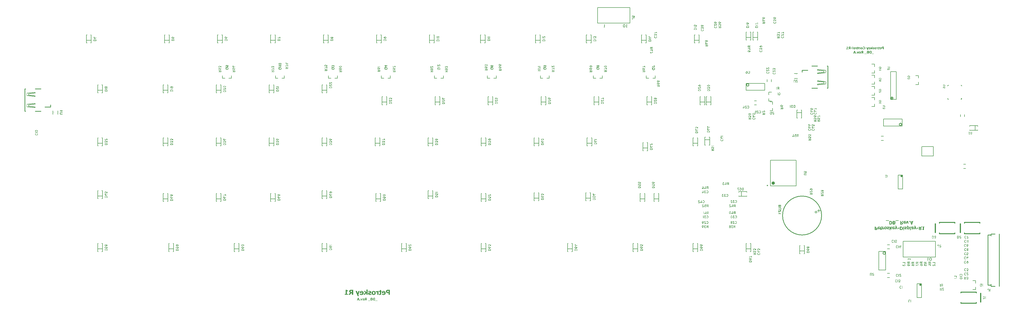
<source format=gbo>
G04 Layer_Color=32896*
%FSLAX44Y44*%
%MOMM*%
G71*
G01*
G75*
%ADD28C,0.2500*%
%ADD30C,0.3500*%
%ADD82C,0.1270*%
%ADD83C,0.6000*%
%ADD84C,0.1500*%
%ADD85C,0.2000*%
%ADD145C,0.4000*%
%ADD146C,0.3000*%
G36*
X3001261Y1691332D02*
X3000980Y1691488D01*
X3000740Y1691655D01*
X3000522Y1691832D01*
X3000345Y1691988D01*
X3000199Y1692134D01*
X3000095Y1692259D01*
X3000063Y1692301D01*
X3000032Y1692332D01*
X3000012Y1692353D01*
Y1692363D01*
X2999928Y1692488D01*
X2999855Y1692624D01*
X2999741Y1692894D01*
X2999657Y1693176D01*
X2999605Y1693446D01*
X2999585Y1693571D01*
X2999564Y1693676D01*
X2999553Y1693780D01*
Y1693873D01*
X2999543Y1693936D01*
Y1694040D01*
X2999553Y1694300D01*
X2999585Y1694540D01*
X2999637Y1694748D01*
X2999689Y1694925D01*
X2999741Y1695060D01*
X2999793Y1695165D01*
X2999824Y1695227D01*
X2999835Y1695248D01*
X2999949Y1695425D01*
X3000074Y1695571D01*
X3000199Y1695706D01*
X3000324Y1695821D01*
X3000439Y1695914D01*
X3000522Y1695987D01*
X3000584Y1696029D01*
X3000595Y1696039D01*
X3000605D01*
X3000782Y1696144D01*
X3000959Y1696227D01*
X3001136Y1696289D01*
X3001292Y1696342D01*
X3001438Y1696383D01*
X3001542Y1696404D01*
X3001584Y1696414D01*
X3001615Y1696425D01*
X3001626D01*
X3001636D01*
X3001855Y1696456D01*
X3002073Y1696487D01*
X3002292Y1696508D01*
X3002501Y1696519D01*
X3002678Y1696529D01*
X3002751D01*
X3002823D01*
X3002875D01*
X3002917D01*
X3002938D01*
X3002948D01*
X3006572D01*
Y1687500D01*
X3004312D01*
Y1690812D01*
X3003500D01*
X3000990Y1687500D01*
X2998220D01*
X3001261Y1691332D01*
D02*
G37*
G36*
X3026222Y1706551D02*
X3026243Y1706811D01*
X3026284Y1707072D01*
X3026337Y1707301D01*
X3026399Y1707520D01*
X3026461Y1707717D01*
X3026534Y1707894D01*
X3026607Y1708061D01*
X3026680Y1708196D01*
X3026753Y1708321D01*
X3026816Y1708436D01*
X3026878Y1708519D01*
X3026930Y1708592D01*
X3026972Y1708634D01*
X3026993Y1708665D01*
X3027003Y1708676D01*
X3027159Y1708821D01*
X3027326Y1708957D01*
X3027513Y1709071D01*
X3027701Y1709165D01*
X3027899Y1709248D01*
X3028097Y1709311D01*
X3028284Y1709373D01*
X3028471Y1709415D01*
X3028659Y1709446D01*
X3028815Y1709477D01*
X3028971Y1709498D01*
X3029096Y1709509D01*
X3029211D01*
X3029284Y1709519D01*
X3029336D01*
X3029357D01*
X3029669Y1709509D01*
X3029961Y1709477D01*
X3030242Y1709425D01*
X3030502Y1709363D01*
X3030742Y1709290D01*
X3030960Y1709207D01*
X3031158Y1709113D01*
X3031335Y1709019D01*
X3031502Y1708925D01*
X3031637Y1708832D01*
X3031762Y1708748D01*
X3031856Y1708676D01*
X3031929Y1708613D01*
X3031991Y1708561D01*
X3032023Y1708530D01*
X3032033Y1708519D01*
X3032200Y1708332D01*
X3032346Y1708123D01*
X3032481Y1707905D01*
X3032585Y1707686D01*
X3032679Y1707467D01*
X3032762Y1707249D01*
X3032825Y1707030D01*
X3032866Y1706822D01*
X3032908Y1706624D01*
X3032939Y1706447D01*
X3032960Y1706280D01*
X3032981Y1706145D01*
Y1706020D01*
X3032991Y1705937D01*
Y1705864D01*
X3032981Y1705551D01*
X3032950Y1705260D01*
X3032898Y1704989D01*
X3032835Y1704729D01*
X3032752Y1704500D01*
X3032668Y1704281D01*
X3032574Y1704083D01*
X3032481Y1703916D01*
X3032387Y1703760D01*
X3032293Y1703625D01*
X3032210Y1703500D01*
X3032127Y1703406D01*
X3032064Y1703333D01*
X3032012Y1703281D01*
X3031981Y1703250D01*
X3031971Y1703239D01*
X3031762Y1703083D01*
X3031544Y1702937D01*
X3031314Y1702812D01*
X3031075Y1702708D01*
X3030825Y1702625D01*
X3030586Y1702552D01*
X3030336Y1702490D01*
X3030107Y1702437D01*
X3029888Y1702396D01*
X3029680Y1702375D01*
X3029492Y1702354D01*
X3029326Y1702333D01*
X3029200D01*
X3029096Y1702323D01*
X3029034D01*
X3029023D01*
X3029013D01*
X3028826D01*
X3028659Y1702333D01*
X3028503Y1702344D01*
X3028378Y1702354D01*
X3028274D01*
X3028190Y1702365D01*
X3028149Y1702375D01*
X3028128D01*
X3027857Y1702417D01*
X3027732Y1702437D01*
X3027628Y1702458D01*
X3027534Y1702479D01*
X3027472Y1702500D01*
X3027420Y1702510D01*
X3027409D01*
X3027274Y1702542D01*
X3027159Y1702573D01*
X3027055Y1702604D01*
X3026972Y1702635D01*
X3026909Y1702656D01*
X3026868Y1702677D01*
X3026837Y1702687D01*
X3026826D01*
X3026660Y1702760D01*
X3026503Y1702823D01*
X3026430Y1702844D01*
X3026378Y1702865D01*
X3026347Y1702885D01*
X3026337D01*
Y1704645D01*
X3026566D01*
X3026680Y1704562D01*
X3026795Y1704479D01*
X3026847Y1704447D01*
X3026889Y1704416D01*
X3026920Y1704406D01*
X3026930Y1704395D01*
X3027097Y1704302D01*
X3027253Y1704218D01*
X3027316Y1704187D01*
X3027368Y1704166D01*
X3027399Y1704156D01*
X3027409Y1704145D01*
X3027639Y1704052D01*
X3027753Y1704020D01*
X3027847Y1703989D01*
X3027940Y1703958D01*
X3028003Y1703937D01*
X3028044Y1703927D01*
X3028065D01*
X3028326Y1703875D01*
X3028451Y1703864D01*
X3028565Y1703854D01*
X3028659Y1703843D01*
X3028732D01*
X3028773D01*
X3028794D01*
X3028951D01*
X3029096Y1703854D01*
X3029232Y1703864D01*
X3029346Y1703885D01*
X3029450Y1703895D01*
X3029523Y1703906D01*
X3029565Y1703916D01*
X3029586D01*
X3029721Y1703947D01*
X3029836Y1703989D01*
X3029950Y1704041D01*
X3030044Y1704083D01*
X3030117Y1704125D01*
X3030169Y1704156D01*
X3030211Y1704177D01*
X3030221Y1704187D01*
X3030325Y1704270D01*
X3030409Y1704354D01*
X3030492Y1704437D01*
X3030554Y1704520D01*
X3030606Y1704593D01*
X3030648Y1704645D01*
X3030669Y1704687D01*
X3030679Y1704697D01*
X3030732Y1704822D01*
X3030783Y1704958D01*
X3030815Y1705093D01*
X3030836Y1705218D01*
X3030846Y1705333D01*
X3030856Y1705416D01*
X3030867Y1705478D01*
Y1705499D01*
X3026212D01*
Y1706259D01*
X3026222Y1706551D01*
D02*
G37*
G36*
X2991410Y1691551D02*
X2991430Y1691811D01*
X2991472Y1692072D01*
X2991524Y1692301D01*
X2991587Y1692520D01*
X2991649Y1692717D01*
X2991722Y1692894D01*
X2991795Y1693061D01*
X2991868Y1693196D01*
X2991941Y1693321D01*
X2992003Y1693436D01*
X2992066Y1693519D01*
X2992118Y1693592D01*
X2992159Y1693634D01*
X2992180Y1693665D01*
X2992191Y1693676D01*
X2992347Y1693821D01*
X2992513Y1693957D01*
X2992701Y1694071D01*
X2992888Y1694165D01*
X2993086Y1694248D01*
X2993284Y1694311D01*
X2993471Y1694373D01*
X2993659Y1694415D01*
X2993846Y1694446D01*
X2994003Y1694477D01*
X2994159Y1694498D01*
X2994284Y1694509D01*
X2994398D01*
X2994471Y1694519D01*
X2994523D01*
X2994544D01*
X2994857Y1694509D01*
X2995148Y1694477D01*
X2995429Y1694425D01*
X2995690Y1694363D01*
X2995929Y1694290D01*
X2996148Y1694207D01*
X2996346Y1694113D01*
X2996523Y1694019D01*
X2996689Y1693925D01*
X2996825Y1693832D01*
X2996950Y1693748D01*
X2997043Y1693676D01*
X2997116Y1693613D01*
X2997179Y1693561D01*
X2997210Y1693530D01*
X2997220Y1693519D01*
X2997387Y1693332D01*
X2997533Y1693123D01*
X2997668Y1692905D01*
X2997773Y1692686D01*
X2997866Y1692467D01*
X2997950Y1692249D01*
X2998012Y1692030D01*
X2998054Y1691822D01*
X2998095Y1691624D01*
X2998127Y1691447D01*
X2998147Y1691280D01*
X2998168Y1691145D01*
Y1691020D01*
X2998179Y1690937D01*
Y1690864D01*
X2998168Y1690551D01*
X2998137Y1690260D01*
X2998085Y1689989D01*
X2998022Y1689729D01*
X2997939Y1689500D01*
X2997856Y1689281D01*
X2997762Y1689083D01*
X2997668Y1688916D01*
X2997574Y1688760D01*
X2997481Y1688625D01*
X2997397Y1688500D01*
X2997314Y1688406D01*
X2997252Y1688333D01*
X2997200Y1688281D01*
X2997169Y1688250D01*
X2997158Y1688239D01*
X2996950Y1688083D01*
X2996731Y1687937D01*
X2996502Y1687812D01*
X2996263Y1687708D01*
X2996013Y1687625D01*
X2995773Y1687552D01*
X2995523Y1687490D01*
X2995294Y1687437D01*
X2995075Y1687396D01*
X2994867Y1687375D01*
X2994680Y1687354D01*
X2994513Y1687333D01*
X2994388D01*
X2994284Y1687323D01*
X2994221D01*
X2994211D01*
X2994200D01*
X2994013D01*
X2993846Y1687333D01*
X2993690Y1687344D01*
X2993565Y1687354D01*
X2993461D01*
X2993378Y1687365D01*
X2993336Y1687375D01*
X2993315D01*
X2993045Y1687417D01*
X2992920Y1687437D01*
X2992816Y1687458D01*
X2992722Y1687479D01*
X2992659Y1687500D01*
X2992607Y1687510D01*
X2992597D01*
X2992462Y1687542D01*
X2992347Y1687573D01*
X2992243Y1687604D01*
X2992159Y1687635D01*
X2992097Y1687656D01*
X2992055Y1687677D01*
X2992024Y1687687D01*
X2992014D01*
X2991847Y1687760D01*
X2991691Y1687823D01*
X2991618Y1687844D01*
X2991566Y1687865D01*
X2991534Y1687885D01*
X2991524D01*
Y1689645D01*
X2991753D01*
X2991868Y1689562D01*
X2991982Y1689479D01*
X2992034Y1689447D01*
X2992076Y1689416D01*
X2992107Y1689406D01*
X2992118Y1689395D01*
X2992284Y1689302D01*
X2992440Y1689218D01*
X2992503Y1689187D01*
X2992555Y1689166D01*
X2992586Y1689156D01*
X2992597Y1689145D01*
X2992826Y1689052D01*
X2992940Y1689020D01*
X2993034Y1688989D01*
X2993128Y1688958D01*
X2993190Y1688937D01*
X2993232Y1688927D01*
X2993253D01*
X2993513Y1688875D01*
X2993638Y1688864D01*
X2993753Y1688854D01*
X2993846Y1688843D01*
X2993919D01*
X2993961D01*
X2993982D01*
X2994138D01*
X2994284Y1688854D01*
X2994419Y1688864D01*
X2994534Y1688885D01*
X2994638Y1688896D01*
X2994711Y1688906D01*
X2994753Y1688916D01*
X2994773D01*
X2994909Y1688947D01*
X2995023Y1688989D01*
X2995138Y1689041D01*
X2995232Y1689083D01*
X2995304Y1689125D01*
X2995356Y1689156D01*
X2995398Y1689177D01*
X2995409Y1689187D01*
X2995513Y1689270D01*
X2995596Y1689354D01*
X2995679Y1689437D01*
X2995742Y1689520D01*
X2995794Y1689593D01*
X2995836Y1689645D01*
X2995856Y1689687D01*
X2995867Y1689697D01*
X2995919Y1689822D01*
X2995971Y1689958D01*
X2996002Y1690093D01*
X2996023Y1690218D01*
X2996033Y1690333D01*
X2996044Y1690416D01*
X2996054Y1690478D01*
Y1690499D01*
X2991399D01*
Y1691259D01*
X2991410Y1691551D01*
D02*
G37*
G36*
X3018110Y1707332D02*
Y1705655D01*
X3014090D01*
Y1707332D01*
X3018110D01*
D02*
G37*
G36*
X3020952Y1709311D02*
X3022285Y1705031D01*
X3023723Y1709311D01*
X3025951D01*
X3023452Y1702656D01*
X3024483Y1700001D01*
X3022202D01*
X3018755Y1709311D01*
X3020952D01*
D02*
G37*
G36*
X3019163Y1686625D02*
Y1685407D01*
X3011061D01*
Y1686625D01*
X3019163D01*
D02*
G37*
G36*
X2986119Y1694311D02*
X2987494Y1689801D01*
X2988889Y1694311D01*
X2991118D01*
X2988702Y1687500D01*
X2986380D01*
X2983932Y1694311D01*
X2986119D01*
D02*
G37*
G36*
X3392006Y1402989D02*
X3392015Y1403061D01*
X3392024Y1403124D01*
X3392033Y1403134D01*
Y1403143D01*
X3392096Y1403314D01*
X3392159Y1403476D01*
X3392232Y1403629D01*
X3392313Y1403765D01*
X3392394Y1403900D01*
X3392484Y1404026D01*
X3392565Y1404134D01*
X3392655Y1404234D01*
X3392728Y1404324D01*
X3392809Y1404396D01*
X3392872Y1404468D01*
X3392935Y1404522D01*
X3392980Y1404567D01*
X3393016Y1404594D01*
X3393043Y1404612D01*
X3393052Y1404621D01*
X3393178Y1404702D01*
X3393305Y1404784D01*
X3393440Y1404847D01*
X3393566Y1404901D01*
X3393819Y1404991D01*
X3394053Y1405045D01*
X3394161Y1405063D01*
X3394260Y1405081D01*
X3394342Y1405090D01*
X3394414Y1405099D01*
X3394477Y1405108D01*
X3394522D01*
X3394549D01*
X3394558D01*
X3394756Y1405099D01*
X3394955Y1405072D01*
X3395135Y1405036D01*
X3395306Y1404991D01*
X3395469Y1404928D01*
X3395622Y1404865D01*
X3395766Y1404793D01*
X3395893Y1404720D01*
X3396010Y1404648D01*
X3396118Y1404576D01*
X3396208Y1404513D01*
X3396280Y1404450D01*
X3396335Y1404405D01*
X3396379Y1404369D01*
X3396407Y1404342D01*
X3396415Y1404333D01*
X3396560Y1404170D01*
X3396695Y1403990D01*
X3396803Y1403810D01*
X3396902Y1403620D01*
X3396984Y1403431D01*
X3397047Y1403242D01*
X3397101Y1403061D01*
X3397146Y1402881D01*
X3397182Y1402719D01*
X3397209Y1402565D01*
X3397227Y1402430D01*
X3397245Y1402313D01*
Y1402214D01*
X3397254Y1402142D01*
Y1402079D01*
X3397245Y1401853D01*
X3397227Y1401637D01*
X3397200Y1401429D01*
X3397164Y1401240D01*
X3397110Y1401060D01*
X3397056Y1400888D01*
X3396992Y1400726D01*
X3396920Y1400582D01*
X3396839Y1400437D01*
X3396758Y1400302D01*
X3396668Y1400185D01*
X3396578Y1400068D01*
X3396389Y1399869D01*
X3396190Y1399698D01*
X3395983Y1399563D01*
X3395793Y1399445D01*
X3395613Y1399364D01*
X3395451Y1399292D01*
X3395316Y1399247D01*
X3395261Y1399229D01*
X3395207Y1399211D01*
X3395171Y1399202D01*
X3395144D01*
X3395126Y1399193D01*
X3395117D01*
X3396271Y1397895D01*
X3396389Y1397804D01*
X3396497Y1397714D01*
X3396587Y1397633D01*
X3396659Y1397561D01*
X3396731Y1397498D01*
X3396785Y1397435D01*
X3396830Y1397381D01*
X3396866Y1397336D01*
X3396911Y1397254D01*
X3396938Y1397200D01*
X3396948Y1397164D01*
Y1397155D01*
X3396938Y1397092D01*
X3396930Y1397029D01*
X3396875Y1396939D01*
X3396803Y1396876D01*
X3396722Y1396831D01*
X3396632Y1396803D01*
X3396560Y1396794D01*
X3396506Y1396785D01*
X3396497D01*
X3396488D01*
X3392917Y1396803D01*
X3392818Y1396812D01*
X3392728Y1396831D01*
X3392646Y1396858D01*
X3392574Y1396903D01*
X3392520Y1396948D01*
X3392475Y1396993D01*
X3392403Y1397110D01*
X3392358Y1397218D01*
X3392340Y1397318D01*
X3392331Y1397363D01*
Y1397417D01*
X3392340Y1397525D01*
X3392358Y1397615D01*
X3392385Y1397696D01*
X3392421Y1397759D01*
X3392466Y1397823D01*
X3392520Y1397867D01*
X3392628Y1397940D01*
X3392737Y1397976D01*
X3392836Y1398003D01*
X3392872Y1398012D01*
X3392899D01*
X3392917D01*
X3392926D01*
X3394838D01*
X3393719Y1399220D01*
X3393638Y1399274D01*
X3393575Y1399328D01*
X3393512Y1399373D01*
X3393467Y1399427D01*
X3393386Y1399518D01*
X3393332Y1399608D01*
X3393305Y1399680D01*
X3393287Y1399734D01*
X3393278Y1399770D01*
Y1399779D01*
X3393287Y1399842D01*
X3393305Y1399905D01*
X3393359Y1400014D01*
X3393386Y1400059D01*
X3393413Y1400095D01*
X3393431Y1400113D01*
X3393440Y1400122D01*
X3393503Y1400176D01*
X3393575Y1400212D01*
X3393638Y1400239D01*
X3393701Y1400257D01*
X3393765Y1400275D01*
X3393810Y1400284D01*
X3393837D01*
X3393846D01*
X3393981Y1400293D01*
X3394107Y1400302D01*
X3394225Y1400311D01*
X3394333Y1400320D01*
X3394423D01*
X3394486Y1400329D01*
X3394531D01*
X3394549D01*
X3394774Y1400374D01*
X3394982Y1400437D01*
X3395153Y1400509D01*
X3395298Y1400582D01*
X3395415Y1400645D01*
X3395496Y1400699D01*
X3395550Y1400735D01*
X3395568Y1400753D01*
X3395658Y1400843D01*
X3395739Y1400933D01*
X3395802Y1401042D01*
X3395857Y1401150D01*
X3395947Y1401366D01*
X3396010Y1401582D01*
X3396028Y1401682D01*
X3396046Y1401772D01*
X3396055Y1401862D01*
X3396064Y1401934D01*
X3396073Y1401997D01*
Y1402079D01*
X3396064Y1402232D01*
X3396055Y1402376D01*
X3396028Y1402511D01*
X3395992Y1402637D01*
X3395911Y1402881D01*
X3395857Y1402980D01*
X3395811Y1403079D01*
X3395766Y1403170D01*
X3395712Y1403242D01*
X3395667Y1403314D01*
X3395631Y1403368D01*
X3395595Y1403413D01*
X3395577Y1403440D01*
X3395559Y1403458D01*
X3395550Y1403467D01*
X3395388Y1403593D01*
X3395225Y1403683D01*
X3395054Y1403756D01*
X3394892Y1403801D01*
X3394756Y1403828D01*
X3394693Y1403837D01*
X3394639D01*
X3394603Y1403846D01*
X3394567D01*
X3394549D01*
X3394540D01*
X3394378Y1403837D01*
X3394225Y1403810D01*
X3394089Y1403774D01*
X3393981Y1403738D01*
X3393891Y1403701D01*
X3393819Y1403665D01*
X3393782Y1403638D01*
X3393765Y1403629D01*
X3393611Y1403494D01*
X3393476Y1403359D01*
X3393377Y1403224D01*
X3393287Y1403097D01*
X3393224Y1402989D01*
X3393187Y1402899D01*
X3393160Y1402845D01*
X3393152Y1402836D01*
Y1402827D01*
X3393124Y1402737D01*
X3393088Y1402656D01*
X3393052Y1402592D01*
X3393007Y1402538D01*
X3392917Y1402448D01*
X3392818Y1402385D01*
X3392737Y1402349D01*
X3392664Y1402331D01*
X3392610Y1402322D01*
X3392601D01*
X3392592D01*
X3392511Y1402331D01*
X3392430Y1402349D01*
X3392358Y1402376D01*
X3392295Y1402403D01*
X3392250Y1402430D01*
X3392214Y1402457D01*
X3392187Y1402475D01*
X3392177Y1402484D01*
X3392114Y1402547D01*
X3392069Y1402619D01*
X3392042Y1402692D01*
X3392024Y1402755D01*
X3392006Y1402818D01*
X3391997Y1402863D01*
Y1402908D01*
X3392006Y1402989D01*
D02*
G37*
G36*
X3387209Y1404991D02*
X3387462Y1404982D01*
X3387705Y1404946D01*
X3387939Y1404901D01*
X3388156Y1404847D01*
X3388363Y1404775D01*
X3388553Y1404693D01*
X3388733Y1404603D01*
X3388895Y1404513D01*
X3389040Y1404432D01*
X3389166Y1404342D01*
X3389283Y1404261D01*
X3389373Y1404189D01*
X3389445Y1404134D01*
X3389500Y1404080D01*
X3389536Y1404053D01*
X3389545Y1404044D01*
X3389752Y1403810D01*
X3389932Y1403566D01*
X3390095Y1403296D01*
X3390230Y1403025D01*
X3390338Y1402746D01*
X3390437Y1402457D01*
X3390518Y1402178D01*
X3390581Y1401916D01*
X3390627Y1401655D01*
X3390663Y1401420D01*
X3390690Y1401204D01*
X3390708Y1401024D01*
X3390717Y1400942D01*
Y1400870D01*
X3390726Y1400807D01*
Y1400654D01*
X3390717Y1400311D01*
X3390672Y1399987D01*
X3390618Y1399680D01*
X3390545Y1399400D01*
X3390455Y1399130D01*
X3390356Y1398887D01*
X3390248Y1398670D01*
X3390140Y1398472D01*
X3390031Y1398291D01*
X3389923Y1398138D01*
X3389824Y1398003D01*
X3389734Y1397895D01*
X3389662Y1397804D01*
X3389608Y1397741D01*
X3389563Y1397705D01*
X3389554Y1397696D01*
X3389364Y1397534D01*
X3389166Y1397399D01*
X3388968Y1397272D01*
X3388769Y1397173D01*
X3388571Y1397083D01*
X3388372Y1397011D01*
X3388183Y1396948D01*
X3388003Y1396903D01*
X3387831Y1396858D01*
X3387678Y1396831D01*
X3387543Y1396812D01*
X3387426Y1396803D01*
X3387326Y1396794D01*
X3387254Y1396785D01*
X3387209D01*
X3387191D01*
X3385000D01*
Y1404991D01*
X3387209D01*
D02*
G37*
G36*
X3041010Y1704906D02*
X3041052Y1705145D01*
X3041114Y1705343D01*
X3041176Y1705520D01*
X3041249Y1705655D01*
X3041312Y1705760D01*
X3041353Y1705822D01*
X3041375Y1705843D01*
X3041531Y1706010D01*
X3041708Y1706145D01*
X3041895Y1706270D01*
X3042072Y1706364D01*
X3042239Y1706436D01*
X3042301Y1706468D01*
X3042364Y1706499D01*
X3042416Y1706520D01*
X3042458Y1706530D01*
X3042478Y1706541D01*
X3042489D01*
X3042739Y1706613D01*
X3042853Y1706634D01*
X3042957Y1706666D01*
X3043051Y1706686D01*
X3043114Y1706697D01*
X3043155Y1706707D01*
X3043176D01*
X3043301Y1706728D01*
X3043426Y1706759D01*
X3043530Y1706780D01*
X3043624Y1706801D01*
X3043697Y1706822D01*
X3043749Y1706832D01*
X3043791Y1706843D01*
X3043801D01*
X3043978Y1706895D01*
X3044134Y1706936D01*
X3044249Y1706978D01*
X3044343Y1707020D01*
X3044415Y1707051D01*
X3044457Y1707082D01*
X3044478Y1707092D01*
X3044488Y1707103D01*
X3044540Y1707155D01*
X3044582Y1707218D01*
X3044603Y1707280D01*
X3044624Y1707332D01*
X3044634Y1707384D01*
X3044644Y1707426D01*
Y1707467D01*
X3044634Y1707561D01*
X3044592Y1707645D01*
X3044540Y1707717D01*
X3044488Y1707769D01*
X3044426Y1707822D01*
X3044384Y1707853D01*
X3044343Y1707874D01*
X3044332Y1707884D01*
X3044207Y1707936D01*
X3044072Y1707978D01*
X3043947Y1707999D01*
X3043822Y1708019D01*
X3043718Y1708030D01*
X3043624Y1708040D01*
X3043572D01*
X3043551D01*
X3043301Y1708030D01*
X3043187Y1708019D01*
X3043082Y1707999D01*
X3042999Y1707988D01*
X3042926Y1707967D01*
X3042885Y1707957D01*
X3042874D01*
X3042749Y1707926D01*
X3042635Y1707894D01*
X3042541Y1707863D01*
X3042447Y1707832D01*
X3042374Y1707801D01*
X3042322Y1707780D01*
X3042281Y1707769D01*
X3042270Y1707759D01*
X3042103Y1707676D01*
X3041958Y1707592D01*
X3041895Y1707561D01*
X3041854Y1707530D01*
X3041822Y1707520D01*
X3041812Y1707509D01*
X3041729Y1707457D01*
X3041656Y1707415D01*
X3041593Y1707384D01*
X3041552Y1707353D01*
X3041510Y1707322D01*
X3041489Y1707301D01*
X3041468Y1707290D01*
X3041291D01*
Y1709009D01*
X3041458Y1709082D01*
X3041624Y1709144D01*
X3041801Y1709207D01*
X3041958Y1709259D01*
X3042103Y1709300D01*
X3042208Y1709332D01*
X3042249Y1709342D01*
X3042281D01*
X3042301Y1709352D01*
X3042312D01*
X3042541Y1709404D01*
X3042770Y1709436D01*
X3042989Y1709467D01*
X3043187Y1709477D01*
X3043364Y1709488D01*
X3043436Y1709498D01*
X3043499D01*
X3043551D01*
X3043593D01*
X3043614D01*
X3043624D01*
X3043895Y1709488D01*
X3044155Y1709467D01*
X3044384Y1709436D01*
X3044582Y1709404D01*
X3044749Y1709373D01*
X3044811Y1709352D01*
X3044874Y1709342D01*
X3044915Y1709332D01*
X3044947Y1709321D01*
X3044967Y1709311D01*
X3044978D01*
X3045186Y1709238D01*
X3045384Y1709165D01*
X3045551Y1709082D01*
X3045696Y1708998D01*
X3045821Y1708925D01*
X3045905Y1708873D01*
X3045957Y1708832D01*
X3045977Y1708821D01*
X3046123Y1708696D01*
X3046248Y1708582D01*
X3046353Y1708457D01*
X3046436Y1708342D01*
X3046508Y1708248D01*
X3046550Y1708176D01*
X3046581Y1708123D01*
X3046592Y1708103D01*
X3046665Y1707946D01*
X3046717Y1707801D01*
X3046748Y1707655D01*
X3046769Y1707520D01*
X3046790Y1707415D01*
X3046800Y1707322D01*
Y1707249D01*
X3046779Y1706968D01*
X3046738Y1706718D01*
X3046675Y1706499D01*
X3046602Y1706311D01*
X3046530Y1706166D01*
X3046467Y1706062D01*
X3046436Y1706020D01*
X3046425Y1705989D01*
X3046404Y1705978D01*
Y1705968D01*
X3046238Y1705791D01*
X3046040Y1705645D01*
X3045842Y1705520D01*
X3045644Y1705416D01*
X3045467Y1705333D01*
X3045394Y1705301D01*
X3045332Y1705280D01*
X3045269Y1705260D01*
X3045228Y1705239D01*
X3045207Y1705228D01*
X3045197D01*
X3044967Y1705166D01*
X3044863Y1705135D01*
X3044759Y1705114D01*
X3044676Y1705093D01*
X3044603Y1705072D01*
X3044561Y1705062D01*
X3044540D01*
X3044405Y1705041D01*
X3044290Y1705020D01*
X3044176Y1704999D01*
X3044092Y1704978D01*
X3044019Y1704958D01*
X3043968Y1704947D01*
X3043936Y1704937D01*
X3043926D01*
X3043770Y1704895D01*
X3043634Y1704854D01*
X3043530Y1704822D01*
X3043447Y1704781D01*
X3043384Y1704749D01*
X3043343Y1704729D01*
X3043322Y1704718D01*
X3043311Y1704708D01*
X3043259Y1704656D01*
X3043218Y1704604D01*
X3043187Y1704541D01*
X3043166Y1704489D01*
X3043155Y1704437D01*
X3043145Y1704395D01*
Y1704354D01*
X3043155Y1704250D01*
X3043197Y1704156D01*
X3043259Y1704083D01*
X3043322Y1704020D01*
X3043384Y1703979D01*
X3043447Y1703947D01*
X3043488Y1703927D01*
X3043499Y1703916D01*
X3043634Y1703875D01*
X3043770Y1703843D01*
X3043905Y1703812D01*
X3044019Y1703802D01*
X3044134Y1703791D01*
X3044218Y1703781D01*
X3044270D01*
X3044280D01*
X3044290D01*
X3044447D01*
X3044603Y1703791D01*
X3044738Y1703812D01*
X3044863Y1703833D01*
X3044957Y1703843D01*
X3045040Y1703864D01*
X3045082Y1703875D01*
X3045103D01*
X3045238Y1703916D01*
X3045363Y1703958D01*
X3045478Y1704000D01*
X3045571Y1704031D01*
X3045655Y1704062D01*
X3045717Y1704093D01*
X3045759Y1704104D01*
X3045769Y1704114D01*
X3045894Y1704177D01*
X3046009Y1704229D01*
X3046102Y1704270D01*
X3046175Y1704322D01*
X3046238Y1704354D01*
X3046280Y1704385D01*
X3046311Y1704395D01*
X3046321Y1704406D01*
X3046457Y1704500D01*
X3046561Y1704583D01*
X3046602Y1704624D01*
X3046634Y1704645D01*
X3046654Y1704656D01*
X3046665Y1704666D01*
X3046831D01*
Y1702865D01*
X3046665Y1702781D01*
X3046477Y1702719D01*
X3046300Y1702646D01*
X3046123Y1702594D01*
X3045967Y1702552D01*
X3045852Y1702521D01*
X3045800Y1702510D01*
X3045769Y1702500D01*
X3045748Y1702490D01*
X3045738D01*
X3045478Y1702437D01*
X3045228Y1702396D01*
X3044988Y1702365D01*
X3044769Y1702344D01*
X3044572Y1702333D01*
X3044499D01*
X3044426Y1702323D01*
X3044374D01*
X3044332D01*
X3044311D01*
X3044301D01*
X3043999Y1702333D01*
X3043728Y1702354D01*
X3043488Y1702375D01*
X3043280Y1702417D01*
X3043197Y1702427D01*
X3043114Y1702448D01*
X3043051Y1702458D01*
X3042989Y1702469D01*
X3042947Y1702479D01*
X3042916Y1702490D01*
X3042895Y1702500D01*
X3042885D01*
X3042666Y1702573D01*
X3042468Y1702646D01*
X3042301Y1702729D01*
X3042145Y1702812D01*
X3042020Y1702875D01*
X3041926Y1702937D01*
X3041874Y1702979D01*
X3041854Y1702989D01*
X3041708Y1703104D01*
X3041583Y1703229D01*
X3041479Y1703354D01*
X3041385Y1703468D01*
X3041312Y1703573D01*
X3041260Y1703645D01*
X3041229Y1703698D01*
X3041218Y1703718D01*
X3041145Y1703885D01*
X3041083Y1704052D01*
X3041041Y1704198D01*
X3041021Y1704343D01*
X3040999Y1704458D01*
X3040989Y1704552D01*
Y1704635D01*
X3041010Y1704906D01*
D02*
G37*
G36*
X2983068Y1689885D02*
Y1687500D01*
X2980923D01*
Y1689885D01*
X2983068D01*
D02*
G37*
G36*
X2974560Y1696529D02*
X2977038D01*
X2980089Y1687500D01*
X2977819D01*
X2977257Y1689333D01*
X2974393D01*
X2973831Y1687500D01*
X2971498D01*
X2974560Y1696529D01*
D02*
G37*
G36*
X3035720Y1706374D02*
X3033335Y1709311D01*
X3035845D01*
X3037855Y1706645D01*
Y1711935D01*
X3039979D01*
Y1702500D01*
X3037855D01*
Y1705010D01*
X3037532Y1705457D01*
X3035688Y1702500D01*
X3033158D01*
X3035720Y1706374D01*
D02*
G37*
G36*
X2971621Y1706207D02*
X2971653Y1706499D01*
X2971694Y1706770D01*
X2971757Y1707020D01*
X2971830Y1707259D01*
X2971903Y1707478D01*
X2971986Y1707676D01*
X2972069Y1707853D01*
X2972163Y1708019D01*
X2972246Y1708155D01*
X2972319Y1708280D01*
X2972392Y1708374D01*
X2972455Y1708446D01*
X2972496Y1708509D01*
X2972527Y1708540D01*
X2972538Y1708551D01*
X2972715Y1708717D01*
X2972913Y1708873D01*
X2973121Y1708998D01*
X2973329Y1709113D01*
X2973548Y1709207D01*
X2973767Y1709279D01*
X2973975Y1709342D01*
X2974183Y1709394D01*
X2974371Y1709436D01*
X2974558Y1709467D01*
X2974714Y1709488D01*
X2974860Y1709509D01*
X2974975D01*
X2975058Y1709519D01*
X2975110D01*
X2975131D01*
X2975433Y1709509D01*
X2975724Y1709477D01*
X2975995Y1709425D01*
X2976245Y1709373D01*
X2976474Y1709290D01*
X2976693Y1709217D01*
X2976891Y1709123D01*
X2977057Y1709040D01*
X2977214Y1708946D01*
X2977349Y1708853D01*
X2977464Y1708780D01*
X2977568Y1708707D01*
X2977641Y1708644D01*
X2977693Y1708592D01*
X2977724Y1708561D01*
X2977734Y1708551D01*
X2977891Y1708363D01*
X2978036Y1708165D01*
X2978162Y1707946D01*
X2978266Y1707728D01*
X2978349Y1707509D01*
X2978422Y1707290D01*
X2978484Y1707072D01*
X2978536Y1706863D01*
X2978578Y1706666D01*
X2978599Y1706478D01*
X2978620Y1706322D01*
X2978640Y1706176D01*
Y1706062D01*
X2978651Y1705968D01*
Y1705895D01*
X2978640Y1705593D01*
X2978609Y1705301D01*
X2978568Y1705031D01*
X2978505Y1704770D01*
X2978443Y1704541D01*
X2978359Y1704322D01*
X2978276Y1704125D01*
X2978193Y1703947D01*
X2978109Y1703781D01*
X2978026Y1703645D01*
X2977943Y1703531D01*
X2977880Y1703427D01*
X2977818Y1703354D01*
X2977776Y1703291D01*
X2977745Y1703260D01*
X2977734Y1703250D01*
X2977547Y1703083D01*
X2977360Y1702937D01*
X2977151Y1702802D01*
X2976933Y1702698D01*
X2976724Y1702604D01*
X2976506Y1702521D01*
X2976287Y1702458D01*
X2976089Y1702417D01*
X2975891Y1702375D01*
X2975714Y1702344D01*
X2975547Y1702323D01*
X2975412Y1702302D01*
X2975287D01*
X2975204Y1702292D01*
X2975152D01*
X2975131D01*
X2974829Y1702302D01*
X2974537Y1702333D01*
X2974267Y1702385D01*
X2974017Y1702437D01*
X2973788Y1702510D01*
X2973569Y1702594D01*
X2973381Y1702677D01*
X2973204Y1702771D01*
X2973048Y1702865D01*
X2972913Y1702948D01*
X2972798Y1703031D01*
X2972704Y1703104D01*
X2972632Y1703167D01*
X2972580Y1703208D01*
X2972548Y1703239D01*
X2972538Y1703250D01*
X2972371Y1703437D01*
X2972236Y1703645D01*
X2972111Y1703854D01*
X2972007Y1704073D01*
X2971913Y1704291D01*
X2971840Y1704510D01*
X2971778Y1704729D01*
X2971725Y1704937D01*
X2971684Y1705135D01*
X2971663Y1705312D01*
X2971642Y1705478D01*
X2971621Y1705614D01*
Y1705739D01*
X2971611Y1705822D01*
Y1705895D01*
X2971621Y1706207D01*
D02*
G37*
G36*
X2970486Y1711935D02*
Y1702500D01*
X2968362D01*
Y1711935D01*
X2970486D01*
D02*
G37*
G36*
X2966883Y1707332D02*
Y1705655D01*
X2962863D01*
Y1707332D01*
X2966883D01*
D02*
G37*
G36*
X2990284Y1707155D02*
X2990294Y1707363D01*
X2990325Y1707561D01*
X2990356Y1707749D01*
X2990398Y1707926D01*
X2990450Y1708082D01*
X2990502Y1708217D01*
X2990554Y1708353D01*
X2990606Y1708457D01*
X2990658Y1708561D01*
X2990700Y1708644D01*
X2990752Y1708707D01*
X2990783Y1708759D01*
X2990815Y1708800D01*
X2990825Y1708821D01*
X2990835Y1708832D01*
X2990940Y1708946D01*
X2991064Y1709050D01*
X2991189Y1709144D01*
X2991314Y1709217D01*
X2991450Y1709279D01*
X2991585Y1709332D01*
X2991835Y1709415D01*
X2991960Y1709446D01*
X2992075Y1709467D01*
X2992168Y1709477D01*
X2992262Y1709488D01*
X2992325Y1709498D01*
X2992387D01*
X2992418D01*
X2992429D01*
X2992647Y1709488D01*
X2992845Y1709456D01*
X2993033Y1709415D01*
X2993199Y1709373D01*
X2993335Y1709332D01*
X2993439Y1709290D01*
X2993470Y1709269D01*
X2993501Y1709259D01*
X2993512Y1709248D01*
X2993522D01*
X2993710Y1709144D01*
X2993887Y1709030D01*
X2994053Y1708915D01*
X2994210Y1708811D01*
X2994345Y1708707D01*
X2994438Y1708623D01*
X2994480Y1708592D01*
X2994511Y1708571D01*
X2994522Y1708561D01*
X2994532Y1708551D01*
Y1709311D01*
X2996657D01*
Y1702500D01*
X2994532D01*
Y1707322D01*
X2994418Y1707395D01*
X2994314Y1707457D01*
X2994220Y1707509D01*
X2994137Y1707551D01*
X2994064Y1707582D01*
X2994012Y1707603D01*
X2993980Y1707624D01*
X2993970D01*
X2993772Y1707686D01*
X2993678Y1707707D01*
X2993595Y1707717D01*
X2993532Y1707728D01*
X2993470D01*
X2993439D01*
X2993428D01*
X2993304D01*
X2993199Y1707707D01*
X2993105Y1707697D01*
X2993022Y1707676D01*
X2992960Y1707655D01*
X2992918Y1707645D01*
X2992887Y1707624D01*
X2992877D01*
X2992804Y1707582D01*
X2992741Y1707530D01*
X2992637Y1707415D01*
X2992606Y1707374D01*
X2992585Y1707332D01*
X2992564Y1707301D01*
Y1707290D01*
X2992533Y1707207D01*
X2992502Y1707113D01*
X2992470Y1706915D01*
X2992450Y1706832D01*
Y1706759D01*
X2992439Y1706707D01*
Y1706686D01*
X2992418Y1706384D01*
X2992408Y1706249D01*
X2992397Y1706124D01*
Y1702500D01*
X2990273D01*
Y1706926D01*
X2990284Y1707155D01*
D02*
G37*
G36*
X2986451Y1709311D02*
Y1711258D01*
X2988575D01*
Y1709311D01*
X2989388D01*
Y1707832D01*
X2988575D01*
Y1704645D01*
X2988565Y1704427D01*
X2988555Y1704218D01*
X2988523Y1704031D01*
X2988482Y1703854D01*
X2988440Y1703698D01*
X2988388Y1703552D01*
X2988336Y1703427D01*
X2988284Y1703312D01*
X2988232Y1703219D01*
X2988180Y1703125D01*
X2988128Y1703052D01*
X2988086Y1703000D01*
X2988044Y1702958D01*
X2988013Y1702917D01*
X2988003Y1702906D01*
X2987992Y1702896D01*
X2987878Y1702802D01*
X2987742Y1702719D01*
X2987597Y1702646D01*
X2987440Y1702594D01*
X2987128Y1702490D01*
X2986826Y1702427D01*
X2986680Y1702406D01*
X2986545Y1702396D01*
X2986420Y1702385D01*
X2986305Y1702375D01*
X2986222Y1702365D01*
X2986149D01*
X2986107D01*
X2986097D01*
X2985889D01*
X2985701Y1702375D01*
X2985545Y1702385D01*
X2985399Y1702396D01*
X2985295D01*
X2985212Y1702406D01*
X2985160Y1702417D01*
X2985139D01*
X2984993Y1702437D01*
X2984858Y1702458D01*
X2984733Y1702479D01*
X2984629Y1702500D01*
X2984535Y1702521D01*
X2984462Y1702542D01*
X2984420Y1702552D01*
X2984399D01*
Y1704052D01*
X2984587D01*
X2984639Y1704031D01*
X2984702Y1704000D01*
X2984826Y1703958D01*
X2984889Y1703947D01*
X2984941Y1703927D01*
X2984972Y1703916D01*
X2984983D01*
X2985076Y1703895D01*
X2985160Y1703875D01*
X2985243Y1703864D01*
X2985305Y1703854D01*
X2985358Y1703843D01*
X2985389D01*
X2985410D01*
X2985420D01*
X2985566Y1703854D01*
X2985691Y1703864D01*
X2985805Y1703885D01*
X2985889Y1703906D01*
X2985962Y1703927D01*
X2986013Y1703937D01*
X2986045Y1703958D01*
X2986055D01*
X2986128Y1704010D01*
X2986191Y1704062D01*
X2986284Y1704177D01*
X2986316Y1704229D01*
X2986336Y1704270D01*
X2986357Y1704291D01*
Y1704302D01*
X2986409Y1704468D01*
X2986430Y1704624D01*
X2986441Y1704687D01*
X2986451Y1704739D01*
Y1707832D01*
X2984399D01*
Y1709311D01*
X2986451D01*
D02*
G37*
G36*
X2979047Y1709321D02*
X2979120D01*
X2979182Y1709332D01*
X2979193D01*
X2979203D01*
X2979286Y1709342D01*
X2979359D01*
X2979411D01*
X2979432D01*
X2979640Y1709321D01*
X2979734Y1709311D01*
X2979828Y1709290D01*
X2979901Y1709269D01*
X2979963Y1709259D01*
X2980005Y1709238D01*
X2980015D01*
X2980119Y1709196D01*
X2980223Y1709155D01*
X2980317Y1709113D01*
X2980390Y1709082D01*
X2980453Y1709050D01*
X2980504Y1709019D01*
X2980536Y1709009D01*
X2980546Y1708998D01*
X2980703Y1708894D01*
X2980859Y1708790D01*
X2980921Y1708738D01*
X2980973Y1708696D01*
X2981005Y1708676D01*
X2981015Y1708665D01*
X2981109Y1708592D01*
X2981182Y1708530D01*
X2981254Y1708478D01*
X2981306Y1708425D01*
X2981359Y1708384D01*
X2981390Y1708353D01*
X2981400Y1708342D01*
X2981411Y1708332D01*
Y1709311D01*
X2983535D01*
Y1702500D01*
X2981411D01*
Y1707061D01*
X2981150Y1707155D01*
X2981036Y1707197D01*
X2980932Y1707228D01*
X2980838Y1707249D01*
X2980765Y1707270D01*
X2980723Y1707290D01*
X2980703D01*
X2980442Y1707353D01*
X2980317Y1707374D01*
X2980213Y1707384D01*
X2980130Y1707395D01*
X2980067D01*
X2980015D01*
X2980005D01*
X2979807D01*
X2979724Y1707384D01*
X2979640D01*
X2979578D01*
X2979536Y1707374D01*
X2979505D01*
X2979495D01*
X2979338Y1707353D01*
X2979286Y1707343D01*
X2979234Y1707332D01*
X2979193Y1707322D01*
X2979161D01*
X2979151Y1707311D01*
X2979140D01*
X2978963D01*
Y1709311D01*
X2979047Y1709321D01*
D02*
G37*
G36*
X2955948Y1706332D02*
X2955667Y1706488D01*
X2955428Y1706655D01*
X2955209Y1706832D01*
X2955032Y1706988D01*
X2954886Y1707134D01*
X2954782Y1707259D01*
X2954751Y1707301D01*
X2954720Y1707332D01*
X2954699Y1707353D01*
Y1707363D01*
X2954615Y1707488D01*
X2954543Y1707624D01*
X2954428Y1707894D01*
X2954345Y1708176D01*
X2954293Y1708446D01*
X2954272Y1708571D01*
X2954251Y1708676D01*
X2954240Y1708780D01*
Y1708873D01*
X2954230Y1708936D01*
Y1709040D01*
X2954240Y1709300D01*
X2954272Y1709540D01*
X2954324Y1709748D01*
X2954376Y1709925D01*
X2954428Y1710060D01*
X2954480Y1710165D01*
X2954511Y1710227D01*
X2954522Y1710248D01*
X2954636Y1710425D01*
X2954761Y1710571D01*
X2954886Y1710706D01*
X2955011Y1710821D01*
X2955126Y1710914D01*
X2955209Y1710987D01*
X2955272Y1711029D01*
X2955282Y1711039D01*
X2955292D01*
X2955469Y1711144D01*
X2955646Y1711227D01*
X2955823Y1711289D01*
X2955980Y1711342D01*
X2956125Y1711383D01*
X2956230Y1711404D01*
X2956271Y1711414D01*
X2956302Y1711425D01*
X2956313D01*
X2956323D01*
X2956542Y1711456D01*
X2956761Y1711487D01*
X2956979Y1711508D01*
X2957188Y1711519D01*
X2957365Y1711529D01*
X2957438D01*
X2957510D01*
X2957563D01*
X2957604D01*
X2957625D01*
X2957635D01*
X2961259D01*
Y1702500D01*
X2959000D01*
Y1705812D01*
X2958187D01*
X2955678Y1702500D01*
X2952907D01*
X2955948Y1706332D01*
D02*
G37*
G36*
X3028004Y1692238D02*
X3028015Y1692478D01*
X3028046Y1692697D01*
X3028077Y1692905D01*
X3028119Y1693113D01*
X3028161Y1693301D01*
X3028202Y1693467D01*
X3028254Y1693634D01*
X3028306Y1693780D01*
X3028348Y1693905D01*
X3028390Y1694019D01*
X3028431Y1694113D01*
X3028463Y1694186D01*
X3028494Y1694238D01*
X3028504Y1694269D01*
X3028515Y1694279D01*
X3028723Y1694623D01*
X3028838Y1694779D01*
X3028952Y1694925D01*
X3029066Y1695060D01*
X3029181Y1695186D01*
X3029296Y1695300D01*
X3029410Y1695404D01*
X3029514Y1695498D01*
X3029608Y1695581D01*
X3029702Y1695654D01*
X3029775Y1695706D01*
X3029837Y1695748D01*
X3029879Y1695789D01*
X3029910Y1695800D01*
X3029920Y1695810D01*
X3030202Y1695967D01*
X3030472Y1696102D01*
X3030733Y1696206D01*
X3030972Y1696279D01*
X3031087Y1696310D01*
X3031181Y1696342D01*
X3031264Y1696362D01*
X3031337Y1696373D01*
X3031399Y1696393D01*
X3031441D01*
X3031472Y1696404D01*
X3031483D01*
X3031795Y1696446D01*
X3032108Y1696477D01*
X3032409Y1696498D01*
X3032680Y1696519D01*
X3032805D01*
X3032920D01*
X3033014Y1696529D01*
X3033097D01*
X3033170D01*
X3033222D01*
X3033253D01*
X3033264D01*
X3036054D01*
Y1687500D01*
X3033232D01*
X3032888Y1687510D01*
X3032566Y1687521D01*
X3032274Y1687542D01*
X3032139Y1687552D01*
X3032014Y1687563D01*
X3031899Y1687573D01*
X3031795Y1687583D01*
X3031701Y1687594D01*
X3031628Y1687604D01*
X3031566Y1687614D01*
X3031524Y1687625D01*
X3031493D01*
X3031483D01*
X3031181Y1687687D01*
X3030889Y1687771D01*
X3030629Y1687865D01*
X3030399Y1687969D01*
X3030295Y1688010D01*
X3030212Y1688062D01*
X3030129Y1688104D01*
X3030066Y1688135D01*
X3030014Y1688167D01*
X3029973Y1688187D01*
X3029952Y1688208D01*
X3029941D01*
X3029785Y1688312D01*
X3029639Y1688427D01*
X3029369Y1688677D01*
X3029129Y1688927D01*
X3028931Y1689177D01*
X3028838Y1689291D01*
X3028765Y1689395D01*
X3028702Y1689489D01*
X3028650Y1689572D01*
X3028598Y1689645D01*
X3028567Y1689697D01*
X3028556Y1689729D01*
X3028546Y1689739D01*
X3028452Y1689926D01*
X3028358Y1690124D01*
X3028286Y1690322D01*
X3028223Y1690510D01*
X3028129Y1690895D01*
X3028088Y1691072D01*
X3028067Y1691249D01*
X3028036Y1691405D01*
X3028025Y1691551D01*
X3028015Y1691676D01*
X3028004Y1691790D01*
X3027994Y1691874D01*
Y1691999D01*
X3028004Y1692238D01*
D02*
G37*
G36*
X3005623Y1710998D02*
X3005717Y1711050D01*
X3005821Y1711091D01*
X3005915Y1711133D01*
X3005998Y1711175D01*
X3006060Y1711206D01*
X3006102Y1711216D01*
X3006123Y1711227D01*
X3006259Y1711289D01*
X3006383Y1711342D01*
X3006498Y1711383D01*
X3006602Y1711414D01*
X3006685Y1711446D01*
X3006748Y1711466D01*
X3006790Y1711477D01*
X3006800D01*
X3007092Y1711550D01*
X3007238Y1711581D01*
X3007362Y1711612D01*
X3007466Y1711633D01*
X3007550Y1711644D01*
X3007602Y1711654D01*
X3007623D01*
X3007789Y1711675D01*
X3007956Y1711696D01*
X3008112Y1711706D01*
X3008268D01*
X3008393Y1711716D01*
X3008498D01*
X3008539D01*
X3008570D01*
X3008581D01*
X3008591D01*
X3008966Y1711706D01*
X3009310Y1711664D01*
X3009643Y1711602D01*
X3009955Y1711519D01*
X3010237Y1711425D01*
X3010508Y1711310D01*
X3010747Y1711196D01*
X3010966Y1711081D01*
X3011163Y1710956D01*
X3011330Y1710842D01*
X3011476Y1710737D01*
X3011601Y1710633D01*
X3011695Y1710550D01*
X3011768Y1710488D01*
X3011809Y1710446D01*
X3011819Y1710435D01*
X3012028Y1710186D01*
X3012215Y1709925D01*
X3012372Y1709644D01*
X3012507Y1709363D01*
X3012632Y1709071D01*
X3012726Y1708790D01*
X3012809Y1708509D01*
X3012871Y1708238D01*
X3012913Y1707988D01*
X3012955Y1707759D01*
X3012975Y1707551D01*
X3012996Y1707363D01*
X3013007Y1707218D01*
X3013017Y1707103D01*
Y1707009D01*
X3013007Y1706603D01*
X3012965Y1706218D01*
X3012903Y1705864D01*
X3012830Y1705530D01*
X3012746Y1705218D01*
X3012642Y1704937D01*
X3012538Y1704677D01*
X3012423Y1704447D01*
X3012309Y1704239D01*
X3012205Y1704062D01*
X3012101Y1703906D01*
X3012018Y1703781D01*
X3011934Y1703677D01*
X3011882Y1703614D01*
X3011841Y1703562D01*
X3011830Y1703552D01*
X3011601Y1703333D01*
X3011351Y1703146D01*
X3011090Y1702979D01*
X3010820Y1702844D01*
X3010549Y1702719D01*
X3010278Y1702625D01*
X3010018Y1702542D01*
X3009768Y1702479D01*
X3009529Y1702427D01*
X3009310Y1702385D01*
X3009112Y1702365D01*
X3008935Y1702344D01*
X3008799Y1702333D01*
X3008695Y1702323D01*
X3008654D01*
X3008622D01*
X3008612D01*
X3008602D01*
X3008372D01*
X3008164Y1702333D01*
X3007987Y1702344D01*
X3007841Y1702365D01*
X3007727Y1702375D01*
X3007643Y1702385D01*
X3007602Y1702396D01*
X3007581D01*
X3007300Y1702448D01*
X3007165Y1702479D01*
X3007039Y1702510D01*
X3006946Y1702542D01*
X3006862Y1702563D01*
X3006810Y1702583D01*
X3006790D01*
X3006529Y1702656D01*
X3006415Y1702698D01*
X3006321Y1702740D01*
X3006237Y1702771D01*
X3006165Y1702802D01*
X3006123Y1702812D01*
X3006113Y1702823D01*
X3005988Y1702875D01*
X3005883Y1702927D01*
X3005779Y1702979D01*
X3005696Y1703021D01*
X3005623Y1703052D01*
X3005571Y1703073D01*
X3005540Y1703094D01*
X3005529D01*
Y1705218D01*
X3005738D01*
X3005873Y1705103D01*
X3006009Y1704989D01*
X3006060Y1704947D01*
X3006102Y1704906D01*
X3006133Y1704885D01*
X3006144Y1704874D01*
X3006321Y1704739D01*
X3006415Y1704677D01*
X3006498Y1704614D01*
X3006571Y1704572D01*
X3006623Y1704531D01*
X3006665Y1704510D01*
X3006675Y1704500D01*
X3006790Y1704437D01*
X3006904Y1704375D01*
X3007019Y1704322D01*
X3007123Y1704270D01*
X3007216Y1704229D01*
X3007289Y1704198D01*
X3007342Y1704187D01*
X3007362Y1704177D01*
X3007519Y1704125D01*
X3007664Y1704093D01*
X3007810Y1704062D01*
X3007946Y1704052D01*
X3008050Y1704041D01*
X3008143Y1704031D01*
X3008195D01*
X3008206D01*
X3008216D01*
X3008372Y1704041D01*
X3008529Y1704052D01*
X3008675Y1704073D01*
X3008810Y1704104D01*
X3008924Y1704135D01*
X3009008Y1704156D01*
X3009060Y1704166D01*
X3009081Y1704177D01*
X3009237Y1704239D01*
X3009383Y1704322D01*
X3009518Y1704395D01*
X3009633Y1704479D01*
X3009726Y1704552D01*
X3009799Y1704614D01*
X3009841Y1704656D01*
X3009862Y1704666D01*
X3009987Y1704812D01*
X3010112Y1704958D01*
X3010205Y1705114D01*
X3010299Y1705260D01*
X3010362Y1705385D01*
X3010414Y1705489D01*
X3010435Y1705530D01*
X3010445Y1705562D01*
X3010455Y1705572D01*
Y1705582D01*
X3010528Y1705812D01*
X3010580Y1706041D01*
X3010622Y1706280D01*
X3010643Y1706509D01*
X3010663Y1706707D01*
Y1706790D01*
X3010674Y1706863D01*
Y1706999D01*
X3010663Y1707290D01*
X3010643Y1707551D01*
X3010612Y1707790D01*
X3010570Y1707988D01*
X3010549Y1708082D01*
X3010528Y1708155D01*
X3010518Y1708228D01*
X3010497Y1708280D01*
X3010486Y1708321D01*
X3010476Y1708353D01*
X3010466Y1708374D01*
Y1708384D01*
X3010382Y1708592D01*
X3010289Y1708780D01*
X3010195Y1708936D01*
X3010112Y1709071D01*
X3010028Y1709175D01*
X3009966Y1709248D01*
X3009924Y1709300D01*
X3009914Y1709311D01*
X3009768Y1709446D01*
X3009633Y1709561D01*
X3009497Y1709654D01*
X3009383Y1709727D01*
X3009279Y1709779D01*
X3009206Y1709821D01*
X3009153Y1709842D01*
X3009133Y1709852D01*
X3008976Y1709904D01*
X3008810Y1709946D01*
X3008664Y1709967D01*
X3008518Y1709988D01*
X3008404Y1709998D01*
X3008310Y1710009D01*
X3008247D01*
X3008237D01*
X3008227D01*
X3008081Y1709998D01*
X3007935Y1709988D01*
X3007800Y1709967D01*
X3007685Y1709946D01*
X3007581Y1709915D01*
X3007508Y1709894D01*
X3007466Y1709884D01*
X3007446Y1709873D01*
X3007300Y1709821D01*
X3007175Y1709769D01*
X3007050Y1709707D01*
X3006946Y1709654D01*
X3006862Y1709613D01*
X3006790Y1709571D01*
X3006748Y1709550D01*
X3006737Y1709540D01*
X3006519Y1709404D01*
X3006425Y1709332D01*
X3006342Y1709269D01*
X3006269Y1709217D01*
X3006217Y1709175D01*
X3006186Y1709155D01*
X3006175Y1709144D01*
X3006009Y1709009D01*
X3005936Y1708957D01*
X3005873Y1708905D01*
X3005832Y1708863D01*
X3005800Y1708832D01*
X3005779Y1708821D01*
X3005769Y1708811D01*
X3005529D01*
Y1710956D01*
X3005623Y1710998D01*
D02*
G37*
G36*
X3019444Y1690426D02*
X3019455Y1690593D01*
X3019517Y1690885D01*
X3019590Y1691134D01*
X3019642Y1691239D01*
X3019684Y1691343D01*
X3019736Y1691426D01*
X3019777Y1691509D01*
X3019829Y1691572D01*
X3019861Y1691634D01*
X3019892Y1691676D01*
X3019923Y1691707D01*
X3019933Y1691718D01*
X3019944Y1691728D01*
X3020142Y1691915D01*
X3020360Y1692072D01*
X3020590Y1692197D01*
X3020798Y1692290D01*
X3020996Y1692363D01*
X3021079Y1692395D01*
X3021152Y1692415D01*
X3021204Y1692426D01*
X3021246Y1692436D01*
X3021277Y1692447D01*
X3021287D01*
Y1692499D01*
X3021079Y1692603D01*
X3020902Y1692717D01*
X3020746Y1692842D01*
X3020610Y1692967D01*
X3020506Y1693071D01*
X3020433Y1693165D01*
X3020381Y1693228D01*
X3020371Y1693238D01*
Y1693248D01*
X3020256Y1693446D01*
X3020173Y1693655D01*
X3020121Y1693853D01*
X3020079Y1694030D01*
X3020059Y1694186D01*
X3020048Y1694259D01*
X3020038Y1694311D01*
Y1694425D01*
X3020048Y1694634D01*
X3020079Y1694821D01*
X3020110Y1694998D01*
X3020152Y1695144D01*
X3020204Y1695269D01*
X3020236Y1695363D01*
X3020267Y1695415D01*
X3020277Y1695435D01*
X3020381Y1695592D01*
X3020496Y1695727D01*
X3020610Y1695852D01*
X3020735Y1695946D01*
X3020840Y1696029D01*
X3020923Y1696081D01*
X3020985Y1696123D01*
X3020996Y1696133D01*
X3021006D01*
X3021173Y1696216D01*
X3021339Y1696279D01*
X3021506Y1696342D01*
X3021652Y1696383D01*
X3021777Y1696414D01*
X3021881Y1696435D01*
X3021943Y1696446D01*
X3021954D01*
X3021964D01*
X3022068Y1696456D01*
X3022173Y1696477D01*
X3022412Y1696498D01*
X3022662Y1696508D01*
X3022912Y1696519D01*
X3023130Y1696529D01*
X3023224D01*
X3023307D01*
X3023380D01*
X3023433D01*
X3023464D01*
X3023474D01*
X3026650D01*
Y1687500D01*
X3023047D01*
X3022714Y1687510D01*
X3022412Y1687531D01*
X3022152Y1687552D01*
X3022027Y1687573D01*
X3021923Y1687583D01*
X3021829Y1687604D01*
X3021746Y1687614D01*
X3021673Y1687625D01*
X3021610Y1687646D01*
X3021569Y1687656D01*
X3021537D01*
X3021516Y1687667D01*
X3021506D01*
X3021277Y1687740D01*
X3021069Y1687823D01*
X3020881Y1687917D01*
X3020715Y1688021D01*
X3020579Y1688104D01*
X3020475Y1688177D01*
X3020433Y1688198D01*
X3020402Y1688219D01*
X3020392Y1688239D01*
X3020381D01*
X3020225Y1688375D01*
X3020090Y1688510D01*
X3019975Y1688645D01*
X3019871Y1688781D01*
X3019798Y1688896D01*
X3019736Y1688989D01*
X3019704Y1689052D01*
X3019694Y1689062D01*
Y1689073D01*
X3019611Y1689270D01*
X3019548Y1689479D01*
X3019496Y1689677D01*
X3019465Y1689854D01*
X3019444Y1690020D01*
Y1690083D01*
X3019434Y1690145D01*
Y1690260D01*
X3019444Y1690426D01*
D02*
G37*
G36*
X2997792Y1706207D02*
X2997823Y1706499D01*
X2997865Y1706770D01*
X2997927Y1707020D01*
X2998000Y1707259D01*
X2998073Y1707478D01*
X2998156Y1707676D01*
X2998240Y1707853D01*
X2998333Y1708019D01*
X2998417Y1708155D01*
X2998490Y1708280D01*
X2998563Y1708374D01*
X2998625Y1708446D01*
X2998667Y1708509D01*
X2998698Y1708540D01*
X2998708Y1708551D01*
X2998885Y1708717D01*
X2999083Y1708873D01*
X2999291Y1708998D01*
X2999500Y1709113D01*
X2999719Y1709207D01*
X2999937Y1709279D01*
X3000145Y1709342D01*
X3000354Y1709394D01*
X3000541Y1709436D01*
X3000728Y1709467D01*
X3000885Y1709488D01*
X3001031Y1709509D01*
X3001145D01*
X3001229Y1709519D01*
X3001281D01*
X3001301D01*
X3001603Y1709509D01*
X3001895Y1709477D01*
X3002166Y1709425D01*
X3002416Y1709373D01*
X3002645Y1709290D01*
X3002863Y1709217D01*
X3003062Y1709123D01*
X3003228Y1709040D01*
X3003384Y1708946D01*
X3003520Y1708853D01*
X3003634Y1708780D01*
X3003738Y1708707D01*
X3003811Y1708644D01*
X3003863Y1708592D01*
X3003894Y1708561D01*
X3003905Y1708551D01*
X3004061Y1708363D01*
X3004207Y1708165D01*
X3004332Y1707946D01*
X3004436Y1707728D01*
X3004519Y1707509D01*
X3004592Y1707290D01*
X3004655Y1707072D01*
X3004707Y1706863D01*
X3004749Y1706666D01*
X3004769Y1706478D01*
X3004790Y1706322D01*
X3004811Y1706176D01*
Y1706062D01*
X3004821Y1705968D01*
Y1705895D01*
X3004811Y1705593D01*
X3004780Y1705301D01*
X3004738Y1705031D01*
X3004676Y1704770D01*
X3004613Y1704541D01*
X3004530Y1704322D01*
X3004446Y1704125D01*
X3004363Y1703947D01*
X3004280Y1703781D01*
X3004196Y1703645D01*
X3004113Y1703531D01*
X3004051Y1703427D01*
X3003988Y1703354D01*
X3003947Y1703291D01*
X3003915Y1703260D01*
X3003905Y1703250D01*
X3003717Y1703083D01*
X3003530Y1702937D01*
X3003322Y1702802D01*
X3003103Y1702698D01*
X3002895Y1702604D01*
X3002676Y1702521D01*
X3002457Y1702458D01*
X3002260Y1702417D01*
X3002061Y1702375D01*
X3001884Y1702344D01*
X3001718Y1702323D01*
X3001583Y1702302D01*
X3001458D01*
X3001374Y1702292D01*
X3001322D01*
X3001301D01*
X3000999Y1702302D01*
X3000708Y1702333D01*
X3000437Y1702385D01*
X3000187Y1702437D01*
X2999958Y1702510D01*
X2999739Y1702594D01*
X2999552Y1702677D01*
X2999375Y1702771D01*
X2999219Y1702865D01*
X2999083Y1702948D01*
X2998969Y1703031D01*
X2998875Y1703104D01*
X2998802Y1703167D01*
X2998750Y1703208D01*
X2998719Y1703239D01*
X2998708Y1703250D01*
X2998542Y1703437D01*
X2998406Y1703645D01*
X2998281Y1703854D01*
X2998177Y1704073D01*
X2998083Y1704291D01*
X2998011Y1704510D01*
X2997948Y1704729D01*
X2997896Y1704937D01*
X2997854Y1705135D01*
X2997834Y1705312D01*
X2997813Y1705478D01*
X2997792Y1705614D01*
Y1705739D01*
X2997781Y1705822D01*
Y1705895D01*
X2997792Y1706207D01*
D02*
G37*
G36*
X2947888Y1704073D02*
Y1711560D01*
X2949867D01*
X2949877Y1711425D01*
X2949908Y1711310D01*
X2949940Y1711206D01*
X2949971Y1711112D01*
X2950002Y1711039D01*
X2950023Y1710987D01*
X2950044Y1710956D01*
X2950054Y1710946D01*
X2950117Y1710862D01*
X2950190Y1710789D01*
X2950262Y1710717D01*
X2950335Y1710665D01*
X2950398Y1710623D01*
X2950450Y1710592D01*
X2950492Y1710571D01*
X2950502Y1710560D01*
X2950606Y1710519D01*
X2950710Y1710477D01*
X2950825Y1710446D01*
X2950929Y1710425D01*
X2951023Y1710404D01*
X2951096Y1710394D01*
X2951147Y1710383D01*
X2951169D01*
X2951470Y1710352D01*
X2951606Y1710342D01*
X2951731D01*
X2951835Y1710331D01*
X2951918D01*
X2951970D01*
X2951991D01*
Y1708853D01*
X2950085D01*
Y1704073D01*
X2951991D01*
Y1702500D01*
X2946024D01*
Y1704073D01*
X2947888D01*
D02*
G37*
G36*
X3045000Y1686625D02*
Y1685407D01*
X3036898D01*
Y1686625D01*
X3045000D01*
D02*
G37*
G36*
X3165707Y1604782D02*
X3165743Y1605025D01*
X3165816Y1605251D01*
X3165906Y1605467D01*
X3166005Y1605665D01*
X3166122Y1605855D01*
X3166248Y1606026D01*
X3166375Y1606179D01*
X3166501Y1606315D01*
X3166627Y1606441D01*
X3166744Y1606549D01*
X3166844Y1606630D01*
X3166934Y1606702D01*
X3166997Y1606747D01*
X3167042Y1606783D01*
X3167060Y1606792D01*
X3167294Y1606928D01*
X3167538Y1607054D01*
X3167781Y1607162D01*
X3168025Y1607252D01*
X3168277Y1607325D01*
X3168512Y1607388D01*
X3168746Y1607442D01*
X3168962Y1607487D01*
X3169170Y1607523D01*
X3169359Y1607541D01*
X3169531Y1607559D01*
X3169675Y1607577D01*
X3169792D01*
X3169882Y1607586D01*
X3169937D01*
X3169945D01*
X3169955D01*
X3170261Y1607577D01*
X3170558Y1607550D01*
X3170838Y1607505D01*
X3171109Y1607451D01*
X3171361Y1607388D01*
X3171595Y1607325D01*
X3171812Y1607243D01*
X3172010Y1607162D01*
X3172191Y1607090D01*
X3172353Y1607009D01*
X3172488Y1606946D01*
X3172605Y1606874D01*
X3172696Y1606828D01*
X3172768Y1606783D01*
X3172804Y1606756D01*
X3172822Y1606747D01*
X3173047Y1606576D01*
X3173255Y1606387D01*
X3173426Y1606197D01*
X3173579Y1605999D01*
X3173705Y1605801D01*
X3173814Y1605611D01*
X3173895Y1605422D01*
X3173967Y1605233D01*
X3174021Y1605061D01*
X3174057Y1604908D01*
X3174093Y1604764D01*
X3174111Y1604646D01*
X3174120Y1604538D01*
X3174129Y1604466D01*
Y1604403D01*
X3174120Y1604187D01*
X3174093Y1603988D01*
X3174048Y1603790D01*
X3174003Y1603609D01*
X3173940Y1603438D01*
X3173868Y1603285D01*
X3173796Y1603141D01*
X3173715Y1603014D01*
X3173633Y1602897D01*
X3173561Y1602789D01*
X3173489Y1602708D01*
X3173426Y1602636D01*
X3173372Y1602572D01*
X3173336Y1602536D01*
X3173309Y1602509D01*
X3173300Y1602500D01*
X3173841Y1601941D01*
X3173886Y1601878D01*
X3173922Y1601815D01*
X3173940Y1601752D01*
X3173958Y1601689D01*
X3173967Y1601644D01*
X3173976Y1601599D01*
Y1601563D01*
X3173967Y1601472D01*
X3173949Y1601382D01*
X3173913Y1601310D01*
X3173877Y1601247D01*
X3173850Y1601193D01*
X3173814Y1601157D01*
X3173796Y1601130D01*
X3173787Y1601121D01*
X3173715Y1601058D01*
X3173633Y1601013D01*
X3173561Y1600977D01*
X3173489Y1600959D01*
X3173435Y1600940D01*
X3173390Y1600931D01*
X3173354D01*
X3173345D01*
X3173255Y1600940D01*
X3173174Y1600968D01*
X3173102Y1601004D01*
X3173038Y1601040D01*
X3172993Y1601076D01*
X3172957Y1601112D01*
X3172930Y1601139D01*
X3172921Y1601148D01*
X3172786Y1601301D01*
X3172660Y1601436D01*
X3172560Y1601545D01*
X3172479Y1601644D01*
X3172416Y1601725D01*
X3172371Y1601779D01*
X3172344Y1601815D01*
X3172335Y1601824D01*
X3172145Y1601725D01*
X3171947Y1601635D01*
X3171749Y1601563D01*
X3171541Y1601499D01*
X3171343Y1601436D01*
X3171145Y1601391D01*
X3170955Y1601355D01*
X3170775Y1601328D01*
X3170604Y1601301D01*
X3170450Y1601283D01*
X3170315Y1601274D01*
X3170198Y1601265D01*
X3170099Y1601256D01*
X3170027D01*
X3169981D01*
X3169963D01*
X3169657Y1601265D01*
X3169359Y1601292D01*
X3169071Y1601337D01*
X3168800Y1601391D01*
X3168548Y1601454D01*
X3168304Y1601526D01*
X3168079Y1601608D01*
X3167881Y1601689D01*
X3167691Y1601770D01*
X3167529Y1601851D01*
X3167385Y1601923D01*
X3167267Y1601986D01*
X3167177Y1602041D01*
X3167105Y1602086D01*
X3167069Y1602113D01*
X3167051Y1602122D01*
X3166808Y1602302D01*
X3166600Y1602491D01*
X3166420Y1602690D01*
X3166266Y1602897D01*
X3166131Y1603096D01*
X3166023Y1603294D01*
X3165933Y1603492D01*
X3165861Y1603673D01*
X3165807Y1603853D01*
X3165761Y1604015D01*
X3165735Y1604160D01*
X3165707Y1604286D01*
X3165699Y1604385D01*
X3165689Y1604466D01*
Y1604529D01*
X3165707Y1604782D01*
D02*
G37*
G36*
X3063155Y1627426D02*
X3063173Y1627516D01*
X3063199Y1627597D01*
X3063236Y1627661D01*
X3063290Y1627724D01*
X3063335Y1627769D01*
X3063443Y1627841D01*
X3063560Y1627877D01*
X3063651Y1627904D01*
X3063695Y1627913D01*
X3063723D01*
X3063741D01*
X3063750D01*
X3070855D01*
X3070963Y1627904D01*
X3071053Y1627886D01*
X3071135Y1627859D01*
X3071198Y1627823D01*
X3071261Y1627778D01*
X3071306Y1627724D01*
X3071378Y1627615D01*
X3071414Y1627507D01*
X3071441Y1627408D01*
X3071450Y1627372D01*
Y1627318D01*
X3071441Y1627210D01*
X3071423Y1627119D01*
X3071396Y1627029D01*
X3071360Y1626966D01*
X3071315Y1626903D01*
X3071261Y1626858D01*
X3071153Y1626777D01*
X3071044Y1626741D01*
X3070945Y1626714D01*
X3070909Y1626705D01*
X3070882D01*
X3070864D01*
X3070855D01*
X3063750D01*
X3063641Y1626714D01*
X3063551Y1626732D01*
X3063470Y1626759D01*
X3063398Y1626804D01*
X3063344Y1626849D01*
X3063290Y1626894D01*
X3063217Y1627011D01*
X3063181Y1627119D01*
X3063155Y1627219D01*
X3063145Y1627264D01*
Y1627318D01*
X3063155Y1627426D01*
D02*
G37*
G36*
Y1630943D02*
X3063173Y1631033D01*
X3063199Y1631114D01*
X3063236Y1631177D01*
X3063290Y1631240D01*
X3063335Y1631285D01*
X3063443Y1631357D01*
X3063560Y1631393D01*
X3063651Y1631421D01*
X3063695Y1631430D01*
X3063723D01*
X3063741D01*
X3063750D01*
X3070855D01*
X3070963Y1631421D01*
X3071053Y1631402D01*
X3071135Y1631375D01*
X3071198Y1631339D01*
X3071261Y1631294D01*
X3071306Y1631240D01*
X3071378Y1631132D01*
X3071414Y1631024D01*
X3071441Y1630925D01*
X3071450Y1630889D01*
Y1630835D01*
X3071441Y1630726D01*
X3071423Y1630636D01*
X3071396Y1630546D01*
X3071360Y1630483D01*
X3071315Y1630420D01*
X3071261Y1630375D01*
X3071153Y1630293D01*
X3071044Y1630257D01*
X3070945Y1630230D01*
X3070909Y1630221D01*
X3070882D01*
X3070864D01*
X3070855D01*
X3063750D01*
X3063641Y1630230D01*
X3063551Y1630248D01*
X3063470Y1630275D01*
X3063398Y1630320D01*
X3063344Y1630366D01*
X3063290Y1630411D01*
X3063217Y1630528D01*
X3063181Y1630636D01*
X3063155Y1630735D01*
X3063145Y1630780D01*
Y1630835D01*
X3063155Y1630943D01*
D02*
G37*
G36*
X3063091Y1636786D02*
X3063127Y1637029D01*
X3063199Y1637255D01*
X3063290Y1637471D01*
X3063389Y1637669D01*
X3063506Y1637859D01*
X3063633Y1638030D01*
X3063759Y1638183D01*
X3063885Y1638319D01*
X3064011Y1638445D01*
X3064128Y1638553D01*
X3064228Y1638634D01*
X3064318Y1638706D01*
X3064381Y1638751D01*
X3064426Y1638788D01*
X3064444Y1638797D01*
X3064678Y1638932D01*
X3064922Y1639058D01*
X3065165Y1639166D01*
X3065409Y1639256D01*
X3065661Y1639328D01*
X3065896Y1639392D01*
X3066130Y1639446D01*
X3066346Y1639491D01*
X3066554Y1639527D01*
X3066743Y1639545D01*
X3066915Y1639563D01*
X3067059Y1639581D01*
X3067176D01*
X3067266Y1639590D01*
X3067320D01*
X3067329D01*
X3067338D01*
X3067645Y1639581D01*
X3067943Y1639554D01*
X3068222Y1639509D01*
X3068493Y1639455D01*
X3068745Y1639392D01*
X3068979Y1639328D01*
X3069196Y1639247D01*
X3069394Y1639166D01*
X3069575Y1639094D01*
X3069737Y1639013D01*
X3069872Y1638950D01*
X3069989Y1638878D01*
X3070080Y1638833D01*
X3070152Y1638788D01*
X3070188Y1638760D01*
X3070206Y1638751D01*
X3070431Y1638580D01*
X3070639Y1638391D01*
X3070810Y1638201D01*
X3070963Y1638003D01*
X3071089Y1637805D01*
X3071198Y1637615D01*
X3071279Y1637426D01*
X3071351Y1637236D01*
X3071405Y1637065D01*
X3071441Y1636912D01*
X3071477Y1636768D01*
X3071495Y1636650D01*
X3071504Y1636542D01*
X3071513Y1636470D01*
Y1636407D01*
X3071504Y1636191D01*
X3071477Y1635992D01*
X3071432Y1635794D01*
X3071387Y1635614D01*
X3071324Y1635442D01*
X3071252Y1635289D01*
X3071180Y1635145D01*
X3071099Y1635018D01*
X3071017Y1634901D01*
X3070945Y1634793D01*
X3070873Y1634712D01*
X3070810Y1634640D01*
X3070756Y1634577D01*
X3070720Y1634540D01*
X3070693Y1634513D01*
X3070684Y1634504D01*
X3071225Y1633945D01*
X3071270Y1633882D01*
X3071306Y1633819D01*
X3071324Y1633756D01*
X3071342Y1633693D01*
X3071351Y1633648D01*
X3071360Y1633603D01*
Y1633567D01*
X3071351Y1633476D01*
X3071333Y1633386D01*
X3071297Y1633314D01*
X3071261Y1633251D01*
X3071234Y1633197D01*
X3071198Y1633161D01*
X3071180Y1633134D01*
X3071171Y1633125D01*
X3071099Y1633062D01*
X3071017Y1633017D01*
X3070945Y1632980D01*
X3070873Y1632962D01*
X3070819Y1632944D01*
X3070774Y1632935D01*
X3070738D01*
X3070729D01*
X3070639Y1632944D01*
X3070558Y1632971D01*
X3070486Y1633008D01*
X3070422Y1633044D01*
X3070377Y1633080D01*
X3070341Y1633116D01*
X3070314Y1633143D01*
X3070305Y1633152D01*
X3070170Y1633305D01*
X3070044Y1633440D01*
X3069944Y1633549D01*
X3069863Y1633648D01*
X3069800Y1633729D01*
X3069755Y1633783D01*
X3069728Y1633819D01*
X3069719Y1633828D01*
X3069529Y1633729D01*
X3069331Y1633639D01*
X3069133Y1633567D01*
X3068925Y1633504D01*
X3068727Y1633440D01*
X3068529Y1633395D01*
X3068339Y1633359D01*
X3068159Y1633332D01*
X3067988Y1633305D01*
X3067834Y1633287D01*
X3067699Y1633278D01*
X3067582Y1633269D01*
X3067483Y1633260D01*
X3067411D01*
X3067365D01*
X3067347D01*
X3067041Y1633269D01*
X3066743Y1633296D01*
X3066455Y1633341D01*
X3066184Y1633395D01*
X3065932Y1633458D01*
X3065688Y1633530D01*
X3065463Y1633612D01*
X3065265Y1633693D01*
X3065075Y1633774D01*
X3064913Y1633855D01*
X3064769Y1633927D01*
X3064651Y1633990D01*
X3064561Y1634044D01*
X3064489Y1634090D01*
X3064453Y1634117D01*
X3064435Y1634126D01*
X3064192Y1634306D01*
X3063984Y1634495D01*
X3063804Y1634694D01*
X3063651Y1634901D01*
X3063515Y1635099D01*
X3063407Y1635298D01*
X3063317Y1635496D01*
X3063245Y1635677D01*
X3063191Y1635857D01*
X3063145Y1636019D01*
X3063119Y1636163D01*
X3063091Y1636290D01*
X3063082Y1636389D01*
X3063073Y1636470D01*
Y1636533D01*
X3063091Y1636786D01*
D02*
G37*
G36*
X3065691Y1706551D02*
X3065712Y1706811D01*
X3065753Y1707072D01*
X3065806Y1707301D01*
X3065868Y1707520D01*
X3065931Y1707717D01*
X3066004Y1707894D01*
X3066076Y1708061D01*
X3066149Y1708196D01*
X3066222Y1708321D01*
X3066285Y1708436D01*
X3066347Y1708519D01*
X3066399Y1708592D01*
X3066441Y1708634D01*
X3066462Y1708665D01*
X3066472Y1708676D01*
X3066628Y1708821D01*
X3066795Y1708957D01*
X3066982Y1709071D01*
X3067170Y1709165D01*
X3067368Y1709248D01*
X3067566Y1709311D01*
X3067753Y1709373D01*
X3067941Y1709415D01*
X3068128Y1709446D01*
X3068284Y1709477D01*
X3068441Y1709498D01*
X3068565Y1709509D01*
X3068680D01*
X3068753Y1709519D01*
X3068805D01*
X3068826D01*
X3069138Y1709509D01*
X3069430Y1709477D01*
X3069711Y1709425D01*
X3069971Y1709363D01*
X3070211Y1709290D01*
X3070429Y1709207D01*
X3070627Y1709113D01*
X3070804Y1709019D01*
X3070971Y1708925D01*
X3071106Y1708832D01*
X3071231Y1708748D01*
X3071325Y1708676D01*
X3071398Y1708613D01*
X3071461Y1708561D01*
X3071492Y1708530D01*
X3071502Y1708519D01*
X3071669Y1708332D01*
X3071815Y1708123D01*
X3071950Y1707905D01*
X3072054Y1707686D01*
X3072148Y1707467D01*
X3072231Y1707249D01*
X3072294Y1707030D01*
X3072335Y1706822D01*
X3072377Y1706624D01*
X3072408Y1706447D01*
X3072429Y1706280D01*
X3072450Y1706145D01*
Y1706020D01*
X3072460Y1705937D01*
Y1705864D01*
X3072450Y1705551D01*
X3072419Y1705260D01*
X3072367Y1704989D01*
X3072304Y1704729D01*
X3072221Y1704500D01*
X3072137Y1704281D01*
X3072044Y1704083D01*
X3071950Y1703916D01*
X3071856Y1703760D01*
X3071762Y1703625D01*
X3071679Y1703500D01*
X3071596Y1703406D01*
X3071534Y1703333D01*
X3071481Y1703281D01*
X3071450Y1703250D01*
X3071440Y1703239D01*
X3071231Y1703083D01*
X3071013Y1702937D01*
X3070784Y1702812D01*
X3070544Y1702708D01*
X3070294Y1702625D01*
X3070055Y1702552D01*
X3069805Y1702490D01*
X3069576Y1702437D01*
X3069357Y1702396D01*
X3069149Y1702375D01*
X3068961Y1702354D01*
X3068795Y1702333D01*
X3068670D01*
X3068565Y1702323D01*
X3068503D01*
X3068492D01*
X3068482D01*
X3068295D01*
X3068128Y1702333D01*
X3067972Y1702344D01*
X3067847Y1702354D01*
X3067743D01*
X3067659Y1702365D01*
X3067618Y1702375D01*
X3067597D01*
X3067326Y1702417D01*
X3067201Y1702437D01*
X3067097Y1702458D01*
X3067003Y1702479D01*
X3066941Y1702500D01*
X3066889Y1702510D01*
X3066878D01*
X3066743Y1702542D01*
X3066628Y1702573D01*
X3066524Y1702604D01*
X3066441Y1702635D01*
X3066378Y1702656D01*
X3066337Y1702677D01*
X3066306Y1702687D01*
X3066295D01*
X3066129Y1702760D01*
X3065972Y1702823D01*
X3065899Y1702844D01*
X3065847Y1702865D01*
X3065816Y1702885D01*
X3065806D01*
Y1704645D01*
X3066035D01*
X3066149Y1704562D01*
X3066264Y1704479D01*
X3066316Y1704447D01*
X3066358Y1704416D01*
X3066389Y1704406D01*
X3066399Y1704395D01*
X3066566Y1704302D01*
X3066722Y1704218D01*
X3066785Y1704187D01*
X3066837Y1704166D01*
X3066868Y1704156D01*
X3066878Y1704145D01*
X3067108Y1704052D01*
X3067222Y1704020D01*
X3067316Y1703989D01*
X3067409Y1703958D01*
X3067472Y1703937D01*
X3067514Y1703927D01*
X3067534D01*
X3067795Y1703875D01*
X3067920Y1703864D01*
X3068034Y1703854D01*
X3068128Y1703843D01*
X3068201D01*
X3068242D01*
X3068264D01*
X3068419D01*
X3068565Y1703854D01*
X3068701Y1703864D01*
X3068815Y1703885D01*
X3068919Y1703895D01*
X3068992Y1703906D01*
X3069034Y1703916D01*
X3069055D01*
X3069190Y1703947D01*
X3069305Y1703989D01*
X3069419Y1704041D01*
X3069513Y1704083D01*
X3069586Y1704125D01*
X3069638Y1704156D01*
X3069680Y1704177D01*
X3069690Y1704187D01*
X3069794Y1704270D01*
X3069878Y1704354D01*
X3069961Y1704437D01*
X3070023Y1704520D01*
X3070075Y1704593D01*
X3070117Y1704645D01*
X3070138Y1704687D01*
X3070148Y1704697D01*
X3070201Y1704822D01*
X3070252Y1704958D01*
X3070284Y1705093D01*
X3070305Y1705218D01*
X3070315Y1705333D01*
X3070325Y1705416D01*
X3070336Y1705478D01*
Y1705499D01*
X3065681D01*
Y1706259D01*
X3065691Y1706551D01*
D02*
G37*
G36*
X3292453Y1564205D02*
X3292480Y1564296D01*
X3292498Y1564341D01*
X3292508Y1564368D01*
X3292526Y1564386D01*
Y1564395D01*
X3292670Y1564620D01*
X3292805Y1564828D01*
X3292949Y1565026D01*
X3293094Y1565206D01*
X3293229Y1565378D01*
X3293364Y1565531D01*
X3293490Y1565675D01*
X3293607Y1565801D01*
X3293716Y1565919D01*
X3293824Y1566018D01*
X3293905Y1566099D01*
X3293986Y1566171D01*
X3294049Y1566225D01*
X3294095Y1566261D01*
X3294122Y1566288D01*
X3294131Y1566297D01*
X3294437Y1566514D01*
X3294771Y1566703D01*
X3295086Y1566865D01*
X3295249Y1566938D01*
X3295393Y1566992D01*
X3295528Y1567055D01*
X3295654Y1567100D01*
X3295772Y1567145D01*
X3295871Y1567172D01*
X3295952Y1567199D01*
X3296006Y1567217D01*
X3296051Y1567235D01*
X3296060D01*
X3296331Y1567298D01*
X3296583Y1567352D01*
X3296836Y1567388D01*
X3297052Y1567406D01*
X3297151Y1567415D01*
X3297242Y1567424D01*
X3297323D01*
X3297386Y1567433D01*
X3297440D01*
X3297476D01*
X3297503D01*
X3297512D01*
X3297773Y1567424D01*
X3298017Y1567406D01*
X3298251Y1567370D01*
X3298468Y1567325D01*
X3298675Y1567280D01*
X3298864Y1567226D01*
X3299036Y1567163D01*
X3299198Y1567100D01*
X3299333Y1567037D01*
X3299460Y1566974D01*
X3299568Y1566920D01*
X3299649Y1566875D01*
X3299721Y1566829D01*
X3299766Y1566793D01*
X3299802Y1566775D01*
X3299811Y1566766D01*
X3300001Y1566604D01*
X3300163Y1566433D01*
X3300307Y1566252D01*
X3300424Y1566063D01*
X3300533Y1565874D01*
X3300614Y1565684D01*
X3300686Y1565504D01*
X3300740Y1565323D01*
X3300785Y1565152D01*
X3300821Y1564990D01*
X3300839Y1564855D01*
X3300857Y1564728D01*
X3300866Y1564629D01*
X3300875Y1564548D01*
Y1564485D01*
X3300866Y1564269D01*
X3300839Y1564061D01*
X3300794Y1563863D01*
X3300740Y1563682D01*
X3300677Y1563511D01*
X3300605Y1563358D01*
X3300524Y1563214D01*
X3300443Y1563078D01*
X3300361Y1562961D01*
X3300280Y1562862D01*
X3300208Y1562772D01*
X3300145Y1562700D01*
X3300091Y1562637D01*
X3300046Y1562600D01*
X3300019Y1562573D01*
X3300010Y1562564D01*
X3299838Y1562438D01*
X3299667Y1562321D01*
X3299478Y1562222D01*
X3299288Y1562141D01*
X3299108Y1562068D01*
X3298918Y1562005D01*
X3298738Y1561960D01*
X3298567Y1561915D01*
X3298405Y1561888D01*
X3298260Y1561861D01*
X3298125Y1561843D01*
X3298008Y1561834D01*
X3297909D01*
X3297845Y1561825D01*
X3297801D01*
X3297783D01*
X3297548Y1561834D01*
X3297323Y1561852D01*
X3297115Y1561888D01*
X3296926Y1561933D01*
X3296746Y1561996D01*
X3296583Y1562050D01*
X3296430Y1562122D01*
X3296295Y1562186D01*
X3296169Y1562249D01*
X3296069Y1562321D01*
X3295979Y1562375D01*
X3295907Y1562429D01*
X3295844Y1562483D01*
X3295808Y1562519D01*
X3295781Y1562537D01*
X3295772Y1562546D01*
X3295645Y1562691D01*
X3295528Y1562835D01*
X3295429Y1562997D01*
X3295348Y1563159D01*
X3295276Y1563331D01*
X3295222Y1563493D01*
X3295168Y1563655D01*
X3295132Y1563818D01*
X3295104Y1563971D01*
X3295078Y1564106D01*
X3295059Y1564232D01*
X3295050Y1564341D01*
Y1564422D01*
X3295041Y1564494D01*
Y1564692D01*
X3295059Y1564828D01*
X3295078Y1564954D01*
X3295096Y1565071D01*
X3295122Y1565179D01*
X3295150Y1565278D01*
X3295186Y1565369D01*
X3295213Y1565450D01*
X3295249Y1565522D01*
X3295285Y1565585D01*
X3295312Y1565639D01*
X3295339Y1565684D01*
X3295357Y1565711D01*
X3295375Y1565738D01*
X3295393Y1565747D01*
Y1565756D01*
X3295204Y1565594D01*
X3295023Y1565432D01*
X3294861Y1565287D01*
X3294726Y1565161D01*
X3294618Y1565062D01*
X3294536Y1564981D01*
X3294482Y1564927D01*
X3294464Y1564909D01*
X3294293Y1564728D01*
X3294122Y1564539D01*
X3293959Y1564341D01*
X3293815Y1564160D01*
X3293698Y1563989D01*
X3293644Y1563917D01*
X3293599Y1563854D01*
X3293563Y1563809D01*
X3293535Y1563773D01*
X3293526Y1563746D01*
X3293517Y1563737D01*
X3293463Y1563655D01*
X3293400Y1563601D01*
X3293328Y1563556D01*
X3293256Y1563529D01*
X3293184Y1563511D01*
X3293130Y1563502D01*
X3293094D01*
X3293076D01*
X3292986Y1563511D01*
X3292904Y1563529D01*
X3292832Y1563556D01*
X3292769Y1563583D01*
X3292715Y1563619D01*
X3292679Y1563646D01*
X3292652Y1563664D01*
X3292643Y1563673D01*
X3292570Y1563737D01*
X3292526Y1563809D01*
X3292490Y1563881D01*
X3292462Y1563944D01*
X3292444Y1564007D01*
X3292435Y1564052D01*
Y1564097D01*
X3292453Y1564205D01*
D02*
G37*
G36*
X3073064Y1708957D02*
X3073095Y1709217D01*
X3073148Y1709446D01*
X3073189Y1709644D01*
X3073241Y1709800D01*
X3073272Y1709863D01*
X3073293Y1709915D01*
X3073304Y1709967D01*
X3073325Y1709998D01*
X3073335Y1710009D01*
Y1710019D01*
X3073450Y1710227D01*
X3073575Y1710404D01*
X3073710Y1710560D01*
X3073835Y1710685D01*
X3073950Y1710789D01*
X3074043Y1710862D01*
X3074106Y1710914D01*
X3074116Y1710925D01*
X3074127D01*
X3074304Y1711039D01*
X3074481Y1711133D01*
X3074658Y1711206D01*
X3074814Y1711269D01*
X3074949Y1711321D01*
X3075064Y1711352D01*
X3075105Y1711373D01*
X3075137D01*
X3075147Y1711383D01*
X3075157D01*
X3075376Y1711435D01*
X3075605Y1711466D01*
X3075834Y1711498D01*
X3076043Y1711508D01*
X3076220Y1711519D01*
X3076303Y1711529D01*
X3076365D01*
X3076428D01*
X3076470D01*
X3076490D01*
X3076501D01*
X3080000D01*
Y1702500D01*
X3077730D01*
Y1705457D01*
X3076542D01*
X3076365D01*
X3076209Y1705468D01*
X3076053Y1705478D01*
X3075928Y1705499D01*
X3075824Y1705510D01*
X3075741Y1705520D01*
X3075699Y1705530D01*
X3075678D01*
X3075533Y1705562D01*
X3075397Y1705603D01*
X3075272Y1705635D01*
X3075168Y1705676D01*
X3075074Y1705697D01*
X3075012Y1705728D01*
X3074960Y1705739D01*
X3074949Y1705749D01*
X3074824Y1705801D01*
X3074710Y1705864D01*
X3074616Y1705916D01*
X3074522Y1705968D01*
X3074449Y1706010D01*
X3074397Y1706051D01*
X3074355Y1706072D01*
X3074345Y1706082D01*
X3074147Y1706239D01*
X3074064Y1706311D01*
X3073981Y1706384D01*
X3073918Y1706436D01*
X3073877Y1706478D01*
X3073845Y1706509D01*
X3073835Y1706520D01*
X3073700Y1706676D01*
X3073585Y1706832D01*
X3073491Y1706988D01*
X3073408Y1707145D01*
X3073345Y1707280D01*
X3073293Y1707384D01*
X3073283Y1707426D01*
X3073272Y1707457D01*
X3073262Y1707467D01*
Y1707478D01*
X3073189Y1707697D01*
X3073137Y1707905D01*
X3073106Y1708113D01*
X3073075Y1708290D01*
X3073064Y1708446D01*
Y1708509D01*
X3073054Y1708571D01*
Y1708676D01*
X3073064Y1708957D01*
D02*
G37*
G36*
X3076786Y1499513D02*
X3076804Y1499603D01*
X3076831Y1499684D01*
X3076876Y1499747D01*
X3076921Y1499811D01*
X3076975Y1499856D01*
X3077092Y1499928D01*
X3077209Y1499964D01*
X3077308Y1499991D01*
X3077354Y1500000D01*
X3077381D01*
X3077399D01*
X3077408D01*
X3082358D01*
X3082610Y1499991D01*
X3082845Y1499955D01*
X3083070Y1499910D01*
X3083278Y1499847D01*
X3083476Y1499765D01*
X3083647Y1499684D01*
X3083819Y1499594D01*
X3083963Y1499495D01*
X3084089Y1499405D01*
X3084207Y1499315D01*
X3084306Y1499234D01*
X3084387Y1499152D01*
X3084450Y1499089D01*
X3084495Y1499044D01*
X3084522Y1499008D01*
X3084531Y1498999D01*
X3084657Y1498828D01*
X3084756Y1498647D01*
X3084847Y1498467D01*
X3084928Y1498296D01*
X3084991Y1498115D01*
X3085036Y1497944D01*
X3085072Y1497782D01*
X3085108Y1497628D01*
X3085126Y1497475D01*
X3085144Y1497349D01*
X3085153Y1497232D01*
Y1496934D01*
X3085126Y1496682D01*
X3085090Y1496447D01*
X3085036Y1496222D01*
X3084973Y1496024D01*
X3084892Y1495825D01*
X3084810Y1495654D01*
X3084720Y1495482D01*
X3084621Y1495329D01*
X3084513Y1495194D01*
X3084396Y1495068D01*
X3084279Y1494951D01*
X3084153Y1494842D01*
X3084026Y1494743D01*
X3083900Y1494662D01*
X3083774Y1494581D01*
X3083638Y1494509D01*
X3083386Y1494400D01*
X3083142Y1494310D01*
X3082908Y1494247D01*
X3082701Y1494211D01*
X3082610Y1494193D01*
X3082529Y1494184D01*
X3082457Y1494175D01*
X3082403D01*
X3082349Y1494166D01*
X3082313D01*
X3082295D01*
X3082286D01*
X3077408D01*
X3077299Y1494175D01*
X3077200Y1494193D01*
X3077119Y1494220D01*
X3077038Y1494256D01*
X3076984Y1494310D01*
X3076930Y1494355D01*
X3076885Y1494409D01*
X3076858Y1494464D01*
X3076813Y1494581D01*
X3076786Y1494671D01*
X3076776Y1494716D01*
Y1494770D01*
X3076786Y1494878D01*
X3076804Y1494969D01*
X3076831Y1495050D01*
X3076876Y1495113D01*
X3076921Y1495176D01*
X3076975Y1495221D01*
X3077092Y1495293D01*
X3077209Y1495329D01*
X3077308Y1495356D01*
X3077354Y1495365D01*
X3077381D01*
X3077399D01*
X3077408D01*
X3082286D01*
X3082430Y1495374D01*
X3082565Y1495383D01*
X3082809Y1495437D01*
X3083025Y1495518D01*
X3083206Y1495627D01*
X3083368Y1495753D01*
X3083503Y1495897D01*
X3083611Y1496051D01*
X3083711Y1496204D01*
X3083783Y1496366D01*
X3083837Y1496519D01*
X3083882Y1496664D01*
X3083918Y1496790D01*
X3083936Y1496898D01*
X3083945Y1496979D01*
X3083954Y1497033D01*
Y1497286D01*
X3083936Y1497502D01*
X3083909Y1497692D01*
X3083864Y1497854D01*
X3083828Y1497989D01*
X3083801Y1498043D01*
X3083783Y1498088D01*
X3083774Y1498124D01*
X3083756Y1498152D01*
X3083747Y1498161D01*
Y1498170D01*
X3083629Y1498278D01*
X3083512Y1498377D01*
X3083395Y1498458D01*
X3083278Y1498530D01*
X3083160Y1498593D01*
X3083043Y1498638D01*
X3082935Y1498683D01*
X3082827Y1498710D01*
X3082728Y1498738D01*
X3082638Y1498756D01*
X3082556Y1498774D01*
X3082493Y1498783D01*
X3082439Y1498792D01*
X3082394D01*
X3082367D01*
X3082358D01*
X3077408D01*
X3077299Y1498801D01*
X3077200Y1498819D01*
X3077119Y1498846D01*
X3077038Y1498891D01*
X3076984Y1498936D01*
X3076930Y1498981D01*
X3076885Y1499044D01*
X3076858Y1499098D01*
X3076813Y1499207D01*
X3076786Y1499306D01*
X3076776Y1499351D01*
Y1499405D01*
X3076786Y1499513D01*
D02*
G37*
G36*
X3292508Y1574079D02*
X3292526Y1574169D01*
X3292552Y1574250D01*
X3292598Y1574314D01*
X3292643Y1574377D01*
X3292697Y1574422D01*
X3292814Y1574494D01*
X3292931Y1574530D01*
X3293030Y1574557D01*
X3293076Y1574566D01*
X3293103D01*
X3293121D01*
X3293130D01*
X3298080D01*
X3298333Y1574557D01*
X3298567Y1574521D01*
X3298792Y1574476D01*
X3299000Y1574413D01*
X3299198Y1574332D01*
X3299370Y1574250D01*
X3299541Y1574160D01*
X3299685Y1574061D01*
X3299811Y1573971D01*
X3299929Y1573881D01*
X3300028Y1573799D01*
X3300109Y1573718D01*
X3300172Y1573655D01*
X3300217Y1573610D01*
X3300244Y1573574D01*
X3300253Y1573565D01*
X3300379Y1573394D01*
X3300479Y1573213D01*
X3300569Y1573033D01*
X3300650Y1572862D01*
X3300713Y1572681D01*
X3300758Y1572510D01*
X3300794Y1572348D01*
X3300830Y1572195D01*
X3300848Y1572041D01*
X3300866Y1571915D01*
X3300875Y1571798D01*
Y1571500D01*
X3300848Y1571248D01*
X3300812Y1571013D01*
X3300758Y1570788D01*
X3300695Y1570589D01*
X3300614Y1570391D01*
X3300533Y1570220D01*
X3300443Y1570048D01*
X3300343Y1569895D01*
X3300235Y1569760D01*
X3300118Y1569634D01*
X3300001Y1569516D01*
X3299874Y1569408D01*
X3299748Y1569309D01*
X3299622Y1569228D01*
X3299496Y1569147D01*
X3299360Y1569075D01*
X3299108Y1568966D01*
X3298864Y1568876D01*
X3298630Y1568813D01*
X3298423Y1568777D01*
X3298333Y1568759D01*
X3298251Y1568750D01*
X3298179Y1568741D01*
X3298125D01*
X3298071Y1568732D01*
X3298035D01*
X3298017D01*
X3298008D01*
X3293130D01*
X3293022Y1568741D01*
X3292922Y1568759D01*
X3292841Y1568786D01*
X3292760Y1568822D01*
X3292706Y1568876D01*
X3292652Y1568921D01*
X3292607Y1568975D01*
X3292580Y1569030D01*
X3292534Y1569147D01*
X3292508Y1569237D01*
X3292498Y1569282D01*
Y1569336D01*
X3292508Y1569444D01*
X3292526Y1569534D01*
X3292552Y1569616D01*
X3292598Y1569679D01*
X3292643Y1569742D01*
X3292697Y1569787D01*
X3292814Y1569859D01*
X3292931Y1569895D01*
X3293030Y1569922D01*
X3293076Y1569931D01*
X3293103D01*
X3293121D01*
X3293130D01*
X3298008D01*
X3298152Y1569940D01*
X3298287Y1569949D01*
X3298531Y1570003D01*
X3298747Y1570085D01*
X3298928Y1570193D01*
X3299090Y1570319D01*
X3299225Y1570463D01*
X3299333Y1570616D01*
X3299433Y1570770D01*
X3299505Y1570932D01*
X3299559Y1571085D01*
X3299604Y1571230D01*
X3299640Y1571356D01*
X3299658Y1571464D01*
X3299667Y1571545D01*
X3299676Y1571599D01*
Y1571852D01*
X3299658Y1572068D01*
X3299631Y1572258D01*
X3299586Y1572420D01*
X3299550Y1572555D01*
X3299523Y1572609D01*
X3299505Y1572654D01*
X3299496Y1572690D01*
X3299478Y1572717D01*
X3299469Y1572726D01*
Y1572735D01*
X3299352Y1572844D01*
X3299234Y1572943D01*
X3299117Y1573024D01*
X3299000Y1573096D01*
X3298882Y1573159D01*
X3298765Y1573204D01*
X3298657Y1573250D01*
X3298549Y1573277D01*
X3298450Y1573304D01*
X3298359Y1573322D01*
X3298279Y1573340D01*
X3298215Y1573349D01*
X3298161Y1573358D01*
X3298116D01*
X3298089D01*
X3298080D01*
X3293130D01*
X3293022Y1573367D01*
X3292922Y1573385D01*
X3292841Y1573412D01*
X3292760Y1573457D01*
X3292706Y1573502D01*
X3292652Y1573547D01*
X3292607Y1573610D01*
X3292580Y1573664D01*
X3292534Y1573772D01*
X3292508Y1573872D01*
X3292498Y1573917D01*
Y1573971D01*
X3292508Y1574079D01*
D02*
G37*
G36*
X3076804Y1492092D02*
X3076813Y1492191D01*
X3076831Y1492281D01*
X3076858Y1492363D01*
X3076903Y1492435D01*
X3076948Y1492489D01*
X3076993Y1492534D01*
X3077110Y1492606D01*
X3077218Y1492651D01*
X3077318Y1492669D01*
X3077363Y1492678D01*
X3077390D01*
X3077408D01*
X3077417D01*
X3077525Y1492669D01*
X3077615Y1492651D01*
X3077696Y1492624D01*
X3077759Y1492588D01*
X3077823Y1492543D01*
X3077868Y1492489D01*
X3077940Y1492381D01*
X3077976Y1492272D01*
X3078003Y1492173D01*
X3078012Y1492137D01*
Y1490171D01*
X3079220Y1491290D01*
X3079274Y1491371D01*
X3079328Y1491434D01*
X3079373Y1491497D01*
X3079427Y1491542D01*
X3079518Y1491623D01*
X3079608Y1491677D01*
X3079680Y1491704D01*
X3079734Y1491722D01*
X3079770Y1491731D01*
X3079779D01*
X3079842Y1491722D01*
X3079905Y1491704D01*
X3080014Y1491650D01*
X3080059Y1491623D01*
X3080095Y1491596D01*
X3080113Y1491578D01*
X3080122Y1491569D01*
X3080176Y1491506D01*
X3080212Y1491434D01*
X3080239Y1491371D01*
X3080257Y1491308D01*
X3080275Y1491245D01*
X3080284Y1491199D01*
Y1491163D01*
X3080293Y1491028D01*
X3080302Y1490902D01*
X3080311Y1490785D01*
X3080320Y1490676D01*
Y1490586D01*
X3080329Y1490523D01*
Y1490460D01*
X3080374Y1490235D01*
X3080437Y1490027D01*
X3080510Y1489856D01*
X3080582Y1489712D01*
X3080645Y1489594D01*
X3080699Y1489513D01*
X3080735Y1489459D01*
X3080753Y1489441D01*
X3080843Y1489351D01*
X3080933Y1489270D01*
X3081042Y1489207D01*
X3081150Y1489153D01*
X3081366Y1489062D01*
X3081583Y1488999D01*
X3081682Y1488981D01*
X3081772Y1488963D01*
X3081862Y1488954D01*
X3081934Y1488945D01*
X3081997Y1488936D01*
X3082043D01*
X3082069D01*
X3082079D01*
X3082232Y1488945D01*
X3082376Y1488954D01*
X3082511Y1488981D01*
X3082638Y1489017D01*
X3082881Y1489098D01*
X3082980Y1489153D01*
X3083080Y1489198D01*
X3083170Y1489243D01*
X3083242Y1489297D01*
X3083314Y1489342D01*
X3083368Y1489378D01*
X3083413Y1489414D01*
X3083440Y1489432D01*
X3083458Y1489450D01*
X3083467Y1489459D01*
X3083593Y1489621D01*
X3083683Y1489784D01*
X3083756Y1489955D01*
X3083801Y1490117D01*
X3083828Y1490253D01*
X3083837Y1490316D01*
Y1490370D01*
X3083846Y1490406D01*
Y1490469D01*
X3083837Y1490631D01*
X3083810Y1490785D01*
X3083774Y1490920D01*
X3083737Y1491028D01*
X3083701Y1491118D01*
X3083665Y1491190D01*
X3083638Y1491226D01*
X3083629Y1491245D01*
X3083494Y1491398D01*
X3083359Y1491533D01*
X3083224Y1491632D01*
X3083098Y1491722D01*
X3082989Y1491785D01*
X3082899Y1491822D01*
X3082845Y1491849D01*
X3082836Y1491858D01*
X3082827D01*
X3082737Y1491885D01*
X3082656Y1491921D01*
X3082592Y1491957D01*
X3082538Y1492002D01*
X3082448Y1492092D01*
X3082385Y1492191D01*
X3082349Y1492272D01*
X3082331Y1492345D01*
X3082322Y1492399D01*
Y1492417D01*
X3082331Y1492498D01*
X3082349Y1492579D01*
X3082376Y1492651D01*
X3082403Y1492714D01*
X3082430Y1492759D01*
X3082457Y1492795D01*
X3082475Y1492822D01*
X3082484Y1492832D01*
X3082547Y1492895D01*
X3082620Y1492940D01*
X3082692Y1492967D01*
X3082755Y1492985D01*
X3082818Y1493003D01*
X3082863Y1493012D01*
X3082899D01*
X3082908D01*
X3082989Y1493003D01*
X3083061Y1492994D01*
X3083124Y1492985D01*
X3083134Y1492976D01*
X3083142D01*
X3083314Y1492913D01*
X3083476Y1492849D01*
X3083629Y1492777D01*
X3083765Y1492696D01*
X3083900Y1492615D01*
X3084026Y1492525D01*
X3084135Y1492444D01*
X3084234Y1492354D01*
X3084324Y1492281D01*
X3084396Y1492200D01*
X3084468Y1492137D01*
X3084522Y1492074D01*
X3084567Y1492029D01*
X3084594Y1491993D01*
X3084612Y1491966D01*
X3084621Y1491957D01*
X3084702Y1491831D01*
X3084784Y1491704D01*
X3084847Y1491569D01*
X3084901Y1491443D01*
X3084991Y1491190D01*
X3085045Y1490956D01*
X3085063Y1490848D01*
X3085081Y1490748D01*
X3085090Y1490667D01*
X3085099Y1490595D01*
X3085108Y1490532D01*
Y1490451D01*
X3085099Y1490253D01*
X3085072Y1490054D01*
X3085036Y1489874D01*
X3084991Y1489703D01*
X3084928Y1489540D01*
X3084865Y1489387D01*
X3084792Y1489243D01*
X3084720Y1489117D01*
X3084648Y1488999D01*
X3084576Y1488891D01*
X3084513Y1488801D01*
X3084450Y1488729D01*
X3084405Y1488675D01*
X3084369Y1488629D01*
X3084342Y1488602D01*
X3084333Y1488593D01*
X3084171Y1488449D01*
X3083990Y1488314D01*
X3083810Y1488206D01*
X3083620Y1488107D01*
X3083431Y1488025D01*
X3083242Y1487962D01*
X3083061Y1487908D01*
X3082881Y1487863D01*
X3082719Y1487827D01*
X3082565Y1487800D01*
X3082430Y1487782D01*
X3082313Y1487764D01*
X3082214D01*
X3082142Y1487755D01*
X3082097D01*
X3082079D01*
X3081853Y1487764D01*
X3081637Y1487782D01*
X3081429Y1487809D01*
X3081240Y1487845D01*
X3081060Y1487899D01*
X3080888Y1487953D01*
X3080726Y1488016D01*
X3080582Y1488089D01*
X3080437Y1488170D01*
X3080302Y1488251D01*
X3080185Y1488341D01*
X3080068Y1488431D01*
X3079869Y1488620D01*
X3079698Y1488819D01*
X3079563Y1489026D01*
X3079445Y1489216D01*
X3079364Y1489396D01*
X3079292Y1489558D01*
X3079247Y1489693D01*
X3079229Y1489748D01*
X3079211Y1489802D01*
X3079202Y1489838D01*
Y1489865D01*
X3079193Y1489883D01*
Y1489892D01*
X3077895Y1488738D01*
X3077804Y1488620D01*
X3077714Y1488512D01*
X3077633Y1488422D01*
X3077561Y1488350D01*
X3077498Y1488278D01*
X3077435Y1488224D01*
X3077381Y1488179D01*
X3077336Y1488143D01*
X3077254Y1488098D01*
X3077200Y1488071D01*
X3077164Y1488062D01*
X3077155D01*
X3077092Y1488071D01*
X3077029Y1488080D01*
X3076939Y1488134D01*
X3076876Y1488206D01*
X3076831Y1488287D01*
X3076804Y1488377D01*
X3076794Y1488449D01*
X3076786Y1488503D01*
Y1488521D01*
X3076804Y1492092D01*
D02*
G37*
G36*
X3085507Y1242246D02*
X3085525Y1242336D01*
X3085551Y1242417D01*
X3085588Y1242480D01*
X3085642Y1242543D01*
X3085687Y1242589D01*
X3085795Y1242661D01*
X3085912Y1242697D01*
X3086003Y1242724D01*
X3086047Y1242733D01*
X3086075D01*
X3086093D01*
X3086102D01*
X3093207D01*
X3093315Y1242724D01*
X3093405Y1242706D01*
X3093487Y1242679D01*
X3093550Y1242643D01*
X3093613Y1242598D01*
X3093658Y1242543D01*
X3093730Y1242435D01*
X3093766Y1242327D01*
X3093793Y1242228D01*
X3093802Y1242192D01*
Y1242138D01*
X3093793Y1242029D01*
X3093775Y1241939D01*
X3093748Y1241849D01*
X3093712Y1241786D01*
X3093667Y1241723D01*
X3093613Y1241678D01*
X3093505Y1241597D01*
X3093396Y1241561D01*
X3093297Y1241534D01*
X3093261Y1241525D01*
X3093234D01*
X3093216D01*
X3093207D01*
X3086102D01*
X3085993Y1241534D01*
X3085903Y1241552D01*
X3085822Y1241579D01*
X3085750Y1241624D01*
X3085696Y1241669D01*
X3085642Y1241714D01*
X3085569Y1241831D01*
X3085534Y1241939D01*
X3085507Y1242039D01*
X3085497Y1242084D01*
Y1242138D01*
X3085507Y1242246D01*
D02*
G37*
G36*
X3085497Y1249721D02*
X3085515Y1249811D01*
X3085543Y1249892D01*
X3085588Y1249956D01*
X3085633Y1250019D01*
X3085687Y1250064D01*
X3085804Y1250136D01*
X3085921Y1250172D01*
X3086021Y1250199D01*
X3086066Y1250208D01*
X3086093D01*
X3086111D01*
X3086120D01*
X3091070D01*
X3091323Y1250199D01*
X3091557Y1250163D01*
X3091783Y1250118D01*
X3091990Y1250055D01*
X3092188Y1249974D01*
X3092359Y1249892D01*
X3092531Y1249802D01*
X3092675Y1249703D01*
X3092801Y1249613D01*
X3092918Y1249523D01*
X3093018Y1249442D01*
X3093099Y1249360D01*
X3093162Y1249297D01*
X3093207Y1249252D01*
X3093234Y1249216D01*
X3093243Y1249207D01*
X3093369Y1249036D01*
X3093469Y1248855D01*
X3093559Y1248675D01*
X3093640Y1248504D01*
X3093703Y1248323D01*
X3093748Y1248152D01*
X3093784Y1247990D01*
X3093820Y1247837D01*
X3093838Y1247683D01*
X3093856Y1247557D01*
X3093865Y1247440D01*
Y1247142D01*
X3093838Y1246890D01*
X3093802Y1246655D01*
X3093748Y1246430D01*
X3093685Y1246232D01*
X3093604Y1246033D01*
X3093523Y1245862D01*
X3093433Y1245690D01*
X3093333Y1245537D01*
X3093225Y1245402D01*
X3093108Y1245276D01*
X3092991Y1245158D01*
X3092864Y1245050D01*
X3092738Y1244951D01*
X3092612Y1244870D01*
X3092486Y1244789D01*
X3092350Y1244717D01*
X3092098Y1244608D01*
X3091855Y1244518D01*
X3091620Y1244455D01*
X3091413Y1244419D01*
X3091323Y1244401D01*
X3091241Y1244392D01*
X3091169Y1244383D01*
X3091115D01*
X3091061Y1244374D01*
X3091025D01*
X3091007D01*
X3090998D01*
X3086120D01*
X3086011Y1244383D01*
X3085912Y1244401D01*
X3085831Y1244428D01*
X3085750Y1244464D01*
X3085696Y1244518D01*
X3085642Y1244563D01*
X3085597Y1244617D01*
X3085569Y1244671D01*
X3085525Y1244789D01*
X3085497Y1244879D01*
X3085489Y1244924D01*
Y1244978D01*
X3085497Y1245086D01*
X3085515Y1245176D01*
X3085543Y1245258D01*
X3085588Y1245321D01*
X3085633Y1245384D01*
X3085687Y1245429D01*
X3085804Y1245501D01*
X3085921Y1245537D01*
X3086021Y1245564D01*
X3086066Y1245573D01*
X3086093D01*
X3086111D01*
X3086120D01*
X3090998D01*
X3091142Y1245582D01*
X3091277Y1245591D01*
X3091521Y1245645D01*
X3091737Y1245726D01*
X3091918Y1245835D01*
X3092080Y1245961D01*
X3092215Y1246105D01*
X3092323Y1246258D01*
X3092422Y1246412D01*
X3092495Y1246574D01*
X3092549Y1246727D01*
X3092594Y1246872D01*
X3092630Y1246998D01*
X3092648Y1247106D01*
X3092657Y1247187D01*
X3092666Y1247241D01*
Y1247494D01*
X3092648Y1247710D01*
X3092621Y1247900D01*
X3092576Y1248062D01*
X3092540Y1248197D01*
X3092513Y1248251D01*
X3092495Y1248296D01*
X3092486Y1248332D01*
X3092468Y1248360D01*
X3092458Y1248369D01*
Y1248378D01*
X3092341Y1248486D01*
X3092224Y1248585D01*
X3092107Y1248666D01*
X3091990Y1248738D01*
X3091873Y1248801D01*
X3091755Y1248846D01*
X3091647Y1248892D01*
X3091539Y1248919D01*
X3091440Y1248946D01*
X3091349Y1248964D01*
X3091268Y1248982D01*
X3091205Y1248991D01*
X3091151Y1249000D01*
X3091106D01*
X3091079D01*
X3091070D01*
X3086120D01*
X3086011Y1249009D01*
X3085912Y1249027D01*
X3085831Y1249054D01*
X3085750Y1249099D01*
X3085696Y1249144D01*
X3085642Y1249189D01*
X3085597Y1249252D01*
X3085569Y1249306D01*
X3085525Y1249415D01*
X3085497Y1249514D01*
X3085489Y1249559D01*
Y1249613D01*
X3085497Y1249721D01*
D02*
G37*
G36*
X3062338Y1709311D02*
Y1711258D01*
X3064462D01*
Y1709311D01*
X3065275D01*
Y1707832D01*
X3064462D01*
Y1704645D01*
X3064452Y1704427D01*
X3064442Y1704218D01*
X3064410Y1704031D01*
X3064369Y1703854D01*
X3064327Y1703698D01*
X3064275Y1703552D01*
X3064223Y1703427D01*
X3064171Y1703312D01*
X3064119Y1703219D01*
X3064066Y1703125D01*
X3064015Y1703052D01*
X3063973Y1703000D01*
X3063931Y1702958D01*
X3063900Y1702917D01*
X3063889Y1702906D01*
X3063879Y1702896D01*
X3063765Y1702802D01*
X3063629Y1702719D01*
X3063483Y1702646D01*
X3063327Y1702594D01*
X3063015Y1702490D01*
X3062713Y1702427D01*
X3062567Y1702406D01*
X3062432Y1702396D01*
X3062307Y1702385D01*
X3062192Y1702375D01*
X3062109Y1702365D01*
X3062036D01*
X3061994D01*
X3061984D01*
X3061776D01*
X3061588Y1702375D01*
X3061432Y1702385D01*
X3061286Y1702396D01*
X3061182D01*
X3061099Y1702406D01*
X3061046Y1702417D01*
X3061026D01*
X3060880Y1702437D01*
X3060745Y1702458D01*
X3060620Y1702479D01*
X3060515Y1702500D01*
X3060422Y1702521D01*
X3060349Y1702542D01*
X3060307Y1702552D01*
X3060286D01*
Y1704052D01*
X3060474D01*
X3060526Y1704031D01*
X3060588Y1704000D01*
X3060713Y1703958D01*
X3060776Y1703947D01*
X3060828Y1703927D01*
X3060859Y1703916D01*
X3060869D01*
X3060963Y1703895D01*
X3061046Y1703875D01*
X3061130Y1703864D01*
X3061192Y1703854D01*
X3061245Y1703843D01*
X3061276D01*
X3061296D01*
X3061307D01*
X3061453Y1703854D01*
X3061577Y1703864D01*
X3061692Y1703885D01*
X3061776Y1703906D01*
X3061848Y1703927D01*
X3061901Y1703937D01*
X3061932Y1703958D01*
X3061942D01*
X3062015Y1704010D01*
X3062078Y1704062D01*
X3062171Y1704177D01*
X3062202Y1704229D01*
X3062223Y1704270D01*
X3062244Y1704291D01*
Y1704302D01*
X3062296Y1704468D01*
X3062317Y1704624D01*
X3062327Y1704687D01*
X3062338Y1704739D01*
Y1707832D01*
X3060286D01*
Y1709311D01*
X3062338D01*
D02*
G37*
G36*
X3047508Y1706207D02*
X3047539Y1706499D01*
X3047581Y1706770D01*
X3047644Y1707020D01*
X3047717Y1707259D01*
X3047790Y1707478D01*
X3047873Y1707676D01*
X3047956Y1707853D01*
X3048050Y1708019D01*
X3048133Y1708155D01*
X3048206Y1708280D01*
X3048279Y1708374D01*
X3048341Y1708446D01*
X3048383Y1708509D01*
X3048414Y1708540D01*
X3048425Y1708551D01*
X3048602Y1708717D01*
X3048800Y1708873D01*
X3049008Y1708998D01*
X3049216Y1709113D01*
X3049435Y1709207D01*
X3049654Y1709279D01*
X3049862Y1709342D01*
X3050070Y1709394D01*
X3050258Y1709436D01*
X3050445Y1709467D01*
X3050601Y1709488D01*
X3050747Y1709509D01*
X3050862D01*
X3050945Y1709519D01*
X3050997D01*
X3051018D01*
X3051320Y1709509D01*
X3051611Y1709477D01*
X3051882Y1709425D01*
X3052132Y1709373D01*
X3052361Y1709290D01*
X3052580Y1709217D01*
X3052778Y1709123D01*
X3052944Y1709040D01*
X3053101Y1708946D01*
X3053236Y1708853D01*
X3053351Y1708780D01*
X3053455Y1708707D01*
X3053528Y1708644D01*
X3053580Y1708592D01*
X3053611Y1708561D01*
X3053621Y1708551D01*
X3053777Y1708363D01*
X3053923Y1708165D01*
X3054048Y1707946D01*
X3054153Y1707728D01*
X3054236Y1707509D01*
X3054308Y1707290D01*
X3054371Y1707072D01*
X3054423Y1706863D01*
X3054465Y1706666D01*
X3054486Y1706478D01*
X3054507Y1706322D01*
X3054527Y1706176D01*
Y1706062D01*
X3054538Y1705968D01*
Y1705895D01*
X3054527Y1705593D01*
X3054496Y1705301D01*
X3054454Y1705031D01*
X3054392Y1704770D01*
X3054330Y1704541D01*
X3054246Y1704322D01*
X3054163Y1704125D01*
X3054080Y1703947D01*
X3053996Y1703781D01*
X3053913Y1703645D01*
X3053830Y1703531D01*
X3053767Y1703427D01*
X3053705Y1703354D01*
X3053663Y1703291D01*
X3053632Y1703260D01*
X3053621Y1703250D01*
X3053434Y1703083D01*
X3053246Y1702937D01*
X3053038Y1702802D01*
X3052820Y1702698D01*
X3052611Y1702604D01*
X3052393Y1702521D01*
X3052174Y1702458D01*
X3051976Y1702417D01*
X3051778Y1702375D01*
X3051601Y1702344D01*
X3051434Y1702323D01*
X3051299Y1702302D01*
X3051174D01*
X3051091Y1702292D01*
X3051039D01*
X3051018D01*
X3050716Y1702302D01*
X3050424Y1702333D01*
X3050154Y1702385D01*
X3049904Y1702437D01*
X3049674Y1702510D01*
X3049456Y1702594D01*
X3049268Y1702677D01*
X3049091Y1702771D01*
X3048935Y1702865D01*
X3048800Y1702948D01*
X3048685Y1703031D01*
X3048591Y1703104D01*
X3048518Y1703167D01*
X3048466Y1703208D01*
X3048435Y1703239D01*
X3048425Y1703250D01*
X3048258Y1703437D01*
X3048123Y1703645D01*
X3047998Y1703854D01*
X3047894Y1704073D01*
X3047800Y1704291D01*
X3047727Y1704510D01*
X3047664Y1704729D01*
X3047612Y1704937D01*
X3047571Y1705135D01*
X3047550Y1705312D01*
X3047529Y1705478D01*
X3047508Y1705614D01*
Y1705739D01*
X3047498Y1705822D01*
Y1705895D01*
X3047508Y1706207D01*
D02*
G37*
G36*
X3066933Y1511540D02*
X3067032Y1511531D01*
X3067113Y1511522D01*
X3067185Y1511495D01*
X3067248Y1511459D01*
X3067302Y1511423D01*
X3067347Y1511378D01*
X3067411Y1511288D01*
X3067456Y1511197D01*
X3067474Y1511116D01*
X3067483Y1511053D01*
Y1511035D01*
X3067474Y1510954D01*
X3067447Y1510864D01*
X3067411Y1510774D01*
X3067365Y1510692D01*
X3067320Y1510629D01*
X3067284Y1510566D01*
X3067257Y1510530D01*
X3067248Y1510521D01*
X3067176Y1510422D01*
X3067104Y1510314D01*
X3067005Y1510088D01*
X3066924Y1509872D01*
X3066879Y1509655D01*
X3066860Y1509556D01*
X3066843Y1509475D01*
X3066833Y1509394D01*
Y1509322D01*
X3066824Y1509268D01*
Y1509187D01*
X3066833Y1509078D01*
X3066843Y1508979D01*
X3066906Y1508790D01*
X3066987Y1508618D01*
X3067077Y1508465D01*
X3067167Y1508348D01*
X3067248Y1508258D01*
X3067284Y1508222D01*
X3067311Y1508195D01*
X3067320Y1508186D01*
X3067329Y1508177D01*
X3067429Y1508096D01*
X3067528Y1508032D01*
X3067627Y1507969D01*
X3067726Y1507924D01*
X3067933Y1507843D01*
X3068114Y1507789D01*
X3068285Y1507762D01*
X3068348Y1507744D01*
X3068411D01*
X3068456Y1507735D01*
X3068502D01*
X3068520D01*
X3068529D01*
X3068790Y1507753D01*
X3069025Y1507789D01*
X3069223Y1507834D01*
X3069394Y1507897D01*
X3069466Y1507924D01*
X3069539Y1507960D01*
X3069593Y1507987D01*
X3069638Y1508005D01*
X3069674Y1508032D01*
X3069701Y1508042D01*
X3069710Y1508060D01*
X3069719D01*
X3069809Y1508123D01*
X3069881Y1508204D01*
X3069953Y1508276D01*
X3070016Y1508357D01*
X3070107Y1508519D01*
X3070179Y1508682D01*
X3070215Y1508826D01*
X3070233Y1508889D01*
X3070242Y1508943D01*
X3070251Y1508988D01*
X3070260Y1509024D01*
Y1509051D01*
X3070251Y1509232D01*
X3070224Y1509403D01*
X3070161Y1509565D01*
X3070080Y1509719D01*
X3069980Y1509854D01*
X3069872Y1509980D01*
X3069746Y1510097D01*
X3069629Y1510197D01*
X3069503Y1510287D01*
X3069376Y1510368D01*
X3069259Y1510431D01*
X3069160Y1510485D01*
X3069070Y1510530D01*
X3069007Y1510557D01*
X3068961Y1510575D01*
X3068943Y1510584D01*
X3068835Y1510629D01*
X3068763Y1510701D01*
X3068709Y1510783D01*
X3068664Y1510873D01*
X3068646Y1510945D01*
X3068637Y1511017D01*
X3068628Y1511062D01*
Y1511080D01*
X3068637Y1511170D01*
X3068655Y1511252D01*
X3068682Y1511324D01*
X3068709Y1511387D01*
X3068745Y1511441D01*
X3068772Y1511477D01*
X3068790Y1511504D01*
X3068799Y1511513D01*
X3068862Y1511576D01*
X3068934Y1511621D01*
X3068997Y1511657D01*
X3069070Y1511675D01*
X3069124Y1511693D01*
X3069169Y1511702D01*
X3069205D01*
X3069214D01*
X3069295Y1511693D01*
X3069358Y1511684D01*
X3069403Y1511675D01*
X3069421D01*
X3069593Y1511612D01*
X3069764Y1511540D01*
X3069917Y1511459D01*
X3070062Y1511378D01*
X3070197Y1511297D01*
X3070323Y1511206D01*
X3070440Y1511125D01*
X3070540Y1511044D01*
X3070630Y1510972D01*
X3070711Y1510900D01*
X3070783Y1510828D01*
X3070837Y1510774D01*
X3070882Y1510728D01*
X3070909Y1510692D01*
X3070927Y1510674D01*
X3070936Y1510665D01*
X3071044Y1510521D01*
X3071135Y1510377D01*
X3071207Y1510233D01*
X3071270Y1510088D01*
X3071324Y1509944D01*
X3071369Y1509800D01*
X3071405Y1509664D01*
X3071432Y1509538D01*
X3071450Y1509412D01*
X3071459Y1509304D01*
X3071468Y1509205D01*
Y1508961D01*
X3071441Y1508745D01*
X3071405Y1508546D01*
X3071360Y1508357D01*
X3071297Y1508186D01*
X3071225Y1508023D01*
X3071153Y1507879D01*
X3071071Y1507753D01*
X3070999Y1507636D01*
X3070918Y1507527D01*
X3070846Y1507437D01*
X3070774Y1507365D01*
X3070711Y1507302D01*
X3070657Y1507257D01*
X3070621Y1507221D01*
X3070594Y1507203D01*
X3070584Y1507194D01*
X3070422Y1507077D01*
X3070260Y1506987D01*
X3070089Y1506896D01*
X3069917Y1506824D01*
X3069737Y1506761D01*
X3069566Y1506707D01*
X3069403Y1506671D01*
X3069241Y1506635D01*
X3069097Y1506608D01*
X3068961Y1506590D01*
X3068835Y1506572D01*
X3068736Y1506563D01*
X3068646Y1506554D01*
X3068583D01*
X3068547D01*
X3068529D01*
X3068312Y1506563D01*
X3068105Y1506590D01*
X3067898Y1506626D01*
X3067708Y1506680D01*
X3067528Y1506743D01*
X3067357Y1506806D01*
X3067203Y1506878D01*
X3067059Y1506950D01*
X3066924Y1507032D01*
X3066815Y1507104D01*
X3066707Y1507167D01*
X3066626Y1507230D01*
X3066563Y1507284D01*
X3066509Y1507320D01*
X3066482Y1507347D01*
X3066473Y1507356D01*
X3066320Y1507509D01*
X3066184Y1507663D01*
X3066067Y1507825D01*
X3065968Y1507978D01*
X3065878Y1508141D01*
X3065815Y1508294D01*
X3065751Y1508438D01*
X3065706Y1508573D01*
X3065670Y1508709D01*
X3065643Y1508826D01*
X3065625Y1508934D01*
X3065607Y1509024D01*
Y1509096D01*
X3065598Y1509151D01*
Y1509340D01*
X3065607Y1509466D01*
X3065616Y1509592D01*
X3065634Y1509701D01*
X3065652Y1509809D01*
X3065670Y1509908D01*
X3065697Y1509989D01*
X3065715Y1510070D01*
X3065733Y1510133D01*
X3065760Y1510197D01*
X3065779Y1510242D01*
X3065797Y1510287D01*
X3065815Y1510314D01*
X3065824Y1510341D01*
X3065833Y1510350D01*
Y1510359D01*
X3064372D01*
Y1507753D01*
X3064363Y1507645D01*
X3064345Y1507554D01*
X3064318Y1507473D01*
X3064272Y1507401D01*
X3064228Y1507347D01*
X3064182Y1507293D01*
X3064065Y1507221D01*
X3063957Y1507185D01*
X3063858Y1507158D01*
X3063822Y1507149D01*
X3063795D01*
X3063777D01*
X3063768D01*
X3063659Y1507158D01*
X3063569Y1507176D01*
X3063488Y1507203D01*
X3063416Y1507239D01*
X3063362Y1507293D01*
X3063308Y1507338D01*
X3063236Y1507446D01*
X3063199Y1507564D01*
X3063173Y1507654D01*
X3063163Y1507699D01*
Y1511540D01*
X3066933D01*
D02*
G37*
G36*
X3063091Y1516644D02*
X3063127Y1516887D01*
X3063199Y1517113D01*
X3063290Y1517329D01*
X3063389Y1517527D01*
X3063506Y1517717D01*
X3063633Y1517888D01*
X3063759Y1518041D01*
X3063885Y1518177D01*
X3064011Y1518303D01*
X3064128Y1518411D01*
X3064228Y1518492D01*
X3064318Y1518564D01*
X3064381Y1518609D01*
X3064426Y1518645D01*
X3064444Y1518654D01*
X3064678Y1518790D01*
X3064922Y1518916D01*
X3065165Y1519024D01*
X3065409Y1519114D01*
X3065661Y1519187D01*
X3065896Y1519250D01*
X3066130Y1519304D01*
X3066346Y1519349D01*
X3066554Y1519385D01*
X3066743Y1519403D01*
X3066915Y1519421D01*
X3067059Y1519439D01*
X3067176D01*
X3067266Y1519448D01*
X3067320D01*
X3067329D01*
X3067338D01*
X3067645Y1519439D01*
X3067943Y1519412D01*
X3068222Y1519367D01*
X3068493Y1519313D01*
X3068745Y1519250D01*
X3068979Y1519187D01*
X3069196Y1519105D01*
X3069394Y1519024D01*
X3069575Y1518952D01*
X3069737Y1518871D01*
X3069872Y1518808D01*
X3069989Y1518736D01*
X3070080Y1518690D01*
X3070152Y1518645D01*
X3070188Y1518618D01*
X3070206Y1518609D01*
X3070431Y1518438D01*
X3070639Y1518249D01*
X3070810Y1518059D01*
X3070963Y1517861D01*
X3071089Y1517663D01*
X3071198Y1517473D01*
X3071279Y1517284D01*
X3071351Y1517095D01*
X3071405Y1516923D01*
X3071441Y1516770D01*
X3071477Y1516626D01*
X3071495Y1516508D01*
X3071504Y1516400D01*
X3071513Y1516328D01*
Y1516265D01*
X3071504Y1516049D01*
X3071477Y1515850D01*
X3071432Y1515652D01*
X3071387Y1515471D01*
X3071324Y1515300D01*
X3071252Y1515147D01*
X3071180Y1515003D01*
X3071099Y1514876D01*
X3071017Y1514759D01*
X3070945Y1514651D01*
X3070873Y1514570D01*
X3070810Y1514498D01*
X3070756Y1514435D01*
X3070720Y1514398D01*
X3070693Y1514371D01*
X3070684Y1514362D01*
X3071225Y1513803D01*
X3071270Y1513740D01*
X3071306Y1513677D01*
X3071324Y1513614D01*
X3071342Y1513551D01*
X3071351Y1513506D01*
X3071360Y1513461D01*
Y1513425D01*
X3071351Y1513334D01*
X3071333Y1513244D01*
X3071297Y1513172D01*
X3071261Y1513109D01*
X3071234Y1513055D01*
X3071198Y1513019D01*
X3071180Y1512992D01*
X3071171Y1512983D01*
X3071099Y1512920D01*
X3071017Y1512875D01*
X3070945Y1512838D01*
X3070873Y1512820D01*
X3070819Y1512802D01*
X3070774Y1512793D01*
X3070738D01*
X3070729D01*
X3070639Y1512802D01*
X3070558Y1512829D01*
X3070486Y1512866D01*
X3070422Y1512902D01*
X3070377Y1512938D01*
X3070341Y1512974D01*
X3070314Y1513001D01*
X3070305Y1513010D01*
X3070170Y1513163D01*
X3070044Y1513298D01*
X3069944Y1513407D01*
X3069863Y1513506D01*
X3069800Y1513587D01*
X3069755Y1513641D01*
X3069728Y1513677D01*
X3069719Y1513686D01*
X3069529Y1513587D01*
X3069331Y1513497D01*
X3069133Y1513425D01*
X3068925Y1513362D01*
X3068727Y1513298D01*
X3068529Y1513253D01*
X3068339Y1513217D01*
X3068159Y1513190D01*
X3067988Y1513163D01*
X3067834Y1513145D01*
X3067699Y1513136D01*
X3067582Y1513127D01*
X3067483Y1513118D01*
X3067411D01*
X3067365D01*
X3067347D01*
X3067041Y1513127D01*
X3066743Y1513154D01*
X3066455Y1513199D01*
X3066184Y1513253D01*
X3065932Y1513316D01*
X3065688Y1513389D01*
X3065463Y1513470D01*
X3065265Y1513551D01*
X3065075Y1513632D01*
X3064913Y1513713D01*
X3064769Y1513785D01*
X3064651Y1513848D01*
X3064561Y1513902D01*
X3064489Y1513948D01*
X3064453Y1513975D01*
X3064435Y1513984D01*
X3064192Y1514164D01*
X3063984Y1514353D01*
X3063804Y1514552D01*
X3063651Y1514759D01*
X3063515Y1514957D01*
X3063407Y1515156D01*
X3063317Y1515354D01*
X3063245Y1515535D01*
X3063191Y1515715D01*
X3063145Y1515877D01*
X3063119Y1516022D01*
X3063091Y1516148D01*
X3063082Y1516247D01*
X3063073Y1516328D01*
Y1516391D01*
X3063091Y1516644D01*
D02*
G37*
G36*
X3165779Y1598993D02*
X3165789Y1599092D01*
X3165807Y1599182D01*
X3165834Y1599263D01*
X3165879Y1599335D01*
X3165924Y1599389D01*
X3165969Y1599435D01*
X3166086Y1599507D01*
X3166194Y1599552D01*
X3166294Y1599570D01*
X3166339Y1599579D01*
X3166366D01*
X3166384D01*
X3166393D01*
X3166501Y1599570D01*
X3166591Y1599552D01*
X3166672Y1599525D01*
X3166735Y1599489D01*
X3166798Y1599444D01*
X3166844Y1599389D01*
X3166916Y1599281D01*
X3166952Y1599173D01*
X3166979Y1599074D01*
X3166988Y1599038D01*
Y1597072D01*
X3168196Y1598190D01*
X3168250Y1598271D01*
X3168304Y1598335D01*
X3168349Y1598398D01*
X3168404Y1598443D01*
X3168494Y1598524D01*
X3168584Y1598578D01*
X3168656Y1598605D01*
X3168710Y1598623D01*
X3168746Y1598632D01*
X3168755D01*
X3168818Y1598623D01*
X3168882Y1598605D01*
X3168990Y1598551D01*
X3169035Y1598524D01*
X3169071Y1598497D01*
X3169089Y1598479D01*
X3169098Y1598470D01*
X3169152Y1598407D01*
X3169188Y1598335D01*
X3169215Y1598271D01*
X3169233Y1598208D01*
X3169251Y1598145D01*
X3169260Y1598100D01*
Y1598064D01*
X3169269Y1597929D01*
X3169278Y1597802D01*
X3169287Y1597685D01*
X3169296Y1597577D01*
Y1597487D01*
X3169305Y1597424D01*
Y1597361D01*
X3169350Y1597135D01*
X3169413Y1596928D01*
X3169485Y1596756D01*
X3169558Y1596612D01*
X3169621Y1596495D01*
X3169675Y1596414D01*
X3169711Y1596360D01*
X3169729Y1596342D01*
X3169819Y1596252D01*
X3169909Y1596170D01*
X3170017Y1596107D01*
X3170126Y1596053D01*
X3170342Y1595963D01*
X3170558Y1595900D01*
X3170658Y1595882D01*
X3170748Y1595864D01*
X3170838Y1595855D01*
X3170910Y1595846D01*
X3170973Y1595837D01*
X3171018D01*
X3171046D01*
X3171054D01*
X3171208Y1595846D01*
X3171352Y1595855D01*
X3171487Y1595882D01*
X3171613Y1595918D01*
X3171857Y1595999D01*
X3171956Y1596053D01*
X3172055Y1596098D01*
X3172145Y1596143D01*
X3172218Y1596198D01*
X3172290Y1596243D01*
X3172344Y1596279D01*
X3172389Y1596315D01*
X3172416Y1596333D01*
X3172434Y1596351D01*
X3172443Y1596360D01*
X3172569Y1596522D01*
X3172660Y1596684D01*
X3172732Y1596856D01*
X3172777Y1597018D01*
X3172804Y1597153D01*
X3172813Y1597216D01*
Y1597271D01*
X3172822Y1597307D01*
Y1597370D01*
X3172813Y1597532D01*
X3172786Y1597685D01*
X3172750Y1597821D01*
X3172714Y1597929D01*
X3172678Y1598019D01*
X3172642Y1598091D01*
X3172614Y1598127D01*
X3172605Y1598145D01*
X3172470Y1598298D01*
X3172335Y1598434D01*
X3172200Y1598533D01*
X3172073Y1598623D01*
X3171965Y1598686D01*
X3171875Y1598722D01*
X3171821Y1598749D01*
X3171812Y1598758D01*
X3171803D01*
X3171713Y1598785D01*
X3171631Y1598821D01*
X3171569Y1598858D01*
X3171514Y1598903D01*
X3171424Y1598993D01*
X3171361Y1599092D01*
X3171325Y1599173D01*
X3171307Y1599245D01*
X3171298Y1599299D01*
Y1599317D01*
X3171307Y1599398D01*
X3171325Y1599480D01*
X3171352Y1599552D01*
X3171379Y1599615D01*
X3171406Y1599660D01*
X3171433Y1599696D01*
X3171451Y1599723D01*
X3171460Y1599732D01*
X3171523Y1599795D01*
X3171595Y1599840D01*
X3171667Y1599867D01*
X3171731Y1599885D01*
X3171794Y1599904D01*
X3171839Y1599913D01*
X3171875D01*
X3171884D01*
X3171965Y1599904D01*
X3172037Y1599895D01*
X3172101Y1599885D01*
X3172109Y1599876D01*
X3172119D01*
X3172290Y1599813D01*
X3172452Y1599750D01*
X3172605Y1599678D01*
X3172741Y1599597D01*
X3172876Y1599516D01*
X3173002Y1599426D01*
X3173110Y1599344D01*
X3173210Y1599254D01*
X3173300Y1599182D01*
X3173372Y1599101D01*
X3173444Y1599038D01*
X3173498Y1598975D01*
X3173543Y1598930D01*
X3173570Y1598894D01*
X3173588Y1598866D01*
X3173597Y1598858D01*
X3173678Y1598731D01*
X3173759Y1598605D01*
X3173823Y1598470D01*
X3173877Y1598344D01*
X3173967Y1598091D01*
X3174021Y1597857D01*
X3174039Y1597748D01*
X3174057Y1597649D01*
X3174066Y1597568D01*
X3174075Y1597496D01*
X3174084Y1597433D01*
Y1597352D01*
X3174075Y1597153D01*
X3174048Y1596955D01*
X3174012Y1596775D01*
X3173967Y1596603D01*
X3173904Y1596441D01*
X3173841Y1596288D01*
X3173769Y1596143D01*
X3173697Y1596017D01*
X3173624Y1595900D01*
X3173552Y1595792D01*
X3173489Y1595702D01*
X3173426Y1595629D01*
X3173381Y1595575D01*
X3173345Y1595530D01*
X3173318Y1595503D01*
X3173309Y1595494D01*
X3173146Y1595350D01*
X3172966Y1595215D01*
X3172786Y1595106D01*
X3172596Y1595007D01*
X3172407Y1594926D01*
X3172218Y1594863D01*
X3172037Y1594809D01*
X3171857Y1594764D01*
X3171695Y1594728D01*
X3171541Y1594701D01*
X3171406Y1594683D01*
X3171289Y1594665D01*
X3171190D01*
X3171118Y1594656D01*
X3171072D01*
X3171054D01*
X3170829Y1594665D01*
X3170613Y1594683D01*
X3170405Y1594710D01*
X3170216Y1594746D01*
X3170036Y1594800D01*
X3169864Y1594854D01*
X3169702Y1594917D01*
X3169558Y1594989D01*
X3169413Y1595070D01*
X3169278Y1595152D01*
X3169161Y1595242D01*
X3169044Y1595332D01*
X3168845Y1595521D01*
X3168674Y1595720D01*
X3168539Y1595927D01*
X3168422Y1596116D01*
X3168340Y1596297D01*
X3168268Y1596459D01*
X3168223Y1596594D01*
X3168205Y1596648D01*
X3168187Y1596702D01*
X3168178Y1596738D01*
Y1596766D01*
X3168169Y1596784D01*
Y1596793D01*
X3166871Y1595638D01*
X3166780Y1595521D01*
X3166690Y1595413D01*
X3166609Y1595323D01*
X3166537Y1595251D01*
X3166474Y1595179D01*
X3166411Y1595125D01*
X3166357Y1595079D01*
X3166312Y1595043D01*
X3166230Y1594998D01*
X3166176Y1594971D01*
X3166140Y1594962D01*
X3166131D01*
X3166068Y1594971D01*
X3166005Y1594980D01*
X3165915Y1595034D01*
X3165852Y1595106D01*
X3165807Y1595188D01*
X3165779Y1595278D01*
X3165771Y1595350D01*
X3165761Y1595404D01*
Y1595422D01*
X3165779Y1598993D01*
D02*
G37*
G36*
X3094286Y1639513D02*
X3094304Y1639603D01*
X3094331Y1639684D01*
X3094376Y1639747D01*
X3094421Y1639811D01*
X3094475Y1639856D01*
X3094592Y1639928D01*
X3094709Y1639964D01*
X3094808Y1639991D01*
X3094854Y1640000D01*
X3094881D01*
X3094899D01*
X3094908D01*
X3099858D01*
X3100110Y1639991D01*
X3100345Y1639955D01*
X3100570Y1639910D01*
X3100778Y1639847D01*
X3100976Y1639765D01*
X3101147Y1639684D01*
X3101319Y1639594D01*
X3101463Y1639495D01*
X3101589Y1639405D01*
X3101707Y1639315D01*
X3101806Y1639234D01*
X3101887Y1639152D01*
X3101950Y1639089D01*
X3101995Y1639044D01*
X3102022Y1639008D01*
X3102031Y1638999D01*
X3102157Y1638828D01*
X3102256Y1638647D01*
X3102347Y1638467D01*
X3102428Y1638296D01*
X3102491Y1638115D01*
X3102536Y1637944D01*
X3102572Y1637782D01*
X3102608Y1637628D01*
X3102626Y1637475D01*
X3102644Y1637349D01*
X3102653Y1637232D01*
Y1636934D01*
X3102626Y1636682D01*
X3102590Y1636447D01*
X3102536Y1636222D01*
X3102473Y1636024D01*
X3102392Y1635825D01*
X3102310Y1635654D01*
X3102220Y1635482D01*
X3102121Y1635329D01*
X3102013Y1635194D01*
X3101896Y1635068D01*
X3101779Y1634951D01*
X3101653Y1634842D01*
X3101526Y1634743D01*
X3101400Y1634662D01*
X3101274Y1634581D01*
X3101138Y1634509D01*
X3100886Y1634400D01*
X3100642Y1634310D01*
X3100408Y1634247D01*
X3100201Y1634211D01*
X3100110Y1634193D01*
X3100029Y1634184D01*
X3099957Y1634175D01*
X3099903D01*
X3099849Y1634166D01*
X3099813D01*
X3099795D01*
X3099786D01*
X3094908D01*
X3094799Y1634175D01*
X3094700Y1634193D01*
X3094619Y1634220D01*
X3094538Y1634256D01*
X3094484Y1634310D01*
X3094430Y1634355D01*
X3094385Y1634409D01*
X3094358Y1634464D01*
X3094313Y1634581D01*
X3094286Y1634671D01*
X3094276Y1634716D01*
Y1634770D01*
X3094286Y1634878D01*
X3094304Y1634969D01*
X3094331Y1635050D01*
X3094376Y1635113D01*
X3094421Y1635176D01*
X3094475Y1635221D01*
X3094592Y1635293D01*
X3094709Y1635329D01*
X3094808Y1635356D01*
X3094854Y1635365D01*
X3094881D01*
X3094899D01*
X3094908D01*
X3099786D01*
X3099930Y1635374D01*
X3100065Y1635383D01*
X3100309Y1635437D01*
X3100525Y1635518D01*
X3100706Y1635627D01*
X3100868Y1635753D01*
X3101003Y1635897D01*
X3101111Y1636051D01*
X3101211Y1636204D01*
X3101283Y1636366D01*
X3101337Y1636519D01*
X3101382Y1636664D01*
X3101418Y1636790D01*
X3101436Y1636898D01*
X3101445Y1636979D01*
X3101454Y1637033D01*
Y1637286D01*
X3101436Y1637502D01*
X3101409Y1637692D01*
X3101364Y1637854D01*
X3101328Y1637989D01*
X3101301Y1638043D01*
X3101283Y1638088D01*
X3101274Y1638124D01*
X3101255Y1638152D01*
X3101247Y1638161D01*
Y1638170D01*
X3101129Y1638278D01*
X3101012Y1638377D01*
X3100895Y1638458D01*
X3100778Y1638530D01*
X3100660Y1638593D01*
X3100543Y1638638D01*
X3100435Y1638683D01*
X3100327Y1638710D01*
X3100228Y1638738D01*
X3100138Y1638756D01*
X3100056Y1638774D01*
X3099993Y1638783D01*
X3099939Y1638792D01*
X3099894D01*
X3099867D01*
X3099858D01*
X3094908D01*
X3094799Y1638801D01*
X3094700Y1638819D01*
X3094619Y1638846D01*
X3094538Y1638891D01*
X3094484Y1638936D01*
X3094430Y1638981D01*
X3094385Y1639044D01*
X3094358Y1639098D01*
X3094313Y1639207D01*
X3094286Y1639306D01*
X3094276Y1639351D01*
Y1639405D01*
X3094286Y1639513D01*
D02*
G37*
G36*
X3063091Y1556522D02*
X3063127Y1556765D01*
X3063199Y1556991D01*
X3063290Y1557207D01*
X3063389Y1557405D01*
X3063506Y1557595D01*
X3063633Y1557766D01*
X3063759Y1557919D01*
X3063885Y1558055D01*
X3064011Y1558181D01*
X3064128Y1558289D01*
X3064228Y1558370D01*
X3064318Y1558442D01*
X3064381Y1558487D01*
X3064426Y1558524D01*
X3064444Y1558533D01*
X3064678Y1558668D01*
X3064922Y1558794D01*
X3065165Y1558902D01*
X3065409Y1558992D01*
X3065661Y1559064D01*
X3065896Y1559128D01*
X3066130Y1559182D01*
X3066346Y1559227D01*
X3066554Y1559263D01*
X3066743Y1559281D01*
X3066915Y1559299D01*
X3067059Y1559317D01*
X3067176D01*
X3067266Y1559326D01*
X3067320D01*
X3067329D01*
X3067338D01*
X3067645Y1559317D01*
X3067943Y1559290D01*
X3068222Y1559245D01*
X3068493Y1559191D01*
X3068745Y1559128D01*
X3068979Y1559064D01*
X3069196Y1558983D01*
X3069394Y1558902D01*
X3069575Y1558830D01*
X3069737Y1558749D01*
X3069872Y1558686D01*
X3069989Y1558614D01*
X3070080Y1558569D01*
X3070152Y1558524D01*
X3070188Y1558496D01*
X3070206Y1558487D01*
X3070431Y1558316D01*
X3070639Y1558127D01*
X3070810Y1557937D01*
X3070963Y1557739D01*
X3071089Y1557541D01*
X3071198Y1557351D01*
X3071279Y1557162D01*
X3071351Y1556973D01*
X3071405Y1556801D01*
X3071441Y1556648D01*
X3071477Y1556504D01*
X3071495Y1556386D01*
X3071504Y1556278D01*
X3071513Y1556206D01*
Y1556143D01*
X3071504Y1555927D01*
X3071477Y1555728D01*
X3071432Y1555530D01*
X3071387Y1555349D01*
X3071324Y1555178D01*
X3071252Y1555025D01*
X3071180Y1554881D01*
X3071099Y1554754D01*
X3071017Y1554637D01*
X3070945Y1554529D01*
X3070873Y1554448D01*
X3070810Y1554376D01*
X3070756Y1554312D01*
X3070720Y1554276D01*
X3070693Y1554249D01*
X3070684Y1554240D01*
X3071225Y1553681D01*
X3071270Y1553618D01*
X3071306Y1553555D01*
X3071324Y1553492D01*
X3071342Y1553429D01*
X3071351Y1553384D01*
X3071360Y1553339D01*
Y1553303D01*
X3071351Y1553212D01*
X3071333Y1553122D01*
X3071297Y1553050D01*
X3071261Y1552987D01*
X3071234Y1552933D01*
X3071198Y1552897D01*
X3071180Y1552870D01*
X3071171Y1552861D01*
X3071099Y1552798D01*
X3071017Y1552753D01*
X3070945Y1552717D01*
X3070873Y1552699D01*
X3070819Y1552680D01*
X3070774Y1552671D01*
X3070738D01*
X3070729D01*
X3070639Y1552680D01*
X3070558Y1552708D01*
X3070486Y1552744D01*
X3070422Y1552780D01*
X3070377Y1552816D01*
X3070341Y1552852D01*
X3070314Y1552879D01*
X3070305Y1552888D01*
X3070170Y1553041D01*
X3070044Y1553176D01*
X3069944Y1553285D01*
X3069863Y1553384D01*
X3069800Y1553465D01*
X3069755Y1553519D01*
X3069728Y1553555D01*
X3069719Y1553564D01*
X3069529Y1553465D01*
X3069331Y1553375D01*
X3069133Y1553303D01*
X3068925Y1553239D01*
X3068727Y1553176D01*
X3068529Y1553131D01*
X3068339Y1553095D01*
X3068159Y1553068D01*
X3067988Y1553041D01*
X3067834Y1553023D01*
X3067699Y1553014D01*
X3067582Y1553005D01*
X3067483Y1552996D01*
X3067411D01*
X3067365D01*
X3067347D01*
X3067041Y1553005D01*
X3066743Y1553032D01*
X3066455Y1553077D01*
X3066184Y1553131D01*
X3065932Y1553194D01*
X3065688Y1553266D01*
X3065463Y1553348D01*
X3065265Y1553429D01*
X3065075Y1553510D01*
X3064913Y1553591D01*
X3064769Y1553663D01*
X3064651Y1553726D01*
X3064561Y1553781D01*
X3064489Y1553826D01*
X3064453Y1553853D01*
X3064435Y1553862D01*
X3064192Y1554042D01*
X3063984Y1554231D01*
X3063804Y1554430D01*
X3063651Y1554637D01*
X3063515Y1554836D01*
X3063407Y1555034D01*
X3063317Y1555232D01*
X3063245Y1555413D01*
X3063191Y1555593D01*
X3063145Y1555755D01*
X3063119Y1555900D01*
X3063091Y1556026D01*
X3063082Y1556125D01*
X3063073Y1556206D01*
Y1556269D01*
X3063091Y1556522D01*
D02*
G37*
G36*
Y1596654D02*
X3063127Y1596897D01*
X3063199Y1597123D01*
X3063290Y1597339D01*
X3063389Y1597537D01*
X3063506Y1597727D01*
X3063633Y1597898D01*
X3063759Y1598051D01*
X3063885Y1598187D01*
X3064011Y1598313D01*
X3064128Y1598421D01*
X3064228Y1598502D01*
X3064318Y1598574D01*
X3064381Y1598619D01*
X3064426Y1598656D01*
X3064444Y1598665D01*
X3064678Y1598800D01*
X3064922Y1598926D01*
X3065165Y1599034D01*
X3065409Y1599124D01*
X3065661Y1599196D01*
X3065896Y1599260D01*
X3066130Y1599314D01*
X3066346Y1599359D01*
X3066554Y1599395D01*
X3066743Y1599413D01*
X3066915Y1599431D01*
X3067059Y1599449D01*
X3067176D01*
X3067266Y1599458D01*
X3067320D01*
X3067329D01*
X3067338D01*
X3067645Y1599449D01*
X3067943Y1599422D01*
X3068222Y1599377D01*
X3068493Y1599323D01*
X3068745Y1599260D01*
X3068979Y1599196D01*
X3069196Y1599115D01*
X3069394Y1599034D01*
X3069575Y1598962D01*
X3069737Y1598881D01*
X3069872Y1598818D01*
X3069989Y1598746D01*
X3070080Y1598701D01*
X3070152Y1598656D01*
X3070188Y1598628D01*
X3070206Y1598619D01*
X3070431Y1598448D01*
X3070639Y1598259D01*
X3070810Y1598069D01*
X3070963Y1597871D01*
X3071089Y1597673D01*
X3071198Y1597483D01*
X3071279Y1597294D01*
X3071351Y1597104D01*
X3071405Y1596933D01*
X3071441Y1596780D01*
X3071477Y1596636D01*
X3071495Y1596518D01*
X3071504Y1596410D01*
X3071513Y1596338D01*
Y1596275D01*
X3071504Y1596059D01*
X3071477Y1595860D01*
X3071432Y1595662D01*
X3071387Y1595482D01*
X3071324Y1595310D01*
X3071252Y1595157D01*
X3071180Y1595013D01*
X3071099Y1594886D01*
X3071017Y1594769D01*
X3070945Y1594661D01*
X3070873Y1594580D01*
X3070810Y1594508D01*
X3070756Y1594444D01*
X3070720Y1594408D01*
X3070693Y1594381D01*
X3070684Y1594372D01*
X3071225Y1593813D01*
X3071270Y1593750D01*
X3071306Y1593687D01*
X3071324Y1593624D01*
X3071342Y1593561D01*
X3071351Y1593516D01*
X3071360Y1593471D01*
Y1593435D01*
X3071351Y1593344D01*
X3071333Y1593254D01*
X3071297Y1593182D01*
X3071261Y1593119D01*
X3071234Y1593065D01*
X3071198Y1593029D01*
X3071180Y1593002D01*
X3071171Y1592993D01*
X3071099Y1592930D01*
X3071017Y1592885D01*
X3070945Y1592849D01*
X3070873Y1592831D01*
X3070819Y1592812D01*
X3070774Y1592803D01*
X3070738D01*
X3070729D01*
X3070639Y1592812D01*
X3070558Y1592840D01*
X3070486Y1592876D01*
X3070422Y1592912D01*
X3070377Y1592948D01*
X3070341Y1592984D01*
X3070314Y1593011D01*
X3070305Y1593020D01*
X3070170Y1593173D01*
X3070044Y1593308D01*
X3069944Y1593417D01*
X3069863Y1593516D01*
X3069800Y1593597D01*
X3069755Y1593651D01*
X3069728Y1593687D01*
X3069719Y1593696D01*
X3069529Y1593597D01*
X3069331Y1593507D01*
X3069133Y1593435D01*
X3068925Y1593371D01*
X3068727Y1593308D01*
X3068529Y1593263D01*
X3068339Y1593227D01*
X3068159Y1593200D01*
X3067988Y1593173D01*
X3067834Y1593155D01*
X3067699Y1593146D01*
X3067582Y1593137D01*
X3067483Y1593128D01*
X3067411D01*
X3067365D01*
X3067347D01*
X3067041Y1593137D01*
X3066743Y1593164D01*
X3066455Y1593209D01*
X3066184Y1593263D01*
X3065932Y1593326D01*
X3065688Y1593398D01*
X3065463Y1593480D01*
X3065265Y1593561D01*
X3065075Y1593642D01*
X3064913Y1593723D01*
X3064769Y1593795D01*
X3064651Y1593858D01*
X3064561Y1593913D01*
X3064489Y1593958D01*
X3064453Y1593985D01*
X3064435Y1593994D01*
X3064192Y1594174D01*
X3063984Y1594363D01*
X3063804Y1594562D01*
X3063651Y1594769D01*
X3063515Y1594967D01*
X3063407Y1595166D01*
X3063317Y1595364D01*
X3063245Y1595545D01*
X3063191Y1595725D01*
X3063145Y1595887D01*
X3063119Y1596031D01*
X3063091Y1596158D01*
X3063082Y1596257D01*
X3063073Y1596338D01*
Y1596401D01*
X3063091Y1596654D01*
D02*
G37*
G36*
X3063046Y1589431D02*
X3063064Y1589584D01*
X3063100Y1589738D01*
X3063145Y1589873D01*
X3063191Y1590008D01*
X3063245Y1590134D01*
X3063308Y1590252D01*
X3063371Y1590351D01*
X3063434Y1590450D01*
X3063497Y1590531D01*
X3063551Y1590603D01*
X3063596Y1590666D01*
X3063641Y1590712D01*
X3063677Y1590748D01*
X3063695Y1590766D01*
X3063705Y1590775D01*
X3063831Y1590883D01*
X3063957Y1590973D01*
X3064092Y1591054D01*
X3064228Y1591126D01*
X3064363Y1591189D01*
X3064489Y1591234D01*
X3064732Y1591307D01*
X3064850Y1591334D01*
X3064949Y1591352D01*
X3065039Y1591370D01*
X3065120Y1591379D01*
X3065183Y1591388D01*
X3065228D01*
X3065265D01*
X3065273D01*
X3065463Y1591379D01*
X3065634Y1591361D01*
X3065805Y1591325D01*
X3065959Y1591279D01*
X3066103Y1591225D01*
X3066238Y1591162D01*
X3066365Y1591099D01*
X3066473Y1591027D01*
X3066572Y1590964D01*
X3066653Y1590901D01*
X3066725Y1590838D01*
X3066788Y1590784D01*
X3066833Y1590739D01*
X3066870Y1590703D01*
X3066888Y1590684D01*
X3066897Y1590675D01*
X3067032Y1590847D01*
X3067176Y1591000D01*
X3067329Y1591126D01*
X3067492Y1591234D01*
X3067654Y1591334D01*
X3067825Y1591415D01*
X3067988Y1591478D01*
X3068150Y1591523D01*
X3068303Y1591568D01*
X3068448Y1591595D01*
X3068574Y1591622D01*
X3068691Y1591631D01*
X3068781Y1591640D01*
X3068844Y1591649D01*
X3068889D01*
X3068907D01*
X3069106Y1591640D01*
X3069286Y1591622D01*
X3069466Y1591586D01*
X3069638Y1591541D01*
X3069791Y1591487D01*
X3069944Y1591424D01*
X3070080Y1591361D01*
X3070206Y1591289D01*
X3070323Y1591225D01*
X3070422Y1591162D01*
X3070512Y1591099D01*
X3070584Y1591045D01*
X3070639Y1591000D01*
X3070684Y1590964D01*
X3070711Y1590946D01*
X3070720Y1590937D01*
X3070855Y1590802D01*
X3070972Y1590657D01*
X3071071Y1590513D01*
X3071161Y1590360D01*
X3071234Y1590215D01*
X3071288Y1590071D01*
X3071342Y1589936D01*
X3071378Y1589801D01*
X3071414Y1589675D01*
X3071441Y1589557D01*
X3071450Y1589458D01*
X3071468Y1589368D01*
Y1589296D01*
X3071477Y1589242D01*
Y1589197D01*
X3071468Y1589007D01*
X3071441Y1588827D01*
X3071405Y1588656D01*
X3071360Y1588493D01*
X3071297Y1588340D01*
X3071234Y1588196D01*
X3071171Y1588069D01*
X3071099Y1587943D01*
X3071026Y1587835D01*
X3070963Y1587736D01*
X3070891Y1587655D01*
X3070837Y1587583D01*
X3070792Y1587529D01*
X3070756Y1587492D01*
X3070729Y1587465D01*
X3070720Y1587456D01*
X3070576Y1587330D01*
X3070422Y1587213D01*
X3070269Y1587114D01*
X3070116Y1587032D01*
X3069962Y1586960D01*
X3069809Y1586906D01*
X3069665Y1586852D01*
X3069529Y1586816D01*
X3069403Y1586789D01*
X3069277Y1586762D01*
X3069178Y1586744D01*
X3069088Y1586735D01*
X3069007D01*
X3068953Y1586726D01*
X3068916D01*
X3068907D01*
X3068655Y1586735D01*
X3068420Y1586771D01*
X3068204Y1586825D01*
X3067997Y1586888D01*
X3067807Y1586969D01*
X3067645Y1587060D01*
X3067483Y1587159D01*
X3067347Y1587258D01*
X3067230Y1587357D01*
X3067122Y1587456D01*
X3067032Y1587547D01*
X3066960Y1587628D01*
X3066906Y1587691D01*
X3066870Y1587745D01*
X3066843Y1587781D01*
X3066833Y1587790D01*
X3066716Y1587673D01*
X3066599Y1587565D01*
X3066473Y1587474D01*
X3066346Y1587402D01*
X3066211Y1587330D01*
X3066085Y1587276D01*
X3065959Y1587231D01*
X3065833Y1587195D01*
X3065724Y1587168D01*
X3065616Y1587150D01*
X3065517Y1587132D01*
X3065436Y1587123D01*
X3065364Y1587114D01*
X3065319D01*
X3065283D01*
X3065273D01*
X3065102Y1587123D01*
X3064940Y1587141D01*
X3064787Y1587168D01*
X3064642Y1587213D01*
X3064507Y1587258D01*
X3064381Y1587312D01*
X3064254Y1587366D01*
X3064146Y1587429D01*
X3064047Y1587483D01*
X3063957Y1587547D01*
X3063885Y1587601D01*
X3063822Y1587646D01*
X3063768Y1587691D01*
X3063732Y1587718D01*
X3063714Y1587736D01*
X3063705Y1587745D01*
X3063587Y1587862D01*
X3063488Y1587988D01*
X3063398Y1588124D01*
X3063317Y1588250D01*
X3063254Y1588376D01*
X3063199Y1588502D01*
X3063155Y1588629D01*
X3063119Y1588746D01*
X3063091Y1588854D01*
X3063073Y1588953D01*
X3063055Y1589043D01*
X3063046Y1589115D01*
X3063037Y1589179D01*
Y1589269D01*
X3063046Y1589431D01*
D02*
G37*
G36*
X3094313Y1632390D02*
X3094331Y1632480D01*
X3094358Y1632561D01*
X3094403Y1632633D01*
X3094448Y1632687D01*
X3094493Y1632732D01*
X3094610Y1632804D01*
X3094718Y1632849D01*
X3094818Y1632867D01*
X3094863Y1632876D01*
X3094890D01*
X3094908D01*
X3094917D01*
X3095025Y1632867D01*
X3095115Y1632849D01*
X3095196Y1632822D01*
X3095268Y1632786D01*
X3095331Y1632741D01*
X3095377Y1632687D01*
X3095449Y1632579D01*
X3095494Y1632480D01*
X3095521Y1632381D01*
X3095530Y1632345D01*
Y1629423D01*
X3101761Y1631939D01*
X3101851Y1631975D01*
X3101941Y1631993D01*
X3101968Y1632002D01*
X3101995D01*
X3102013D01*
X3102022D01*
X3102112Y1631993D01*
X3102193Y1631975D01*
X3102266Y1631948D01*
X3102329Y1631912D01*
X3102374Y1631876D01*
X3102419Y1631849D01*
X3102437Y1631831D01*
X3102446Y1631822D01*
X3102500Y1631749D01*
X3102545Y1631677D01*
X3102572Y1631605D01*
X3102599Y1631542D01*
X3102608Y1631488D01*
X3102617Y1631434D01*
Y1631398D01*
X3102599Y1631263D01*
X3102554Y1631154D01*
X3102500Y1631064D01*
X3102428Y1630992D01*
X3102356Y1630938D01*
X3102302Y1630902D01*
X3102256Y1630884D01*
X3102238Y1630875D01*
X3095539Y1628224D01*
X3095395Y1628170D01*
X3095268Y1628134D01*
X3095160Y1628098D01*
X3095070Y1628080D01*
X3094998Y1628071D01*
X3094944Y1628062D01*
X3094917D01*
X3094908D01*
X3094808Y1628071D01*
X3094718Y1628098D01*
X3094664Y1628125D01*
X3094655Y1628134D01*
X3094646D01*
X3094583Y1628170D01*
X3094529Y1628206D01*
X3094484Y1628242D01*
X3094448Y1628278D01*
X3094412Y1628332D01*
X3094394Y1628341D01*
Y1628350D01*
X3094376Y1628386D01*
X3094367Y1628422D01*
X3094340Y1628530D01*
X3094322Y1628648D01*
X3094313Y1628765D01*
X3094304Y1628882D01*
Y1632290D01*
X3094313Y1632390D01*
D02*
G37*
G36*
X3063173Y1551030D02*
X3063191Y1551120D01*
X3063217Y1551202D01*
X3063263Y1551274D01*
X3063308Y1551328D01*
X3063353Y1551373D01*
X3063470Y1551445D01*
X3063578Y1551490D01*
X3063677Y1551508D01*
X3063723Y1551517D01*
X3063750D01*
X3063768D01*
X3063777D01*
X3063885Y1551508D01*
X3063975Y1551490D01*
X3064056Y1551463D01*
X3064128Y1551427D01*
X3064192Y1551382D01*
X3064236Y1551328D01*
X3064309Y1551220D01*
X3064354Y1551120D01*
X3064381Y1551021D01*
X3064390Y1550985D01*
Y1548064D01*
X3070621Y1550580D01*
X3070711Y1550616D01*
X3070801Y1550634D01*
X3070828Y1550643D01*
X3070855D01*
X3070873D01*
X3070882D01*
X3070972Y1550634D01*
X3071053Y1550616D01*
X3071125Y1550589D01*
X3071189Y1550552D01*
X3071234Y1550516D01*
X3071279Y1550489D01*
X3071297Y1550471D01*
X3071306Y1550462D01*
X3071360Y1550390D01*
X3071405Y1550318D01*
X3071432Y1550246D01*
X3071459Y1550183D01*
X3071468Y1550129D01*
X3071477Y1550074D01*
Y1550038D01*
X3071459Y1549903D01*
X3071414Y1549795D01*
X3071360Y1549705D01*
X3071288Y1549633D01*
X3071216Y1549579D01*
X3071161Y1549543D01*
X3071117Y1549525D01*
X3071099Y1549516D01*
X3064399Y1546864D01*
X3064254Y1546810D01*
X3064128Y1546774D01*
X3064020Y1546738D01*
X3063930Y1546720D01*
X3063858Y1546711D01*
X3063804Y1546702D01*
X3063777D01*
X3063768D01*
X3063669Y1546711D01*
X3063578Y1546738D01*
X3063524Y1546765D01*
X3063515Y1546774D01*
X3063506D01*
X3063443Y1546810D01*
X3063389Y1546846D01*
X3063344Y1546882D01*
X3063308Y1546919D01*
X3063272Y1546973D01*
X3063254Y1546982D01*
Y1546991D01*
X3063236Y1547027D01*
X3063227Y1547063D01*
X3063199Y1547171D01*
X3063181Y1547288D01*
X3063173Y1547406D01*
X3063163Y1547523D01*
Y1550931D01*
X3063173Y1551030D01*
D02*
G37*
G36*
X3054933Y1709321D02*
X3055006D01*
X3055069Y1709332D01*
X3055079D01*
X3055090D01*
X3055173Y1709342D01*
X3055246D01*
X3055298D01*
X3055319D01*
X3055527Y1709321D01*
X3055621Y1709311D01*
X3055714Y1709290D01*
X3055787Y1709269D01*
X3055850Y1709259D01*
X3055892Y1709238D01*
X3055902D01*
X3056006Y1709196D01*
X3056110Y1709155D01*
X3056204Y1709113D01*
X3056277Y1709082D01*
X3056339Y1709050D01*
X3056391Y1709019D01*
X3056423Y1709009D01*
X3056433Y1708998D01*
X3056589Y1708894D01*
X3056746Y1708790D01*
X3056808Y1708738D01*
X3056860Y1708696D01*
X3056891Y1708676D01*
X3056902Y1708665D01*
X3056996Y1708592D01*
X3057068Y1708530D01*
X3057141Y1708478D01*
X3057193Y1708425D01*
X3057245Y1708384D01*
X3057277Y1708353D01*
X3057287Y1708342D01*
X3057297Y1708332D01*
Y1709311D01*
X3059422D01*
Y1702500D01*
X3057297D01*
Y1707061D01*
X3057037Y1707155D01*
X3056923Y1707197D01*
X3056819Y1707228D01*
X3056725Y1707249D01*
X3056652Y1707270D01*
X3056610Y1707290D01*
X3056589D01*
X3056329Y1707353D01*
X3056204Y1707374D01*
X3056100Y1707384D01*
X3056017Y1707395D01*
X3055954D01*
X3055902D01*
X3055892D01*
X3055694D01*
X3055610Y1707384D01*
X3055527D01*
X3055464D01*
X3055423Y1707374D01*
X3055392D01*
X3055381D01*
X3055225Y1707353D01*
X3055173Y1707343D01*
X3055121Y1707332D01*
X3055079Y1707322D01*
X3055048D01*
X3055038Y1707311D01*
X3055027D01*
X3054850D01*
Y1709311D01*
X3054933Y1709321D01*
D02*
G37*
%LPC*%
G36*
X3001886Y1693832D02*
Y1693634D01*
X3001907Y1693509D01*
X3001917Y1693405D01*
X3001938Y1693311D01*
X3001959Y1693238D01*
X3001980Y1693186D01*
X3001990Y1693155D01*
X3002001Y1693144D01*
X3002042Y1693061D01*
X3002094Y1692978D01*
X3002146Y1692915D01*
X3002198Y1692853D01*
X3002250Y1692801D01*
X3002292Y1692769D01*
X3002313Y1692749D01*
X3002323Y1692738D01*
X3002417Y1692676D01*
X3002511Y1692624D01*
X3002605Y1692582D01*
X3002688Y1692540D01*
X3002771Y1692520D01*
X3002834Y1692499D01*
X3002875Y1692488D01*
X3002886D01*
X3003011Y1692467D01*
X3003146Y1692457D01*
X3003282Y1692447D01*
X3003406D01*
X3003511Y1692436D01*
X3003594D01*
X3003656D01*
X3003667D01*
X3003677D01*
X3004312D01*
Y1694884D01*
X3003563D01*
X3003427D01*
X3003302D01*
X3003188Y1694873D01*
X3003094D01*
X3003021Y1694863D01*
X3002959D01*
X3002928Y1694852D01*
X3002917D01*
X3002729Y1694821D01*
X3002657Y1694811D01*
X3002584Y1694790D01*
X3002532Y1694769D01*
X3002480Y1694748D01*
X3002459Y1694738D01*
X3002448D01*
X3002344Y1694686D01*
X3002250Y1694623D01*
X3002178Y1694561D01*
X3002126Y1694498D01*
X3002073Y1694436D01*
X3002042Y1694394D01*
X3002032Y1694363D01*
X3002021Y1694352D01*
X3001980Y1694259D01*
X3001938Y1694165D01*
X3001917Y1694061D01*
X3001907Y1693967D01*
X3001896Y1693894D01*
X3001886Y1693832D01*
D02*
G37*
G36*
X3028305Y1706843D02*
Y1706780D01*
X3030877D01*
X3030856Y1707009D01*
X3030804Y1707207D01*
X3030742Y1707384D01*
X3030679Y1707520D01*
X3030617Y1707634D01*
X3030554Y1707717D01*
X3030513Y1707769D01*
X3030502Y1707790D01*
X3030356Y1707915D01*
X3030200Y1708009D01*
X3030034Y1708071D01*
X3029877Y1708123D01*
X3029742Y1708144D01*
X3029627Y1708155D01*
X3029586Y1708165D01*
X3029555D01*
X3029534D01*
X3029523D01*
X3029315Y1708155D01*
X3029128Y1708113D01*
X3028971Y1708051D01*
X3028846Y1707988D01*
X3028753Y1707926D01*
X3028680Y1707863D01*
X3028638Y1707822D01*
X3028628Y1707811D01*
X3028524Y1707665D01*
X3028451Y1707499D01*
X3028388Y1707332D01*
X3028357Y1707165D01*
X3028326Y1707009D01*
X3028315Y1706895D01*
X3028305Y1706843D01*
D02*
G37*
G36*
X2993492Y1691843D02*
Y1691780D01*
X2996064D01*
X2996044Y1692009D01*
X2995992Y1692207D01*
X2995929Y1692384D01*
X2995867Y1692520D01*
X2995804Y1692634D01*
X2995742Y1692717D01*
X2995700Y1692769D01*
X2995690Y1692790D01*
X2995544Y1692915D01*
X2995388Y1693009D01*
X2995221Y1693071D01*
X2995065Y1693123D01*
X2994930Y1693144D01*
X2994815Y1693155D01*
X2994773Y1693165D01*
X2994742D01*
X2994721D01*
X2994711D01*
X2994503Y1693155D01*
X2994315Y1693113D01*
X2994159Y1693051D01*
X2994034Y1692988D01*
X2993940Y1692926D01*
X2993867Y1692863D01*
X2993826Y1692822D01*
X2993815Y1692811D01*
X2993711Y1692665D01*
X2993638Y1692499D01*
X2993576Y1692332D01*
X2993544Y1692165D01*
X2993513Y1692009D01*
X2993503Y1691895D01*
X2993492Y1691843D01*
D02*
G37*
G36*
X3386199Y1403765D02*
Y1398021D01*
X3387200D01*
X3387362Y1398030D01*
X3387525Y1398048D01*
X3387678Y1398075D01*
X3387822Y1398120D01*
X3387957Y1398165D01*
X3388084Y1398219D01*
X3388201Y1398273D01*
X3388309Y1398327D01*
X3388409Y1398391D01*
X3388499Y1398445D01*
X3388571Y1398499D01*
X3388634Y1398544D01*
X3388688Y1398589D01*
X3388724Y1398616D01*
X3388742Y1398634D01*
X3388751Y1398643D01*
X3388886Y1398787D01*
X3389004Y1398941D01*
X3389112Y1399094D01*
X3389202Y1399265D01*
X3389274Y1399427D01*
X3389337Y1399599D01*
X3389391Y1399761D01*
X3389427Y1399914D01*
X3389464Y1400068D01*
X3389482Y1400212D01*
X3389500Y1400329D01*
X3389518Y1400437D01*
Y1400528D01*
X3389526Y1400600D01*
Y1400654D01*
X3389518Y1400942D01*
X3389490Y1401222D01*
X3389454Y1401483D01*
X3389400Y1401727D01*
X3389337Y1401952D01*
X3389274Y1402160D01*
X3389202Y1402358D01*
X3389130Y1402529D01*
X3389048Y1402683D01*
X3388976Y1402818D01*
X3388913Y1402935D01*
X3388850Y1403034D01*
X3388796Y1403106D01*
X3388760Y1403161D01*
X3388733Y1403197D01*
X3388724Y1403206D01*
X3388607Y1403305D01*
X3388490Y1403386D01*
X3388363Y1403467D01*
X3388237Y1403530D01*
X3388102Y1403584D01*
X3387975Y1403629D01*
X3387741Y1403692D01*
X3387633Y1403720D01*
X3387534Y1403738D01*
X3387444Y1403747D01*
X3387362Y1403756D01*
X3387299Y1403765D01*
X3387254D01*
X3387218D01*
X3387209D01*
X3386199D01*
D02*
G37*
G36*
X2974893Y1690978D02*
X2976757D01*
X2975830Y1693967D01*
X2974893Y1690978D01*
D02*
G37*
G36*
X2973788Y1706093D02*
Y1705655D01*
X2973808Y1705457D01*
X2973819Y1705280D01*
X2973840Y1705135D01*
X2973860Y1705020D01*
X2973871Y1704937D01*
X2973892Y1704885D01*
Y1704864D01*
X2973933Y1704729D01*
X2973975Y1704614D01*
X2974017Y1704510D01*
X2974069Y1704416D01*
X2974110Y1704343D01*
X2974142Y1704281D01*
X2974163Y1704250D01*
X2974173Y1704239D01*
X2974236Y1704166D01*
X2974308Y1704093D01*
X2974381Y1704041D01*
X2974444Y1704000D01*
X2974506Y1703958D01*
X2974558Y1703937D01*
X2974590Y1703927D01*
X2974600Y1703916D01*
X2974787Y1703854D01*
X2974881Y1703833D01*
X2974954Y1703823D01*
X2975027D01*
X2975079Y1703812D01*
X2975110D01*
X2975121D01*
X2975339Y1703833D01*
X2975443Y1703843D01*
X2975527Y1703864D01*
X2975589Y1703885D01*
X2975652Y1703895D01*
X2975683Y1703916D01*
X2975693D01*
X2975787Y1703958D01*
X2975860Y1704010D01*
X2975933Y1704073D01*
X2975995Y1704125D01*
X2976047Y1704177D01*
X2976079Y1704218D01*
X2976100Y1704250D01*
X2976110Y1704260D01*
X2976172Y1704354D01*
X2976224Y1704458D01*
X2976266Y1704552D01*
X2976308Y1704656D01*
X2976339Y1704739D01*
X2976360Y1704812D01*
X2976381Y1704854D01*
Y1704874D01*
X2976412Y1705031D01*
X2976433Y1705197D01*
X2976454Y1705364D01*
X2976464Y1705520D01*
Y1705666D01*
X2976474Y1705780D01*
Y1706114D01*
X2976454Y1706311D01*
X2976443Y1706488D01*
X2976422Y1706634D01*
X2976401Y1706759D01*
X2976391Y1706843D01*
X2976370Y1706895D01*
Y1706915D01*
X2976329Y1707061D01*
X2976277Y1707197D01*
X2976224Y1707311D01*
X2976183Y1707405D01*
X2976141Y1707478D01*
X2976110Y1707530D01*
X2976089Y1707561D01*
X2976079Y1707572D01*
X2976006Y1707655D01*
X2975933Y1707728D01*
X2975860Y1707790D01*
X2975787Y1707832D01*
X2975735Y1707863D01*
X2975693Y1707884D01*
X2975662Y1707905D01*
X2975652D01*
X2975475Y1707957D01*
X2975381Y1707978D01*
X2975308Y1707988D01*
X2975235Y1707999D01*
X2975183D01*
X2975141D01*
X2975131D01*
X2975016D01*
X2974923Y1707978D01*
X2974829Y1707967D01*
X2974756Y1707946D01*
X2974683Y1707926D01*
X2974641Y1707915D01*
X2974610Y1707894D01*
X2974600D01*
X2974517Y1707853D01*
X2974433Y1707801D01*
X2974360Y1707738D01*
X2974298Y1707676D01*
X2974246Y1707624D01*
X2974204Y1707582D01*
X2974183Y1707551D01*
X2974173Y1707540D01*
X2974110Y1707447D01*
X2974059Y1707343D01*
X2974006Y1707228D01*
X2973965Y1707124D01*
X2973933Y1707041D01*
X2973913Y1706957D01*
X2973892Y1706915D01*
Y1706895D01*
X2973860Y1706738D01*
X2973829Y1706561D01*
X2973808Y1706395D01*
X2973798Y1706239D01*
X2973788Y1706093D01*
D02*
G37*
G36*
X2956573Y1708832D02*
Y1708634D01*
X2956594Y1708509D01*
X2956605Y1708405D01*
X2956625Y1708311D01*
X2956646Y1708238D01*
X2956667Y1708186D01*
X2956678Y1708155D01*
X2956688Y1708144D01*
X2956729Y1708061D01*
X2956782Y1707978D01*
X2956833Y1707915D01*
X2956886Y1707853D01*
X2956938Y1707801D01*
X2956979Y1707769D01*
X2957000Y1707749D01*
X2957010Y1707738D01*
X2957104Y1707676D01*
X2957198Y1707624D01*
X2957292Y1707582D01*
X2957375Y1707540D01*
X2957458Y1707520D01*
X2957521Y1707499D01*
X2957563Y1707488D01*
X2957573D01*
X2957698Y1707467D01*
X2957833Y1707457D01*
X2957969Y1707447D01*
X2958094D01*
X2958198Y1707436D01*
X2958281D01*
X2958344D01*
X2958354D01*
X2958365D01*
X2959000D01*
Y1709884D01*
X2958250D01*
X2958115D01*
X2957990D01*
X2957875Y1709873D01*
X2957781D01*
X2957708Y1709863D01*
X2957646D01*
X2957615Y1709852D01*
X2957604D01*
X2957417Y1709821D01*
X2957344Y1709811D01*
X2957271Y1709790D01*
X2957219Y1709769D01*
X2957167Y1709748D01*
X2957146Y1709738D01*
X2957136D01*
X2957032Y1709686D01*
X2956938Y1709623D01*
X2956865Y1709561D01*
X2956813Y1709498D01*
X2956761Y1709436D01*
X2956729Y1709394D01*
X2956719Y1709363D01*
X2956709Y1709352D01*
X2956667Y1709259D01*
X2956625Y1709165D01*
X2956605Y1709061D01*
X2956594Y1708967D01*
X2956584Y1708894D01*
X2956573Y1708832D01*
D02*
G37*
G36*
X3030337Y1692176D02*
Y1692030D01*
X3030348Y1691707D01*
X3030379Y1691416D01*
X3030431Y1691155D01*
X3030452Y1691041D01*
X3030483Y1690937D01*
X3030514Y1690843D01*
X3030535Y1690760D01*
X3030556Y1690687D01*
X3030587Y1690635D01*
X3030598Y1690582D01*
X3030618Y1690551D01*
X3030629Y1690531D01*
Y1690520D01*
X3030743Y1690301D01*
X3030879Y1690114D01*
X3031024Y1689947D01*
X3031160Y1689801D01*
X3031285Y1689697D01*
X3031378Y1689614D01*
X3031420Y1689593D01*
X3031451Y1689572D01*
X3031462Y1689552D01*
X3031472D01*
X3031649Y1689458D01*
X3031826Y1689375D01*
X3031993Y1689322D01*
X3032149Y1689281D01*
X3032274Y1689250D01*
X3032378Y1689239D01*
X3032420Y1689229D01*
X3032451D01*
X3032462D01*
X3032472D01*
X3032680Y1689218D01*
X3032888D01*
X3033107D01*
X3033305Y1689208D01*
X3033482D01*
X3033555D01*
X3033618D01*
X3033670D01*
X3033711D01*
X3033732D01*
X3033742D01*
X3033784D01*
Y1694842D01*
X3033742D01*
X3033492D01*
X3033264D01*
X3033055Y1694831D01*
X3032878D01*
X3032743Y1694821D01*
X3032639D01*
X3032597Y1694811D01*
X3032566D01*
X3032555D01*
X3032545D01*
X3032357Y1694790D01*
X3032180Y1694758D01*
X3032024Y1694717D01*
X3031878Y1694665D01*
X3031754Y1694613D01*
X3031670Y1694571D01*
X3031608Y1694540D01*
X3031587Y1694529D01*
X3031368Y1694384D01*
X3031170Y1694227D01*
X3031014Y1694061D01*
X3030879Y1693905D01*
X3030775Y1693759D01*
X3030702Y1693644D01*
X3030681Y1693603D01*
X3030660Y1693571D01*
X3030649Y1693551D01*
Y1693540D01*
X3030545Y1693301D01*
X3030472Y1693040D01*
X3030410Y1692790D01*
X3030379Y1692551D01*
X3030358Y1692447D01*
Y1692343D01*
X3030348Y1692259D01*
X3030337Y1692176D01*
D02*
G37*
G36*
X3021777Y1690374D02*
Y1690301D01*
X3021787Y1690176D01*
X3021797Y1690072D01*
X3021819Y1689968D01*
X3021850Y1689885D01*
X3021881Y1689812D01*
X3021902Y1689749D01*
X3021912Y1689718D01*
X3021923Y1689708D01*
X3021985Y1689614D01*
X3022058Y1689541D01*
X3022131Y1689468D01*
X3022204Y1689416D01*
X3022266Y1689364D01*
X3022318Y1689333D01*
X3022360Y1689322D01*
X3022370Y1689312D01*
X3022506Y1689260D01*
X3022631Y1689229D01*
X3022745Y1689198D01*
X3022849Y1689177D01*
X3022933Y1689166D01*
X3022995Y1689156D01*
X3023047D01*
X3023058D01*
X3023130D01*
X3023203D01*
X3023391Y1689145D01*
X3023589D01*
X3023787D01*
X3023974D01*
X3024058D01*
X3024130D01*
X3024193D01*
X3024235D01*
X3024266D01*
X3024276D01*
X3024391D01*
Y1691416D01*
X3023985D01*
X3023766D01*
X3023578D01*
X3023412D01*
X3023276D01*
X3023172Y1691405D01*
X3023089D01*
X3023047D01*
X3023026D01*
X3022902Y1691395D01*
X3022787Y1691384D01*
X3022683Y1691374D01*
X3022599Y1691353D01*
X3022537Y1691343D01*
X3022495Y1691322D01*
X3022464Y1691311D01*
X3022454D01*
X3022339Y1691259D01*
X3022235Y1691207D01*
X3022152Y1691145D01*
X3022079Y1691082D01*
X3022027Y1691030D01*
X3021985Y1690989D01*
X3021964Y1690957D01*
X3021954Y1690947D01*
X3021891Y1690853D01*
X3021850Y1690749D01*
X3021819Y1690645D01*
X3021797Y1690541D01*
X3021787Y1690447D01*
X3021777Y1690374D01*
D02*
G37*
G36*
X3022339Y1694019D02*
Y1693873D01*
X3022360Y1693769D01*
X3022370Y1693676D01*
X3022391Y1693603D01*
X3022412Y1693540D01*
X3022422Y1693488D01*
X3022443Y1693457D01*
Y1693446D01*
X3022485Y1693374D01*
X3022547Y1693301D01*
X3022672Y1693196D01*
X3022725Y1693155D01*
X3022776Y1693123D01*
X3022808Y1693113D01*
X3022818Y1693103D01*
X3022995Y1693040D01*
X3023079Y1693009D01*
X3023152Y1692999D01*
X3023214Y1692988D01*
X3023266Y1692978D01*
X3023297D01*
X3023307D01*
X3023412D01*
X3023526Y1692967D01*
X3023662D01*
X3023797D01*
X3023912D01*
X3024016D01*
X3024058D01*
X3024089D01*
X3024099D01*
X3024109D01*
X3024391D01*
Y1694884D01*
X3024235D01*
X3024026D01*
X3023839D01*
X3023683D01*
X3023558D01*
X3023453Y1694873D01*
X3023380D01*
X3023339D01*
X3023329D01*
X3023214Y1694863D01*
X3023120Y1694852D01*
X3023026Y1694831D01*
X3022953Y1694811D01*
X3022891Y1694790D01*
X3022849Y1694779D01*
X3022818Y1694758D01*
X3022808D01*
X3022725Y1694717D01*
X3022652Y1694665D01*
X3022589Y1694613D01*
X3022537Y1694550D01*
X3022506Y1694509D01*
X3022474Y1694467D01*
X3022454Y1694436D01*
Y1694425D01*
X3022412Y1694342D01*
X3022391Y1694259D01*
X3022370Y1694186D01*
X3022350Y1694113D01*
Y1694061D01*
X3022339Y1694019D01*
D02*
G37*
G36*
X2999958Y1706093D02*
Y1705655D01*
X2999979Y1705457D01*
X2999989Y1705280D01*
X3000010Y1705135D01*
X3000031Y1705020D01*
X3000041Y1704937D01*
X3000062Y1704885D01*
Y1704864D01*
X3000104Y1704729D01*
X3000145Y1704614D01*
X3000187Y1704510D01*
X3000239Y1704416D01*
X3000281Y1704343D01*
X3000312Y1704281D01*
X3000333Y1704250D01*
X3000343Y1704239D01*
X3000406Y1704166D01*
X3000479Y1704093D01*
X3000551Y1704041D01*
X3000614Y1704000D01*
X3000677Y1703958D01*
X3000728Y1703937D01*
X3000760Y1703927D01*
X3000770Y1703916D01*
X3000958Y1703854D01*
X3001052Y1703833D01*
X3001124Y1703823D01*
X3001197D01*
X3001249Y1703812D01*
X3001281D01*
X3001291D01*
X3001510Y1703833D01*
X3001614Y1703843D01*
X3001697Y1703864D01*
X3001760Y1703885D01*
X3001822Y1703895D01*
X3001853Y1703916D01*
X3001864D01*
X3001957Y1703958D01*
X3002030Y1704010D01*
X3002103Y1704073D01*
X3002166Y1704125D01*
X3002218Y1704177D01*
X3002249Y1704218D01*
X3002270Y1704250D01*
X3002280Y1704260D01*
X3002343Y1704354D01*
X3002395Y1704458D01*
X3002437Y1704552D01*
X3002478Y1704656D01*
X3002509Y1704739D01*
X3002530Y1704812D01*
X3002551Y1704854D01*
Y1704874D01*
X3002582Y1705031D01*
X3002603Y1705197D01*
X3002624Y1705364D01*
X3002634Y1705520D01*
Y1705666D01*
X3002645Y1705780D01*
Y1706114D01*
X3002624Y1706311D01*
X3002614Y1706488D01*
X3002593Y1706634D01*
X3002572Y1706759D01*
X3002562Y1706843D01*
X3002541Y1706895D01*
Y1706915D01*
X3002499Y1707061D01*
X3002447Y1707197D01*
X3002395Y1707311D01*
X3002353Y1707405D01*
X3002311Y1707478D01*
X3002280Y1707530D01*
X3002260Y1707561D01*
X3002249Y1707572D01*
X3002176Y1707655D01*
X3002103Y1707728D01*
X3002030Y1707790D01*
X3001957Y1707832D01*
X3001906Y1707863D01*
X3001864Y1707884D01*
X3001833Y1707905D01*
X3001822D01*
X3001645Y1707957D01*
X3001551Y1707978D01*
X3001478Y1707988D01*
X3001406Y1707999D01*
X3001353D01*
X3001312D01*
X3001301D01*
X3001187D01*
X3001093Y1707978D01*
X3000999Y1707967D01*
X3000927Y1707946D01*
X3000854Y1707926D01*
X3000812Y1707915D01*
X3000781Y1707894D01*
X3000770D01*
X3000687Y1707853D01*
X3000604Y1707801D01*
X3000531Y1707738D01*
X3000468Y1707676D01*
X3000416Y1707624D01*
X3000374Y1707582D01*
X3000354Y1707551D01*
X3000343Y1707540D01*
X3000281Y1707447D01*
X3000229Y1707343D01*
X3000177Y1707228D01*
X3000135Y1707124D01*
X3000104Y1707041D01*
X3000083Y1706957D01*
X3000062Y1706915D01*
Y1706895D01*
X3000031Y1706738D01*
X3000000Y1706561D01*
X2999979Y1706395D01*
X2999968Y1706239D01*
X2999958Y1706093D01*
D02*
G37*
G36*
X3166916Y1604565D02*
Y1604529D01*
X3166925Y1604358D01*
X3166952Y1604187D01*
X3167006Y1604033D01*
X3167060Y1603889D01*
X3167132Y1603754D01*
X3167213Y1603627D01*
X3167303Y1603510D01*
X3167385Y1603402D01*
X3167475Y1603312D01*
X3167565Y1603231D01*
X3167646Y1603159D01*
X3167718Y1603105D01*
X3167772Y1603059D01*
X3167817Y1603023D01*
X3167853Y1603005D01*
X3167863Y1602996D01*
X3168025Y1602906D01*
X3168196Y1602816D01*
X3168376Y1602753D01*
X3168557Y1602690D01*
X3168728Y1602636D01*
X3168908Y1602590D01*
X3169071Y1602554D01*
X3169233Y1602527D01*
X3169386Y1602509D01*
X3169521Y1602491D01*
X3169639Y1602482D01*
X3169747Y1602473D01*
X3169837Y1602464D01*
X3169900D01*
X3169937D01*
X3169955D01*
X3170288Y1602473D01*
X3170594Y1602500D01*
X3170739Y1602518D01*
X3170874Y1602545D01*
X3171000Y1602563D01*
X3171109Y1602590D01*
X3171217Y1602618D01*
X3171307Y1602636D01*
X3171388Y1602654D01*
X3171451Y1602681D01*
X3171505Y1602690D01*
X3171541Y1602708D01*
X3171569Y1602717D01*
X3171577D01*
X3171072Y1603168D01*
X3171018Y1603231D01*
X3170982Y1603303D01*
X3170946Y1603366D01*
X3170928Y1603429D01*
X3170919Y1603474D01*
X3170910Y1603519D01*
Y1603555D01*
X3170919Y1603645D01*
X3170937Y1603727D01*
X3170973Y1603808D01*
X3171010Y1603871D01*
X3171046Y1603925D01*
X3171082Y1603961D01*
X3171100Y1603988D01*
X3171109Y1603997D01*
X3171181Y1604060D01*
X3171262Y1604105D01*
X3171334Y1604133D01*
X3171406Y1604151D01*
X3171469Y1604169D01*
X3171514Y1604178D01*
X3171550D01*
X3171559D01*
X3171649Y1604169D01*
X3171731Y1604151D01*
X3171803Y1604114D01*
X3171866Y1604078D01*
X3171911Y1604042D01*
X3171947Y1604006D01*
X3171974Y1603988D01*
X3171983Y1603979D01*
X3172533Y1603330D01*
X3172660Y1603483D01*
X3172750Y1603655D01*
X3172813Y1603835D01*
X3172858Y1604006D01*
X3172885Y1604160D01*
X3172894Y1604232D01*
Y1604286D01*
X3172903Y1604340D01*
Y1604403D01*
X3172894Y1604574D01*
X3172858Y1604737D01*
X3172813Y1604899D01*
X3172750Y1605043D01*
X3172678Y1605187D01*
X3172596Y1605323D01*
X3172515Y1605440D01*
X3172425Y1605557D01*
X3172335Y1605656D01*
X3172254Y1605746D01*
X3172173Y1605819D01*
X3172101Y1605891D01*
X3172037Y1605936D01*
X3171992Y1605981D01*
X3171956Y1605999D01*
X3171947Y1606008D01*
X3171794Y1606071D01*
X3171641Y1606125D01*
X3171307Y1606215D01*
X3170973Y1606279D01*
X3170811Y1606306D01*
X3170658Y1606324D01*
X3170514Y1606342D01*
X3170378Y1606351D01*
X3170261Y1606360D01*
X3170153D01*
X3170072Y1606369D01*
X3170009D01*
X3169973D01*
X3169955D01*
X3169729Y1606360D01*
X3169503Y1606351D01*
X3169296Y1606333D01*
X3169107Y1606306D01*
X3168926Y1606279D01*
X3168755Y1606242D01*
X3168602Y1606206D01*
X3168466Y1606161D01*
X3168340Y1606125D01*
X3168232Y1606089D01*
X3168133Y1606053D01*
X3168061Y1606026D01*
X3167998Y1605999D01*
X3167953Y1605981D01*
X3167926Y1605963D01*
X3167917D01*
X3167736Y1605855D01*
X3167583Y1605746D01*
X3167457Y1605629D01*
X3167339Y1605512D01*
X3167240Y1605395D01*
X3167159Y1605269D01*
X3167096Y1605151D01*
X3167042Y1605043D01*
X3166997Y1604935D01*
X3166970Y1604836D01*
X3166943Y1604755D01*
X3166934Y1604673D01*
X3166925Y1604619D01*
X3166916Y1604565D01*
D02*
G37*
G36*
X3064300Y1636569D02*
Y1636533D01*
X3064309Y1636362D01*
X3064336Y1636191D01*
X3064390Y1636037D01*
X3064444Y1635893D01*
X3064516Y1635758D01*
X3064597Y1635632D01*
X3064688Y1635514D01*
X3064769Y1635406D01*
X3064859Y1635316D01*
X3064949Y1635235D01*
X3065030Y1635163D01*
X3065102Y1635108D01*
X3065156Y1635063D01*
X3065201Y1635027D01*
X3065237Y1635009D01*
X3065247Y1635000D01*
X3065409Y1634910D01*
X3065580Y1634820D01*
X3065760Y1634757D01*
X3065941Y1634694D01*
X3066112Y1634640D01*
X3066292Y1634595D01*
X3066455Y1634559D01*
X3066617Y1634531D01*
X3066770Y1634513D01*
X3066906Y1634495D01*
X3067023Y1634486D01*
X3067131Y1634477D01*
X3067221Y1634468D01*
X3067284D01*
X3067320D01*
X3067338D01*
X3067672Y1634477D01*
X3067979Y1634504D01*
X3068123Y1634522D01*
X3068258Y1634550D01*
X3068384Y1634568D01*
X3068493Y1634595D01*
X3068601Y1634622D01*
X3068691Y1634640D01*
X3068772Y1634658D01*
X3068835Y1634685D01*
X3068889Y1634694D01*
X3068925Y1634712D01*
X3068953Y1634721D01*
X3068961D01*
X3068456Y1635172D01*
X3068402Y1635235D01*
X3068366Y1635307D01*
X3068330Y1635370D01*
X3068312Y1635433D01*
X3068303Y1635478D01*
X3068294Y1635523D01*
Y1635559D01*
X3068303Y1635650D01*
X3068321Y1635731D01*
X3068357Y1635812D01*
X3068393Y1635875D01*
X3068430Y1635929D01*
X3068466Y1635965D01*
X3068484Y1635992D01*
X3068493Y1636001D01*
X3068565Y1636064D01*
X3068646Y1636109D01*
X3068718Y1636136D01*
X3068790Y1636154D01*
X3068853Y1636172D01*
X3068898Y1636181D01*
X3068934D01*
X3068943D01*
X3069034Y1636172D01*
X3069115Y1636154D01*
X3069187Y1636118D01*
X3069250Y1636082D01*
X3069295Y1636046D01*
X3069331Y1636010D01*
X3069358Y1635992D01*
X3069367Y1635983D01*
X3069917Y1635334D01*
X3070044Y1635487D01*
X3070134Y1635659D01*
X3070197Y1635839D01*
X3070242Y1636010D01*
X3070269Y1636163D01*
X3070278Y1636236D01*
Y1636290D01*
X3070287Y1636344D01*
Y1636407D01*
X3070278Y1636578D01*
X3070242Y1636741D01*
X3070197Y1636903D01*
X3070134Y1637047D01*
X3070062Y1637191D01*
X3069980Y1637327D01*
X3069899Y1637444D01*
X3069809Y1637561D01*
X3069719Y1637660D01*
X3069638Y1637751D01*
X3069557Y1637823D01*
X3069485Y1637895D01*
X3069421Y1637940D01*
X3069376Y1637985D01*
X3069340Y1638003D01*
X3069331Y1638012D01*
X3069178Y1638075D01*
X3069025Y1638129D01*
X3068691Y1638219D01*
X3068357Y1638282D01*
X3068195Y1638310D01*
X3068042Y1638328D01*
X3067898Y1638346D01*
X3067762Y1638355D01*
X3067645Y1638364D01*
X3067537D01*
X3067456Y1638373D01*
X3067393D01*
X3067357D01*
X3067338D01*
X3067113Y1638364D01*
X3066888Y1638355D01*
X3066680Y1638337D01*
X3066491Y1638310D01*
X3066310Y1638282D01*
X3066139Y1638246D01*
X3065986Y1638210D01*
X3065851Y1638165D01*
X3065724Y1638129D01*
X3065616Y1638093D01*
X3065517Y1638057D01*
X3065445Y1638030D01*
X3065382Y1638003D01*
X3065337Y1637985D01*
X3065309Y1637967D01*
X3065301D01*
X3065120Y1637859D01*
X3064967Y1637751D01*
X3064841Y1637633D01*
X3064724Y1637516D01*
X3064624Y1637399D01*
X3064543Y1637273D01*
X3064480Y1637155D01*
X3064426Y1637047D01*
X3064381Y1636939D01*
X3064354Y1636840D01*
X3064327Y1636759D01*
X3064318Y1636678D01*
X3064309Y1636623D01*
X3064300Y1636569D01*
D02*
G37*
G36*
X3067774Y1706843D02*
Y1706780D01*
X3070346D01*
X3070325Y1707009D01*
X3070273Y1707207D01*
X3070211Y1707384D01*
X3070148Y1707520D01*
X3070086Y1707634D01*
X3070023Y1707717D01*
X3069982Y1707769D01*
X3069971Y1707790D01*
X3069825Y1707915D01*
X3069669Y1708009D01*
X3069503Y1708071D01*
X3069347Y1708123D01*
X3069211Y1708144D01*
X3069096Y1708155D01*
X3069055Y1708165D01*
X3069024D01*
X3069003D01*
X3068992D01*
X3068784Y1708155D01*
X3068597Y1708113D01*
X3068441Y1708051D01*
X3068315Y1707988D01*
X3068222Y1707926D01*
X3068149Y1707863D01*
X3068107Y1707822D01*
X3068097Y1707811D01*
X3067993Y1707665D01*
X3067920Y1707499D01*
X3067857Y1707332D01*
X3067826Y1707165D01*
X3067795Y1707009D01*
X3067784Y1706895D01*
X3067774Y1706843D01*
D02*
G37*
G36*
X3296268Y1564611D02*
Y1564548D01*
X3296277Y1564431D01*
X3296286Y1564323D01*
X3296340Y1564115D01*
X3296412Y1563935D01*
X3296493Y1563782D01*
X3296574Y1563646D01*
X3296646Y1563556D01*
X3296673Y1563520D01*
X3296700Y1563493D01*
X3296709Y1563484D01*
X3296718Y1563475D01*
X3296808Y1563394D01*
X3296890Y1563322D01*
X3296980Y1563268D01*
X3297070Y1563214D01*
X3297250Y1563132D01*
X3297422Y1563078D01*
X3297566Y1563051D01*
X3297629Y1563033D01*
X3297683D01*
X3297719Y1563024D01*
X3297755D01*
X3297773D01*
X3297783D01*
X3297918D01*
X3298053Y1563042D01*
X3298297Y1563087D01*
X3298522Y1563150D01*
X3298711Y1563223D01*
X3298792Y1563268D01*
X3298864Y1563304D01*
X3298928Y1563340D01*
X3298982Y1563367D01*
X3299027Y1563394D01*
X3299054Y1563412D01*
X3299072Y1563421D01*
X3299081Y1563430D01*
X3299180Y1563511D01*
X3299270Y1563592D01*
X3299342Y1563682D01*
X3299406Y1563773D01*
X3299460Y1563863D01*
X3299514Y1563953D01*
X3299577Y1564115D01*
X3299622Y1564259D01*
X3299631Y1564323D01*
X3299640Y1564377D01*
X3299649Y1564422D01*
Y1564485D01*
X3299640Y1564611D01*
X3299631Y1564728D01*
X3299577Y1564954D01*
X3299496Y1565152D01*
X3299406Y1565323D01*
X3299315Y1565468D01*
X3299270Y1565522D01*
X3299234Y1565567D01*
X3299207Y1565603D01*
X3299180Y1565630D01*
X3299171Y1565648D01*
X3299162Y1565657D01*
X3299063Y1565738D01*
X3298964Y1565820D01*
X3298864Y1565883D01*
X3298765Y1565937D01*
X3298567Y1566027D01*
X3298378Y1566081D01*
X3298215Y1566117D01*
X3298143Y1566126D01*
X3298080Y1566135D01*
X3298035Y1566144D01*
X3297990D01*
X3297972D01*
X3297963D01*
X3297837Y1566135D01*
X3297710Y1566126D01*
X3297476Y1566072D01*
X3297278Y1566000D01*
X3297097Y1565910D01*
X3297025Y1565865D01*
X3296953Y1565820D01*
X3296899Y1565783D01*
X3296854Y1565747D01*
X3296818Y1565720D01*
X3296782Y1565693D01*
X3296772Y1565684D01*
X3296764Y1565675D01*
X3296673Y1565585D01*
X3296601Y1565495D01*
X3296529Y1565396D01*
X3296475Y1565296D01*
X3296385Y1565116D01*
X3296331Y1564936D01*
X3296295Y1564783D01*
X3296286Y1564710D01*
X3296277Y1564656D01*
X3296268Y1564611D01*
D02*
G37*
G36*
X3075397Y1708686D02*
Y1708478D01*
X3075407Y1708342D01*
X3075418Y1708238D01*
X3075439Y1708144D01*
X3075449Y1708061D01*
X3075470Y1708009D01*
X3075480Y1707978D01*
Y1707967D01*
X3075522Y1707874D01*
X3075564Y1707790D01*
X3075616Y1707717D01*
X3075668Y1707645D01*
X3075720Y1707582D01*
X3075751Y1707540D01*
X3075782Y1707509D01*
X3075793Y1707499D01*
X3075887Y1707426D01*
X3075991Y1707363D01*
X3076032Y1707332D01*
X3076074Y1707322D01*
X3076095Y1707301D01*
X3076105D01*
X3076251Y1707249D01*
X3076365Y1707218D01*
X3076418Y1707197D01*
X3076449D01*
X3076470Y1707186D01*
X3076480D01*
X3076647Y1707165D01*
X3076813Y1707155D01*
X3076876D01*
X3076928Y1707145D01*
X3076970D01*
X3076980D01*
X3077188D01*
X3077292D01*
X3077386D01*
X3077459D01*
X3077521D01*
X3077563D01*
X3077574D01*
X3077730D01*
Y1709842D01*
X3077417D01*
X3077240D01*
X3077084D01*
X3076949Y1709831D01*
X3076834D01*
X3076740Y1709821D01*
X3076678D01*
X3076636Y1709811D01*
X3076626D01*
X3076511Y1709800D01*
X3076407Y1709779D01*
X3076303Y1709748D01*
X3076209Y1709727D01*
X3076126Y1709696D01*
X3076064Y1709675D01*
X3076022Y1709665D01*
X3076011Y1709654D01*
X3075918Y1709613D01*
X3075834Y1709550D01*
X3075761Y1709488D01*
X3075699Y1709425D01*
X3075657Y1709363D01*
X3075616Y1709311D01*
X3075595Y1709279D01*
X3075584Y1709269D01*
X3075522Y1709165D01*
X3075480Y1709050D01*
X3075439Y1708946D01*
X3075418Y1708842D01*
X3075407Y1708759D01*
X3075397Y1708686D01*
D02*
G37*
G36*
X3049674Y1706093D02*
Y1705655D01*
X3049695Y1705457D01*
X3049706Y1705280D01*
X3049727Y1705135D01*
X3049747Y1705020D01*
X3049758Y1704937D01*
X3049779Y1704885D01*
Y1704864D01*
X3049820Y1704729D01*
X3049862Y1704614D01*
X3049904Y1704510D01*
X3049956Y1704416D01*
X3049997Y1704343D01*
X3050028Y1704281D01*
X3050049Y1704250D01*
X3050060Y1704239D01*
X3050122Y1704166D01*
X3050195Y1704093D01*
X3050268Y1704041D01*
X3050331Y1704000D01*
X3050393Y1703958D01*
X3050445Y1703937D01*
X3050476Y1703927D01*
X3050487Y1703916D01*
X3050674Y1703854D01*
X3050768Y1703833D01*
X3050841Y1703823D01*
X3050914D01*
X3050966Y1703812D01*
X3050997D01*
X3051007D01*
X3051226Y1703833D01*
X3051330Y1703843D01*
X3051414Y1703864D01*
X3051476Y1703885D01*
X3051538Y1703895D01*
X3051570Y1703916D01*
X3051580D01*
X3051674Y1703958D01*
X3051747Y1704010D01*
X3051820Y1704073D01*
X3051882Y1704125D01*
X3051934Y1704177D01*
X3051966Y1704218D01*
X3051986Y1704250D01*
X3051997Y1704260D01*
X3052059Y1704354D01*
X3052111Y1704458D01*
X3052153Y1704552D01*
X3052195Y1704656D01*
X3052226Y1704739D01*
X3052247Y1704812D01*
X3052267Y1704854D01*
Y1704874D01*
X3052299Y1705031D01*
X3052320Y1705197D01*
X3052340Y1705364D01*
X3052351Y1705520D01*
Y1705666D01*
X3052361Y1705780D01*
Y1706114D01*
X3052340Y1706311D01*
X3052330Y1706488D01*
X3052309Y1706634D01*
X3052288Y1706759D01*
X3052278Y1706843D01*
X3052257Y1706895D01*
Y1706915D01*
X3052215Y1707061D01*
X3052163Y1707197D01*
X3052111Y1707311D01*
X3052070Y1707405D01*
X3052028Y1707478D01*
X3051997Y1707530D01*
X3051976Y1707561D01*
X3051966Y1707572D01*
X3051893Y1707655D01*
X3051820Y1707728D01*
X3051747Y1707790D01*
X3051674Y1707832D01*
X3051622Y1707863D01*
X3051580Y1707884D01*
X3051549Y1707905D01*
X3051538D01*
X3051361Y1707957D01*
X3051268Y1707978D01*
X3051195Y1707988D01*
X3051122Y1707999D01*
X3051070D01*
X3051028D01*
X3051018D01*
X3050903D01*
X3050810Y1707978D01*
X3050716Y1707967D01*
X3050643Y1707946D01*
X3050570Y1707926D01*
X3050528Y1707915D01*
X3050497Y1707894D01*
X3050487D01*
X3050403Y1707853D01*
X3050320Y1707801D01*
X3050247Y1707738D01*
X3050185Y1707676D01*
X3050133Y1707624D01*
X3050091Y1707582D01*
X3050070Y1707551D01*
X3050060Y1707540D01*
X3049997Y1707447D01*
X3049945Y1707343D01*
X3049893Y1707228D01*
X3049851Y1707124D01*
X3049820Y1707041D01*
X3049799Y1706957D01*
X3049779Y1706915D01*
Y1706895D01*
X3049747Y1706738D01*
X3049716Y1706561D01*
X3049695Y1706395D01*
X3049685Y1706239D01*
X3049674Y1706093D01*
D02*
G37*
G36*
X3064300Y1516427D02*
Y1516391D01*
X3064309Y1516220D01*
X3064336Y1516049D01*
X3064390Y1515895D01*
X3064444Y1515751D01*
X3064516Y1515616D01*
X3064597Y1515490D01*
X3064688Y1515372D01*
X3064769Y1515264D01*
X3064859Y1515174D01*
X3064949Y1515093D01*
X3065030Y1515021D01*
X3065102Y1514966D01*
X3065156Y1514921D01*
X3065201Y1514885D01*
X3065237Y1514867D01*
X3065247Y1514858D01*
X3065409Y1514768D01*
X3065580Y1514678D01*
X3065760Y1514615D01*
X3065941Y1514552D01*
X3066112Y1514498D01*
X3066292Y1514453D01*
X3066455Y1514417D01*
X3066617Y1514389D01*
X3066770Y1514371D01*
X3066906Y1514353D01*
X3067023Y1514344D01*
X3067131Y1514335D01*
X3067221Y1514326D01*
X3067284D01*
X3067320D01*
X3067338D01*
X3067672Y1514335D01*
X3067979Y1514362D01*
X3068123Y1514380D01*
X3068258Y1514408D01*
X3068384Y1514426D01*
X3068493Y1514453D01*
X3068601Y1514480D01*
X3068691Y1514498D01*
X3068772Y1514516D01*
X3068835Y1514543D01*
X3068889Y1514552D01*
X3068925Y1514570D01*
X3068953Y1514579D01*
X3068961D01*
X3068456Y1515030D01*
X3068402Y1515093D01*
X3068366Y1515165D01*
X3068330Y1515228D01*
X3068312Y1515291D01*
X3068303Y1515336D01*
X3068294Y1515381D01*
Y1515417D01*
X3068303Y1515508D01*
X3068321Y1515589D01*
X3068357Y1515670D01*
X3068393Y1515733D01*
X3068430Y1515787D01*
X3068466Y1515823D01*
X3068484Y1515850D01*
X3068493Y1515859D01*
X3068565Y1515922D01*
X3068646Y1515967D01*
X3068718Y1515995D01*
X3068790Y1516013D01*
X3068853Y1516030D01*
X3068898Y1516039D01*
X3068934D01*
X3068943D01*
X3069034Y1516030D01*
X3069115Y1516013D01*
X3069187Y1515976D01*
X3069250Y1515940D01*
X3069295Y1515904D01*
X3069331Y1515868D01*
X3069358Y1515850D01*
X3069367Y1515841D01*
X3069917Y1515192D01*
X3070044Y1515345D01*
X3070134Y1515517D01*
X3070197Y1515697D01*
X3070242Y1515868D01*
X3070269Y1516022D01*
X3070278Y1516094D01*
Y1516148D01*
X3070287Y1516202D01*
Y1516265D01*
X3070278Y1516436D01*
X3070242Y1516599D01*
X3070197Y1516761D01*
X3070134Y1516905D01*
X3070062Y1517049D01*
X3069980Y1517185D01*
X3069899Y1517302D01*
X3069809Y1517419D01*
X3069719Y1517518D01*
X3069638Y1517608D01*
X3069557Y1517681D01*
X3069485Y1517753D01*
X3069421Y1517798D01*
X3069376Y1517843D01*
X3069340Y1517861D01*
X3069331Y1517870D01*
X3069178Y1517933D01*
X3069025Y1517987D01*
X3068691Y1518077D01*
X3068357Y1518141D01*
X3068195Y1518168D01*
X3068042Y1518186D01*
X3067898Y1518204D01*
X3067762Y1518213D01*
X3067645Y1518222D01*
X3067537D01*
X3067456Y1518231D01*
X3067393D01*
X3067357D01*
X3067338D01*
X3067113Y1518222D01*
X3066888Y1518213D01*
X3066680Y1518195D01*
X3066491Y1518168D01*
X3066310Y1518141D01*
X3066139Y1518104D01*
X3065986Y1518068D01*
X3065851Y1518023D01*
X3065724Y1517987D01*
X3065616Y1517951D01*
X3065517Y1517915D01*
X3065445Y1517888D01*
X3065382Y1517861D01*
X3065337Y1517843D01*
X3065309Y1517825D01*
X3065301D01*
X3065120Y1517717D01*
X3064967Y1517608D01*
X3064841Y1517491D01*
X3064724Y1517374D01*
X3064624Y1517257D01*
X3064543Y1517131D01*
X3064480Y1517013D01*
X3064426Y1516905D01*
X3064381Y1516797D01*
X3064354Y1516698D01*
X3064327Y1516617D01*
X3064318Y1516535D01*
X3064309Y1516481D01*
X3064300Y1516427D01*
D02*
G37*
G36*
Y1556305D02*
Y1556269D01*
X3064309Y1556098D01*
X3064336Y1555927D01*
X3064390Y1555773D01*
X3064444Y1555629D01*
X3064516Y1555494D01*
X3064597Y1555367D01*
X3064688Y1555250D01*
X3064769Y1555142D01*
X3064859Y1555052D01*
X3064949Y1554971D01*
X3065030Y1554899D01*
X3065102Y1554845D01*
X3065156Y1554799D01*
X3065201Y1554763D01*
X3065237Y1554745D01*
X3065247Y1554736D01*
X3065409Y1554646D01*
X3065580Y1554556D01*
X3065760Y1554493D01*
X3065941Y1554430D01*
X3066112Y1554376D01*
X3066292Y1554330D01*
X3066455Y1554294D01*
X3066617Y1554267D01*
X3066770Y1554249D01*
X3066906Y1554231D01*
X3067023Y1554222D01*
X3067131Y1554213D01*
X3067221Y1554204D01*
X3067284D01*
X3067320D01*
X3067338D01*
X3067672Y1554213D01*
X3067979Y1554240D01*
X3068123Y1554258D01*
X3068258Y1554285D01*
X3068384Y1554303D01*
X3068493Y1554330D01*
X3068601Y1554358D01*
X3068691Y1554376D01*
X3068772Y1554394D01*
X3068835Y1554421D01*
X3068889Y1554430D01*
X3068925Y1554448D01*
X3068953Y1554457D01*
X3068961D01*
X3068456Y1554908D01*
X3068402Y1554971D01*
X3068366Y1555043D01*
X3068330Y1555106D01*
X3068312Y1555169D01*
X3068303Y1555214D01*
X3068294Y1555259D01*
Y1555295D01*
X3068303Y1555385D01*
X3068321Y1555467D01*
X3068357Y1555548D01*
X3068393Y1555611D01*
X3068430Y1555665D01*
X3068466Y1555701D01*
X3068484Y1555728D01*
X3068493Y1555737D01*
X3068565Y1555800D01*
X3068646Y1555845D01*
X3068718Y1555872D01*
X3068790Y1555891D01*
X3068853Y1555909D01*
X3068898Y1555918D01*
X3068934D01*
X3068943D01*
X3069034Y1555909D01*
X3069115Y1555891D01*
X3069187Y1555854D01*
X3069250Y1555818D01*
X3069295Y1555782D01*
X3069331Y1555746D01*
X3069358Y1555728D01*
X3069367Y1555719D01*
X3069917Y1555070D01*
X3070044Y1555223D01*
X3070134Y1555395D01*
X3070197Y1555575D01*
X3070242Y1555746D01*
X3070269Y1555900D01*
X3070278Y1555972D01*
Y1556026D01*
X3070287Y1556080D01*
Y1556143D01*
X3070278Y1556314D01*
X3070242Y1556477D01*
X3070197Y1556639D01*
X3070134Y1556783D01*
X3070062Y1556927D01*
X3069980Y1557063D01*
X3069899Y1557180D01*
X3069809Y1557297D01*
X3069719Y1557396D01*
X3069638Y1557487D01*
X3069557Y1557559D01*
X3069485Y1557631D01*
X3069421Y1557676D01*
X3069376Y1557721D01*
X3069340Y1557739D01*
X3069331Y1557748D01*
X3069178Y1557811D01*
X3069025Y1557865D01*
X3068691Y1557955D01*
X3068357Y1558018D01*
X3068195Y1558046D01*
X3068042Y1558064D01*
X3067898Y1558082D01*
X3067762Y1558091D01*
X3067645Y1558100D01*
X3067537D01*
X3067456Y1558109D01*
X3067393D01*
X3067357D01*
X3067338D01*
X3067113Y1558100D01*
X3066888Y1558091D01*
X3066680Y1558073D01*
X3066491Y1558046D01*
X3066310Y1558018D01*
X3066139Y1557982D01*
X3065986Y1557946D01*
X3065851Y1557901D01*
X3065724Y1557865D01*
X3065616Y1557829D01*
X3065517Y1557793D01*
X3065445Y1557766D01*
X3065382Y1557739D01*
X3065337Y1557721D01*
X3065309Y1557703D01*
X3065301D01*
X3065120Y1557595D01*
X3064967Y1557487D01*
X3064841Y1557369D01*
X3064724Y1557252D01*
X3064624Y1557135D01*
X3064543Y1557009D01*
X3064480Y1556891D01*
X3064426Y1556783D01*
X3064381Y1556675D01*
X3064354Y1556576D01*
X3064327Y1556495D01*
X3064318Y1556414D01*
X3064309Y1556359D01*
X3064300Y1556305D01*
D02*
G37*
G36*
Y1596437D02*
Y1596401D01*
X3064309Y1596230D01*
X3064336Y1596059D01*
X3064390Y1595905D01*
X3064444Y1595761D01*
X3064516Y1595626D01*
X3064597Y1595500D01*
X3064688Y1595382D01*
X3064769Y1595274D01*
X3064859Y1595184D01*
X3064949Y1595103D01*
X3065030Y1595031D01*
X3065102Y1594977D01*
X3065156Y1594931D01*
X3065201Y1594895D01*
X3065237Y1594877D01*
X3065247Y1594868D01*
X3065409Y1594778D01*
X3065580Y1594688D01*
X3065760Y1594625D01*
X3065941Y1594562D01*
X3066112Y1594508D01*
X3066292Y1594462D01*
X3066455Y1594427D01*
X3066617Y1594399D01*
X3066770Y1594381D01*
X3066906Y1594363D01*
X3067023Y1594354D01*
X3067131Y1594345D01*
X3067221Y1594336D01*
X3067284D01*
X3067320D01*
X3067338D01*
X3067672Y1594345D01*
X3067979Y1594372D01*
X3068123Y1594390D01*
X3068258Y1594418D01*
X3068384Y1594435D01*
X3068493Y1594462D01*
X3068601Y1594490D01*
X3068691Y1594508D01*
X3068772Y1594526D01*
X3068835Y1594553D01*
X3068889Y1594562D01*
X3068925Y1594580D01*
X3068953Y1594589D01*
X3068961D01*
X3068456Y1595040D01*
X3068402Y1595103D01*
X3068366Y1595175D01*
X3068330Y1595238D01*
X3068312Y1595301D01*
X3068303Y1595346D01*
X3068294Y1595391D01*
Y1595427D01*
X3068303Y1595517D01*
X3068321Y1595599D01*
X3068357Y1595680D01*
X3068393Y1595743D01*
X3068430Y1595797D01*
X3068466Y1595833D01*
X3068484Y1595860D01*
X3068493Y1595869D01*
X3068565Y1595932D01*
X3068646Y1595977D01*
X3068718Y1596004D01*
X3068790Y1596022D01*
X3068853Y1596040D01*
X3068898Y1596049D01*
X3068934D01*
X3068943D01*
X3069034Y1596040D01*
X3069115Y1596022D01*
X3069187Y1595986D01*
X3069250Y1595950D01*
X3069295Y1595914D01*
X3069331Y1595878D01*
X3069358Y1595860D01*
X3069367Y1595851D01*
X3069917Y1595202D01*
X3070044Y1595355D01*
X3070134Y1595527D01*
X3070197Y1595707D01*
X3070242Y1595878D01*
X3070269Y1596031D01*
X3070278Y1596104D01*
Y1596158D01*
X3070287Y1596212D01*
Y1596275D01*
X3070278Y1596446D01*
X3070242Y1596609D01*
X3070197Y1596771D01*
X3070134Y1596915D01*
X3070062Y1597059D01*
X3069980Y1597195D01*
X3069899Y1597312D01*
X3069809Y1597429D01*
X3069719Y1597528D01*
X3069638Y1597619D01*
X3069557Y1597691D01*
X3069485Y1597763D01*
X3069421Y1597808D01*
X3069376Y1597853D01*
X3069340Y1597871D01*
X3069331Y1597880D01*
X3069178Y1597943D01*
X3069025Y1597997D01*
X3068691Y1598087D01*
X3068357Y1598150D01*
X3068195Y1598178D01*
X3068042Y1598196D01*
X3067898Y1598214D01*
X3067762Y1598223D01*
X3067645Y1598232D01*
X3067537D01*
X3067456Y1598241D01*
X3067393D01*
X3067357D01*
X3067338D01*
X3067113Y1598232D01*
X3066888Y1598223D01*
X3066680Y1598205D01*
X3066491Y1598178D01*
X3066310Y1598150D01*
X3066139Y1598114D01*
X3065986Y1598078D01*
X3065851Y1598033D01*
X3065724Y1597997D01*
X3065616Y1597961D01*
X3065517Y1597925D01*
X3065445Y1597898D01*
X3065382Y1597871D01*
X3065337Y1597853D01*
X3065309Y1597835D01*
X3065301D01*
X3065120Y1597727D01*
X3064967Y1597619D01*
X3064841Y1597501D01*
X3064724Y1597384D01*
X3064624Y1597267D01*
X3064543Y1597141D01*
X3064480Y1597023D01*
X3064426Y1596915D01*
X3064381Y1596807D01*
X3064354Y1596708D01*
X3064327Y1596627D01*
X3064318Y1596546D01*
X3064309Y1596491D01*
X3064300Y1596437D01*
D02*
G37*
G36*
X3067537Y1589251D02*
Y1589097D01*
X3067555Y1589007D01*
X3067600Y1588836D01*
X3067663Y1588683D01*
X3067735Y1588547D01*
X3067816Y1588439D01*
X3067879Y1588358D01*
X3067924Y1588304D01*
X3067933Y1588286D01*
X3067943D01*
X3068024Y1588214D01*
X3068096Y1588160D01*
X3068267Y1588060D01*
X3068430Y1587988D01*
X3068574Y1587943D01*
X3068709Y1587916D01*
X3068817Y1587907D01*
X3068853Y1587898D01*
X3068880D01*
X3068898D01*
X3068907D01*
X3069016D01*
X3069115Y1587916D01*
X3069295Y1587961D01*
X3069466Y1588024D01*
X3069602Y1588087D01*
X3069719Y1588160D01*
X3069800Y1588223D01*
X3069854Y1588268D01*
X3069863Y1588277D01*
X3069872Y1588286D01*
X3069944Y1588358D01*
X3069998Y1588439D01*
X3070098Y1588593D01*
X3070170Y1588746D01*
X3070215Y1588890D01*
X3070251Y1589007D01*
X3070260Y1589106D01*
X3070269Y1589142D01*
Y1589197D01*
X3070260Y1589296D01*
X3070251Y1589386D01*
X3070206Y1589557D01*
X3070143Y1589711D01*
X3070070Y1589846D01*
X3069998Y1589954D01*
X3069935Y1590026D01*
X3069890Y1590080D01*
X3069872Y1590089D01*
Y1590098D01*
X3069719Y1590225D01*
X3069557Y1590315D01*
X3069394Y1590387D01*
X3069241Y1590432D01*
X3069106Y1590459D01*
X3068997Y1590468D01*
X3068961Y1590477D01*
X3068934D01*
X3068916D01*
X3068907D01*
X3068700Y1590459D01*
X3068520Y1590423D01*
X3068348Y1590360D01*
X3068213Y1590288D01*
X3068096Y1590225D01*
X3068015Y1590161D01*
X3067961Y1590125D01*
X3067943Y1590107D01*
X3067870Y1590035D01*
X3067807Y1589963D01*
X3067708Y1589801D01*
X3067636Y1589657D01*
X3067591Y1589512D01*
X3067555Y1589386D01*
X3067546Y1589287D01*
X3067537Y1589251D01*
D02*
G37*
G36*
X3064246Y1589332D02*
Y1589269D01*
X3064254Y1589124D01*
X3064291Y1588998D01*
X3064345Y1588881D01*
X3064399Y1588773D01*
X3064453Y1588692D01*
X3064507Y1588638D01*
X3064543Y1588593D01*
X3064552Y1588584D01*
X3064669Y1588484D01*
X3064796Y1588412D01*
X3064913Y1588358D01*
X3065030Y1588322D01*
X3065129Y1588304D01*
X3065201Y1588286D01*
X3065255D01*
X3065265D01*
X3065273D01*
X3065427Y1588295D01*
X3065571Y1588331D01*
X3065697Y1588376D01*
X3065797Y1588430D01*
X3065887Y1588493D01*
X3065950Y1588538D01*
X3065986Y1588574D01*
X3066004Y1588584D01*
X3066103Y1588692D01*
X3066175Y1588809D01*
X3066229Y1588926D01*
X3066265Y1589034D01*
X3066283Y1589124D01*
X3066292Y1589206D01*
X3066302Y1589251D01*
Y1589269D01*
X3066292Y1589404D01*
X3066256Y1589539D01*
X3066211Y1589648D01*
X3066148Y1589747D01*
X3066094Y1589828D01*
X3066049Y1589882D01*
X3066013Y1589927D01*
X3066004Y1589936D01*
X3065887Y1590026D01*
X3065760Y1590098D01*
X3065643Y1590143D01*
X3065526Y1590179D01*
X3065427Y1590197D01*
X3065346Y1590206D01*
X3065292Y1590215D01*
X3065283D01*
X3065273D01*
X3065120Y1590206D01*
X3064985Y1590170D01*
X3064859Y1590125D01*
X3064750Y1590071D01*
X3064669Y1590026D01*
X3064606Y1589981D01*
X3064561Y1589945D01*
X3064552Y1589936D01*
X3064453Y1589828D01*
X3064372Y1589711D01*
X3064318Y1589602D01*
X3064282Y1589494D01*
X3064264Y1589404D01*
X3064246Y1589332D01*
D02*
G37*
%LPD*%
G36*
X3197884Y931098D02*
X3197666Y931119D01*
X3197457Y931171D01*
X3197260Y931223D01*
X3197072Y931286D01*
X3196906Y931359D01*
X3196749Y931432D01*
X3196603Y931515D01*
X3196478Y931598D01*
X3196364Y931671D01*
X3196270Y931744D01*
X3196187Y931806D01*
X3196124Y931859D01*
X3196083Y931900D01*
X3196052Y931932D01*
X3196041Y931942D01*
X3195906Y932098D01*
X3195801Y932254D01*
X3195697Y932421D01*
X3195614Y932588D01*
X3195541Y932744D01*
X3195479Y932910D01*
X3195437Y933067D01*
X3195396Y933212D01*
X3195364Y933348D01*
X3195343Y933473D01*
X3195323Y933587D01*
X3195312Y933691D01*
X3195302Y933764D01*
Y933827D01*
Y933868D01*
Y933879D01*
Y937930D01*
X3204154D01*
X3204279Y937920D01*
X3204393Y937899D01*
X3204487Y937868D01*
X3204570Y937826D01*
X3204643Y937774D01*
X3204695Y937711D01*
X3204747Y937649D01*
X3204778Y937586D01*
X3204831Y937461D01*
X3204862Y937347D01*
X3204872Y937305D01*
Y937274D01*
Y937253D01*
Y937243D01*
X3204862Y937118D01*
X3204841Y937013D01*
X3204810Y936909D01*
X3204758Y936836D01*
X3204706Y936764D01*
X3204643Y936712D01*
X3204518Y936618D01*
X3204383Y936576D01*
X3204279Y936545D01*
X3204226Y936535D01*
X3200832D01*
Y934972D01*
X3204560Y932348D01*
X3204664Y932265D01*
X3204737Y932171D01*
X3204799Y932088D01*
X3204831Y931994D01*
X3204851Y931921D01*
X3204862Y931859D01*
X3204872Y931817D01*
Y931806D01*
X3204862Y931702D01*
X3204841Y931609D01*
X3204810Y931525D01*
X3204768Y931452D01*
X3204726Y931390D01*
X3204695Y931348D01*
X3204674Y931317D01*
X3204664Y931307D01*
X3204580Y931234D01*
X3204497Y931182D01*
X3204414Y931140D01*
X3204331Y931119D01*
X3204268Y931098D01*
X3204216Y931088D01*
X3204164D01*
X3204081Y931098D01*
X3204008Y931109D01*
X3203872Y931161D01*
X3203820Y931192D01*
X3203779Y931213D01*
X3203747Y931223D01*
X3203737Y931234D01*
X3200832Y933379D01*
Y933390D01*
X3200821Y933264D01*
X3200811Y933150D01*
X3200759Y932942D01*
X3200686Y932754D01*
X3200602Y932588D01*
X3200519Y932463D01*
X3200446Y932369D01*
X3200394Y932317D01*
X3200373Y932296D01*
X3200217Y932088D01*
X3200050Y931900D01*
X3199873Y931734D01*
X3199696Y931598D01*
X3199509Y931484D01*
X3199322Y931380D01*
X3199134Y931307D01*
X3198957Y931234D01*
X3198790Y931192D01*
X3198634Y931151D01*
X3198488Y931130D01*
X3198363Y931109D01*
X3198259Y931098D01*
X3198186Y931088D01*
X3198124D01*
X3197884Y931098D01*
D02*
G37*
G36*
X3186658Y923819D02*
X3186387Y923861D01*
X3186137Y923923D01*
X3185898Y923996D01*
X3185679Y924090D01*
X3185491Y924194D01*
X3185304Y924308D01*
X3185148Y924423D01*
X3185013Y924538D01*
X3184887Y924652D01*
X3184783Y924756D01*
X3184700Y924850D01*
X3184637Y924923D01*
X3184596Y924985D01*
X3184565Y925027D01*
X3184554Y925037D01*
X3184419Y924902D01*
X3184283Y924777D01*
X3184138Y924673D01*
X3183992Y924590D01*
X3183835Y924506D01*
X3183690Y924444D01*
X3183544Y924392D01*
X3183398Y924350D01*
X3183273Y924319D01*
X3183148Y924298D01*
X3183034Y924277D01*
X3182940Y924267D01*
X3182857Y924256D01*
X3182752D01*
X3182555Y924267D01*
X3182367Y924288D01*
X3182190Y924319D01*
X3182024Y924371D01*
X3181867Y924423D01*
X3181721Y924485D01*
X3181576Y924548D01*
X3181451Y924621D01*
X3181336Y924683D01*
X3181232Y924756D01*
X3181149Y924819D01*
X3181076Y924871D01*
X3181013Y924923D01*
X3180972Y924954D01*
X3180951Y924975D01*
X3180941Y924985D01*
X3180805Y925121D01*
X3180691Y925267D01*
X3180587Y925423D01*
X3180493Y925569D01*
X3180420Y925714D01*
X3180357Y925860D01*
X3180305Y926006D01*
X3180264Y926141D01*
X3180232Y926266D01*
X3180211Y926381D01*
X3180191Y926485D01*
X3180180Y926568D01*
X3180170Y926641D01*
Y926704D01*
Y926735D01*
Y926745D01*
X3180180Y926933D01*
X3180201Y927110D01*
X3180243Y927287D01*
X3180295Y927443D01*
X3180347Y927599D01*
X3180410Y927745D01*
X3180482Y927880D01*
X3180555Y927995D01*
X3180628Y928110D01*
X3180701Y928203D01*
X3180764Y928287D01*
X3180815Y928360D01*
X3180868Y928412D01*
X3180909Y928453D01*
X3180930Y928474D01*
X3180941Y928484D01*
X3181086Y928609D01*
X3181232Y928714D01*
X3181388Y928807D01*
X3181544Y928891D01*
X3181701Y928963D01*
X3181847Y929016D01*
X3182128Y929099D01*
X3182263Y929130D01*
X3182378Y929151D01*
X3182482Y929172D01*
X3182575Y929182D01*
X3182648Y929193D01*
X3182752D01*
X3182971Y929182D01*
X3183169Y929161D01*
X3183367Y929120D01*
X3183544Y929068D01*
X3183711Y929005D01*
X3183867Y928932D01*
X3184012Y928859D01*
X3184138Y928776D01*
X3184252Y928703D01*
X3184346Y928630D01*
X3184429Y928557D01*
X3184502Y928495D01*
X3184554Y928443D01*
X3184596Y928401D01*
X3184617Y928380D01*
X3184627Y928370D01*
X3184783Y928568D01*
X3184950Y928745D01*
X3185127Y928891D01*
X3185314Y929016D01*
X3185502Y929130D01*
X3185700Y929224D01*
X3185887Y929297D01*
X3186075Y929349D01*
X3186252Y929401D01*
X3186418Y929432D01*
X3186564Y929463D01*
X3186700Y929474D01*
X3186804Y929484D01*
X3186877Y929495D01*
X3186949D01*
X3187179Y929484D01*
X3187387Y929463D01*
X3187595Y929422D01*
X3187793Y929370D01*
X3187970Y929307D01*
X3188147Y929234D01*
X3188303Y929161D01*
X3188449Y929078D01*
X3188584Y929005D01*
X3188699Y928932D01*
X3188803Y928859D01*
X3188886Y928797D01*
X3188949Y928745D01*
X3189001Y928703D01*
X3189032Y928682D01*
X3189043Y928672D01*
X3189199Y928516D01*
X3189334Y928349D01*
X3189449Y928183D01*
X3189553Y928005D01*
X3189636Y927839D01*
X3189699Y927672D01*
X3189761Y927516D01*
X3189803Y927360D01*
X3189844Y927214D01*
X3189876Y927079D01*
X3189886Y926964D01*
X3189907Y926860D01*
Y926777D01*
X3189917Y926714D01*
Y926672D01*
Y926662D01*
X3189907Y926443D01*
X3189876Y926235D01*
X3189834Y926037D01*
X3189782Y925850D01*
X3189709Y925673D01*
X3189636Y925506D01*
X3189563Y925360D01*
X3189480Y925214D01*
X3189397Y925089D01*
X3189324Y924975D01*
X3189240Y924881D01*
X3189178Y924798D01*
X3189126Y924735D01*
X3189084Y924694D01*
X3189053Y924662D01*
X3189043Y924652D01*
X3188876Y924506D01*
X3188699Y924371D01*
X3188522Y924256D01*
X3188345Y924163D01*
X3188168Y924079D01*
X3187991Y924017D01*
X3187824Y923954D01*
X3187668Y923913D01*
X3187522Y923882D01*
X3187376Y923850D01*
X3187262Y923829D01*
X3187158Y923819D01*
X3187064D01*
X3187001Y923809D01*
X3186949D01*
X3186658Y923819D01*
D02*
G37*
G36*
X3182898Y931098D02*
X3182680Y931119D01*
X3182471Y931171D01*
X3182274Y931223D01*
X3182086Y931286D01*
X3181919Y931359D01*
X3181763Y931432D01*
X3181617Y931515D01*
X3181492Y931598D01*
X3181378Y931671D01*
X3181284Y931744D01*
X3181201Y931806D01*
X3181138Y931859D01*
X3181097Y931900D01*
X3181065Y931932D01*
X3181055Y931942D01*
X3180920Y932098D01*
X3180815Y932254D01*
X3180711Y932421D01*
X3180628Y932588D01*
X3180555Y932744D01*
X3180493Y932910D01*
X3180451Y933067D01*
X3180410Y933212D01*
X3180378Y933348D01*
X3180357Y933473D01*
X3180337Y933587D01*
X3180326Y933691D01*
X3180316Y933764D01*
Y933827D01*
Y933868D01*
Y933879D01*
Y937930D01*
X3189167D01*
X3189293Y937920D01*
X3189407Y937899D01*
X3189501Y937868D01*
X3189584Y937826D01*
X3189657Y937774D01*
X3189709Y937711D01*
X3189761Y937649D01*
X3189792Y937586D01*
X3189844Y937461D01*
X3189876Y937347D01*
X3189886Y937305D01*
Y937274D01*
Y937253D01*
Y937243D01*
X3189876Y937118D01*
X3189855Y937013D01*
X3189824Y936909D01*
X3189772Y936836D01*
X3189720Y936764D01*
X3189657Y936712D01*
X3189532Y936618D01*
X3189397Y936576D01*
X3189293Y936545D01*
X3189240Y936535D01*
X3185846D01*
Y934972D01*
X3189574Y932348D01*
X3189678Y932265D01*
X3189751Y932171D01*
X3189813Y932088D01*
X3189844Y931994D01*
X3189865Y931921D01*
X3189876Y931859D01*
X3189886Y931817D01*
Y931806D01*
X3189876Y931702D01*
X3189855Y931609D01*
X3189824Y931525D01*
X3189782Y931452D01*
X3189740Y931390D01*
X3189709Y931348D01*
X3189688Y931317D01*
X3189678Y931307D01*
X3189594Y931234D01*
X3189511Y931182D01*
X3189428Y931140D01*
X3189344Y931119D01*
X3189282Y931098D01*
X3189230Y931088D01*
X3189178D01*
X3189095Y931098D01*
X3189022Y931109D01*
X3188886Y931161D01*
X3188834Y931192D01*
X3188793Y931213D01*
X3188761Y931223D01*
X3188751Y931234D01*
X3185846Y933379D01*
Y933390D01*
X3185835Y933264D01*
X3185825Y933150D01*
X3185773Y932942D01*
X3185700Y932754D01*
X3185616Y932588D01*
X3185533Y932463D01*
X3185460Y932369D01*
X3185408Y932317D01*
X3185387Y932296D01*
X3185231Y932088D01*
X3185064Y931900D01*
X3184887Y931734D01*
X3184710Y931598D01*
X3184523Y931484D01*
X3184336Y931380D01*
X3184148Y931307D01*
X3183971Y931234D01*
X3183804Y931192D01*
X3183648Y931151D01*
X3183502Y931130D01*
X3183377Y931109D01*
X3183273Y931098D01*
X3183200Y931088D01*
X3183138D01*
X3182898Y931098D01*
D02*
G37*
G36*
X3195885Y923944D02*
X3195781Y923975D01*
X3195718Y924007D01*
X3195708Y924017D01*
X3195697D01*
X3195624Y924059D01*
X3195562Y924100D01*
X3195510Y924142D01*
X3195468Y924184D01*
X3195427Y924246D01*
X3195406Y924256D01*
Y924267D01*
X3195385Y924308D01*
X3195374Y924350D01*
X3195343Y924475D01*
X3195323Y924611D01*
X3195312Y924746D01*
X3195302Y924881D01*
Y924996D01*
Y925037D01*
Y925069D01*
Y925089D01*
Y925100D01*
Y928818D01*
X3195312Y928932D01*
X3195333Y929036D01*
X3195364Y929130D01*
X3195416Y929213D01*
X3195468Y929276D01*
X3195520Y929328D01*
X3195656Y929411D01*
X3195781Y929463D01*
X3195895Y929484D01*
X3195947Y929495D01*
X3196010D01*
X3196135Y929484D01*
X3196239Y929463D01*
X3196333Y929432D01*
X3196416Y929390D01*
X3196489Y929338D01*
X3196541Y929276D01*
X3196624Y929151D01*
X3196676Y929036D01*
X3196707Y928922D01*
X3196718Y928880D01*
Y928849D01*
Y928828D01*
Y928818D01*
Y925506D01*
X3203914Y928412D01*
X3204018Y928453D01*
X3204122Y928474D01*
X3204154Y928484D01*
X3204216D01*
X3204320Y928474D01*
X3204414Y928453D01*
X3204497Y928422D01*
X3204570Y928380D01*
X3204622Y928339D01*
X3204674Y928307D01*
X3204695Y928287D01*
X3204706Y928276D01*
X3204768Y928193D01*
X3204820Y928110D01*
X3204851Y928026D01*
X3204883Y927953D01*
X3204893Y927891D01*
X3204903Y927828D01*
Y927797D01*
Y927787D01*
X3204883Y927630D01*
X3204831Y927506D01*
X3204768Y927401D01*
X3204685Y927318D01*
X3204601Y927256D01*
X3204539Y927214D01*
X3204487Y927193D01*
X3204466Y927183D01*
X3196729Y924121D01*
X3196562Y924059D01*
X3196416Y924017D01*
X3196291Y923975D01*
X3196187Y923954D01*
X3196104Y923944D01*
X3196041Y923934D01*
X3195999D01*
X3195885Y923944D01*
D02*
G37*
G36*
X3227856Y931352D02*
X3227638Y931373D01*
X3227430Y931425D01*
X3227231Y931477D01*
X3227044Y931540D01*
X3226877Y931613D01*
X3226721Y931686D01*
X3226575Y931769D01*
X3226451Y931852D01*
X3226336Y931925D01*
X3226242Y931998D01*
X3226159Y932060D01*
X3226096Y932113D01*
X3226055Y932154D01*
X3226024Y932186D01*
X3226013Y932196D01*
X3225878Y932352D01*
X3225774Y932508D01*
X3225669Y932675D01*
X3225586Y932842D01*
X3225513Y932998D01*
X3225451Y933164D01*
X3225409Y933321D01*
X3225367Y933466D01*
X3225336Y933602D01*
X3225315Y933727D01*
X3225294Y933841D01*
X3225284Y933945D01*
X3225274Y934018D01*
Y934081D01*
Y934122D01*
Y934133D01*
Y938184D01*
X3234126D01*
X3234250Y938174D01*
X3234365Y938153D01*
X3234459Y938121D01*
X3234542Y938080D01*
X3234615Y938028D01*
X3234667Y937965D01*
X3234719Y937903D01*
X3234750Y937840D01*
X3234803Y937715D01*
X3234834Y937601D01*
X3234844Y937559D01*
Y937528D01*
Y937507D01*
Y937497D01*
X3234834Y937372D01*
X3234813Y937268D01*
X3234781Y937163D01*
X3234730Y937091D01*
X3234677Y937018D01*
X3234615Y936965D01*
X3234490Y936872D01*
X3234355Y936830D01*
X3234250Y936799D01*
X3234199Y936788D01*
X3230804D01*
Y935226D01*
X3234532Y932602D01*
X3234636Y932519D01*
X3234709Y932425D01*
X3234771Y932342D01*
X3234803Y932248D01*
X3234823Y932175D01*
X3234834Y932113D01*
X3234844Y932071D01*
Y932060D01*
X3234834Y931956D01*
X3234813Y931863D01*
X3234781Y931779D01*
X3234740Y931706D01*
X3234698Y931644D01*
X3234667Y931602D01*
X3234646Y931571D01*
X3234636Y931561D01*
X3234553Y931488D01*
X3234469Y931436D01*
X3234386Y931394D01*
X3234303Y931373D01*
X3234240Y931352D01*
X3234188Y931342D01*
X3234136D01*
X3234053Y931352D01*
X3233980Y931363D01*
X3233844Y931415D01*
X3233792Y931446D01*
X3233751Y931467D01*
X3233719Y931477D01*
X3233709Y931488D01*
X3230804Y933633D01*
Y933643D01*
X3230793Y933519D01*
X3230783Y933404D01*
X3230731Y933196D01*
X3230658Y933008D01*
X3230574Y932842D01*
X3230491Y932717D01*
X3230418Y932623D01*
X3230366Y932571D01*
X3230345Y932550D01*
X3230189Y932342D01*
X3230022Y932154D01*
X3229845Y931988D01*
X3229668Y931852D01*
X3229481Y931738D01*
X3229294Y931634D01*
X3229106Y931561D01*
X3228929Y931488D01*
X3228763Y931446D01*
X3228606Y931404D01*
X3228460Y931384D01*
X3228335Y931363D01*
X3228231Y931352D01*
X3228158Y931342D01*
X3228096D01*
X3227856Y931352D01*
D02*
G37*
G36*
X3216088Y923779D02*
X3215828Y923800D01*
X3215588Y923842D01*
X3215370Y923894D01*
X3215161Y923967D01*
X3214974Y924029D01*
X3214797Y924112D01*
X3214641Y924185D01*
X3214495Y924258D01*
X3214380Y924342D01*
X3214276Y924404D01*
X3214193Y924466D01*
X3214120Y924529D01*
X3214078Y924571D01*
X3214047Y924591D01*
X3214037Y924602D01*
X3213891Y924769D01*
X3213755Y924935D01*
X3213641Y925123D01*
X3213547Y925310D01*
X3213464Y925508D01*
X3213401Y925695D01*
X3213339Y925883D01*
X3213297Y926070D01*
X3213266Y926247D01*
X3213235Y926404D01*
X3213214Y926549D01*
X3213204Y926674D01*
Y926768D01*
X3213193Y926851D01*
Y926893D01*
Y926914D01*
Y927080D01*
X3213214Y927237D01*
X3213235Y927382D01*
X3213256Y927518D01*
X3213287Y927643D01*
X3213318Y927757D01*
X3213360Y927861D01*
X3213391Y927955D01*
X3213433Y928038D01*
X3213474Y928111D01*
X3213506Y928174D01*
X3213537Y928226D01*
X3213558Y928257D01*
X3213578Y928288D01*
X3213599Y928299D01*
Y928309D01*
X3213381Y928122D01*
X3213172Y927934D01*
X3212985Y927768D01*
X3212829Y927622D01*
X3212704Y927507D01*
X3212610Y927414D01*
X3212548Y927351D01*
X3212527Y927330D01*
X3212329Y927122D01*
X3212131Y926903D01*
X3211943Y926674D01*
X3211777Y926466D01*
X3211642Y926268D01*
X3211579Y926185D01*
X3211527Y926112D01*
X3211485Y926060D01*
X3211454Y926018D01*
X3211443Y925987D01*
X3211433Y925976D01*
X3211371Y925883D01*
X3211298Y925820D01*
X3211215Y925768D01*
X3211131Y925737D01*
X3211048Y925716D01*
X3210985Y925706D01*
X3210923D01*
X3210819Y925716D01*
X3210725Y925737D01*
X3210642Y925768D01*
X3210569Y925799D01*
X3210506Y925841D01*
X3210465Y925872D01*
X3210433Y925893D01*
X3210423Y925904D01*
X3210340Y925976D01*
X3210288Y926060D01*
X3210246Y926143D01*
X3210215Y926216D01*
X3210194Y926289D01*
X3210183Y926341D01*
Y926383D01*
Y926393D01*
X3210204Y926518D01*
X3210236Y926622D01*
X3210256Y926674D01*
X3210267Y926705D01*
X3210288Y926726D01*
Y926737D01*
X3210454Y926997D01*
X3210610Y927237D01*
X3210777Y927466D01*
X3210944Y927674D01*
X3211100Y927872D01*
X3211256Y928049D01*
X3211402Y928215D01*
X3211537Y928361D01*
X3211662Y928497D01*
X3211787Y928611D01*
X3211881Y928705D01*
X3211975Y928788D01*
X3212048Y928851D01*
X3212100Y928892D01*
X3212131Y928924D01*
X3212141Y928934D01*
X3212495Y929184D01*
X3212881Y929403D01*
X3213245Y929590D01*
X3213433Y929673D01*
X3213599Y929736D01*
X3213755Y929809D01*
X3213901Y929861D01*
X3214037Y929913D01*
X3214151Y929944D01*
X3214245Y929976D01*
X3214308Y929996D01*
X3214359Y930017D01*
X3214370D01*
X3214682Y930090D01*
X3214974Y930153D01*
X3215266Y930194D01*
X3215515Y930215D01*
X3215630Y930225D01*
X3215734Y930236D01*
X3215828D01*
X3215901Y930246D01*
X3216046D01*
X3216349Y930236D01*
X3216630Y930215D01*
X3216901Y930173D01*
X3217151Y930121D01*
X3217390Y930069D01*
X3217609Y930007D01*
X3217807Y929934D01*
X3217994Y929861D01*
X3218150Y929788D01*
X3218296Y929715D01*
X3218421Y929653D01*
X3218515Y929601D01*
X3218598Y929548D01*
X3218650Y929507D01*
X3218692Y929486D01*
X3218702Y929476D01*
X3218921Y929288D01*
X3219108Y929090D01*
X3219275Y928882D01*
X3219410Y928663D01*
X3219535Y928445D01*
X3219629Y928226D01*
X3219712Y928018D01*
X3219775Y927809D01*
X3219827Y927611D01*
X3219868Y927424D01*
X3219890Y927268D01*
X3219910Y927122D01*
X3219921Y927008D01*
X3219931Y926914D01*
Y926862D01*
Y926841D01*
X3219921Y926591D01*
X3219890Y926351D01*
X3219837Y926122D01*
X3219775Y925914D01*
X3219702Y925716D01*
X3219619Y925539D01*
X3219525Y925372D01*
X3219431Y925216D01*
X3219337Y925081D01*
X3219244Y924966D01*
X3219160Y924862D01*
X3219088Y924779D01*
X3219025Y924706D01*
X3218973Y924664D01*
X3218942Y924633D01*
X3218931Y924623D01*
X3218734Y924477D01*
X3218535Y924342D01*
X3218317Y924227D01*
X3218098Y924133D01*
X3217890Y924050D01*
X3217671Y923977D01*
X3217463Y923925D01*
X3217265Y923873D01*
X3217078Y923842D01*
X3216911Y923810D01*
X3216755Y923790D01*
X3216619Y923779D01*
X3216505D01*
X3216432Y923769D01*
X3216359D01*
X3216088Y923779D01*
D02*
G37*
G36*
X3212870Y931860D02*
X3212652Y931881D01*
X3212444Y931933D01*
X3212245Y931985D01*
X3212058Y932048D01*
X3211891Y932121D01*
X3211735Y932194D01*
X3211589Y932277D01*
X3211465Y932360D01*
X3211350Y932433D01*
X3211256Y932506D01*
X3211173Y932569D01*
X3211111Y932621D01*
X3211069Y932662D01*
X3211038Y932693D01*
X3211027Y932704D01*
X3210892Y932860D01*
X3210787Y933016D01*
X3210683Y933183D01*
X3210600Y933350D01*
X3210527Y933506D01*
X3210465Y933672D01*
X3210423Y933829D01*
X3210381Y933974D01*
X3210350Y934110D01*
X3210329Y934235D01*
X3210309Y934349D01*
X3210298Y934454D01*
X3210288Y934526D01*
Y934589D01*
Y934631D01*
Y934641D01*
Y938692D01*
X3219140D01*
X3219265Y938682D01*
X3219379Y938661D01*
X3219473Y938630D01*
X3219556Y938588D01*
X3219629Y938536D01*
X3219681Y938473D01*
X3219733Y938411D01*
X3219764Y938348D01*
X3219817Y938223D01*
X3219848Y938109D01*
X3219858Y938067D01*
Y938036D01*
Y938015D01*
Y938005D01*
X3219848Y937880D01*
X3219827Y937775D01*
X3219796Y937671D01*
X3219744Y937598D01*
X3219691Y937526D01*
X3219629Y937474D01*
X3219504Y937380D01*
X3219369Y937338D01*
X3219265Y937307D01*
X3219213Y937297D01*
X3215818D01*
Y935734D01*
X3219546Y933110D01*
X3219650Y933027D01*
X3219723Y932933D01*
X3219785Y932850D01*
X3219817Y932756D01*
X3219837Y932683D01*
X3219848Y932621D01*
X3219858Y932579D01*
Y932569D01*
X3219848Y932464D01*
X3219827Y932371D01*
X3219796Y932287D01*
X3219754Y932215D01*
X3219712Y932152D01*
X3219681Y932110D01*
X3219660Y932079D01*
X3219650Y932069D01*
X3219567Y931996D01*
X3219483Y931944D01*
X3219400Y931902D01*
X3219317Y931881D01*
X3219254Y931860D01*
X3219202Y931850D01*
X3219150D01*
X3219067Y931860D01*
X3218994Y931871D01*
X3218858Y931923D01*
X3218806Y931954D01*
X3218765Y931975D01*
X3218734Y931985D01*
X3218723Y931996D01*
X3215818Y934141D01*
Y934152D01*
X3215807Y934026D01*
X3215797Y933912D01*
X3215745Y933704D01*
X3215672Y933516D01*
X3215588Y933350D01*
X3215505Y933225D01*
X3215432Y933131D01*
X3215380Y933079D01*
X3215359Y933058D01*
X3215203Y932850D01*
X3215036Y932662D01*
X3214859Y932496D01*
X3214682Y932360D01*
X3214495Y932246D01*
X3214308Y932142D01*
X3214120Y932069D01*
X3213943Y931996D01*
X3213777Y931954D01*
X3213620Y931913D01*
X3213474Y931892D01*
X3213349Y931871D01*
X3213245Y931860D01*
X3213172Y931850D01*
X3213110D01*
X3212870Y931860D01*
D02*
G37*
G36*
X3042325Y889010D02*
X3041992Y889073D01*
X3041679Y889166D01*
X3041398Y889292D01*
X3041148Y889427D01*
X3040919Y889594D01*
X3040711Y889760D01*
X3040534Y889937D01*
X3040388Y890125D01*
X3040252Y890291D01*
X3040148Y890458D01*
X3040055Y890593D01*
X3039992Y890718D01*
X3039950Y890812D01*
X3039919Y890874D01*
X3039909Y890885D01*
Y890895D01*
X3039878Y890999D01*
X3039857Y891093D01*
X3039846Y891135D01*
Y891156D01*
Y891176D01*
Y891187D01*
X3039857Y891291D01*
X3039878Y891385D01*
X3039909Y891468D01*
X3039950Y891541D01*
X3039992Y891593D01*
X3040023Y891645D01*
X3040044Y891666D01*
X3040055Y891676D01*
X3040138Y891739D01*
X3040221Y891780D01*
X3040305Y891822D01*
X3040378Y891843D01*
X3040450Y891853D01*
X3040502Y891864D01*
X3040544D01*
X3040690Y891843D01*
X3040815Y891801D01*
X3040919Y891728D01*
X3041002Y891645D01*
X3041065Y891572D01*
X3041106Y891499D01*
X3041127Y891458D01*
X3041138Y891437D01*
X3041242Y891228D01*
X3041346Y891051D01*
X3041461Y890906D01*
X3041575Y890781D01*
X3041669Y890697D01*
X3041742Y890635D01*
X3041794Y890593D01*
X3041815Y890583D01*
X3041939Y890520D01*
X3042085Y890479D01*
X3042231Y890447D01*
X3042387Y890427D01*
X3042523Y890416D01*
X3042637Y890406D01*
X3042741D01*
X3042929Y890416D01*
X3043085Y890447D01*
X3043231Y890499D01*
X3043345Y890552D01*
X3043439Y890614D01*
X3043512Y890656D01*
X3043554Y890697D01*
X3043564Y890708D01*
X3043668Y890822D01*
X3043741Y890947D01*
X3043793Y891072D01*
X3043824Y891187D01*
X3043856Y891291D01*
X3043866Y891374D01*
Y891426D01*
Y891447D01*
X3043856Y891572D01*
X3043835Y891697D01*
X3043804Y891812D01*
X3043762Y891916D01*
X3043647Y892103D01*
X3043522Y892260D01*
X3043387Y892374D01*
X3043283Y892468D01*
X3043231Y892499D01*
X3043199Y892520D01*
X3043179Y892541D01*
X3043168D01*
X3042898Y892707D01*
X3042637Y892874D01*
X3042398Y893041D01*
X3042179Y893207D01*
X3041971Y893374D01*
X3041783Y893530D01*
X3041606Y893686D01*
X3041450Y893832D01*
X3041315Y893967D01*
X3041190Y894092D01*
X3041086Y894207D01*
X3041002Y894301D01*
X3040929Y894384D01*
X3040888Y894436D01*
X3040857Y894478D01*
X3040846Y894488D01*
X3040617Y894821D01*
X3040409Y895175D01*
X3040232Y895509D01*
X3040086Y895832D01*
X3040034Y895977D01*
X3039971Y896113D01*
X3039930Y896227D01*
X3039888Y896331D01*
X3039867Y896415D01*
X3039846Y896477D01*
X3039825Y896519D01*
Y896529D01*
X3039742Y896883D01*
X3039659Y897227D01*
X3039576Y897571D01*
X3039544Y897727D01*
X3039513Y897883D01*
X3039482Y898018D01*
X3039451Y898154D01*
X3039430Y898268D01*
X3039409Y898362D01*
X3039388Y898445D01*
X3039378Y898497D01*
X3039367Y898539D01*
Y898550D01*
X3044522D01*
X3044647Y898539D01*
X3044751Y898518D01*
X3044855Y898487D01*
X3044928Y898435D01*
X3045001Y898383D01*
X3045053Y898320D01*
X3045147Y898195D01*
X3045189Y898060D01*
X3045220Y897956D01*
X3045230Y897904D01*
Y897873D01*
Y897852D01*
Y897841D01*
X3045220Y897716D01*
X3045199Y897612D01*
X3045168Y897508D01*
X3045116Y897435D01*
X3045064Y897362D01*
X3045012Y897310D01*
X3044876Y897217D01*
X3044751Y897175D01*
X3044637Y897144D01*
X3044585Y897133D01*
X3041096D01*
X3041200Y896810D01*
X3041315Y896519D01*
X3041419Y896269D01*
X3041523Y896050D01*
X3041575Y895946D01*
X3041617Y895863D01*
X3041658Y895790D01*
X3041700Y895738D01*
X3041721Y895686D01*
X3041742Y895655D01*
X3041762Y895634D01*
Y895623D01*
X3041898Y895425D01*
X3042043Y895238D01*
X3042210Y895061D01*
X3042377Y894884D01*
X3042721Y894561D01*
X3042898Y894415D01*
X3043075Y894280D01*
X3043231Y894165D01*
X3043387Y894051D01*
X3043522Y893957D01*
X3043637Y893874D01*
X3043741Y893811D01*
X3043814Y893770D01*
X3043856Y893738D01*
X3043877Y893728D01*
X3044137Y893561D01*
X3044355Y893384D01*
X3044554Y893186D01*
X3044720Y892999D01*
X3044866Y892801D01*
X3044980Y892593D01*
X3045074Y892405D01*
X3045157Y892218D01*
X3045209Y892041D01*
X3045262Y891874D01*
X3045293Y891728D01*
X3045314Y891593D01*
X3045324Y891489D01*
X3045334Y891406D01*
Y891364D01*
Y891343D01*
X3045324Y891166D01*
X3045303Y890989D01*
X3045262Y890822D01*
X3045209Y890666D01*
X3045085Y890385D01*
X3045012Y890250D01*
X3044939Y890135D01*
X3044855Y890031D01*
X3044782Y889937D01*
X3044720Y889854D01*
X3044658Y889781D01*
X3044605Y889729D01*
X3044564Y889687D01*
X3044543Y889666D01*
X3044532Y889656D01*
X3044408Y889541D01*
X3044272Y889437D01*
X3044126Y889344D01*
X3043981Y889271D01*
X3043824Y889208D01*
X3043679Y889156D01*
X3043376Y889073D01*
X3043241Y889042D01*
X3043106Y889021D01*
X3042991Y889010D01*
X3042887Y889000D01*
X3042804Y888989D01*
X3042502D01*
X3042325Y889010D01*
D02*
G37*
G36*
X3031848Y889073D02*
X3031744Y889094D01*
X3031650Y889125D01*
X3031577Y889177D01*
X3031505Y889229D01*
X3031453Y889292D01*
X3031369Y889427D01*
X3031328Y889562D01*
X3031296Y889677D01*
X3031286Y889729D01*
Y889760D01*
Y889781D01*
Y889791D01*
Y895509D01*
X3031296Y895800D01*
X3031338Y896071D01*
X3031390Y896331D01*
X3031463Y896571D01*
X3031557Y896800D01*
X3031650Y896998D01*
X3031754Y897196D01*
X3031869Y897362D01*
X3031973Y897508D01*
X3032078Y897644D01*
X3032171Y897758D01*
X3032265Y897852D01*
X3032338Y897925D01*
X3032390Y897977D01*
X3032432Y898008D01*
X3032442Y898018D01*
X3032640Y898164D01*
X3032848Y898279D01*
X3033056Y898383D01*
X3033254Y898477D01*
X3033463Y898550D01*
X3033660Y898602D01*
X3033848Y898643D01*
X3034025Y898685D01*
X3034202Y898706D01*
X3034348Y898727D01*
X3034483Y898737D01*
X3034827D01*
X3035118Y898706D01*
X3035389Y898664D01*
X3035649Y898602D01*
X3035879Y898529D01*
X3036108Y898435D01*
X3036306Y898341D01*
X3036503Y898237D01*
X3036680Y898123D01*
X3036837Y897998D01*
X3036982Y897862D01*
X3037118Y897727D01*
X3037243Y897581D01*
X3037357Y897435D01*
X3037451Y897290D01*
X3037545Y897144D01*
X3037628Y896988D01*
X3037753Y896696D01*
X3037857Y896415D01*
X3037930Y896144D01*
X3037972Y895904D01*
X3037993Y895800D01*
X3038003Y895706D01*
X3038013Y895623D01*
Y895561D01*
X3038024Y895498D01*
Y895457D01*
Y895436D01*
Y895425D01*
Y889791D01*
X3038013Y889666D01*
X3037993Y889552D01*
X3037961Y889458D01*
X3037920Y889364D01*
X3037857Y889302D01*
X3037805Y889239D01*
X3037743Y889187D01*
X3037680Y889156D01*
X3037545Y889104D01*
X3037441Y889073D01*
X3037389Y889062D01*
X3037326D01*
X3037201Y889073D01*
X3037097Y889094D01*
X3037003Y889125D01*
X3036931Y889177D01*
X3036858Y889229D01*
X3036805Y889292D01*
X3036722Y889427D01*
X3036680Y889562D01*
X3036649Y889677D01*
X3036639Y889729D01*
Y889760D01*
Y889781D01*
Y889791D01*
Y895425D01*
X3036628Y895592D01*
X3036618Y895748D01*
X3036555Y896029D01*
X3036462Y896279D01*
X3036337Y896488D01*
X3036191Y896675D01*
X3036024Y896831D01*
X3035847Y896956D01*
X3035670Y897071D01*
X3035483Y897154D01*
X3035306Y897217D01*
X3035139Y897269D01*
X3034993Y897310D01*
X3034868Y897331D01*
X3034775Y897342D01*
X3034712Y897352D01*
X3034420D01*
X3034171Y897331D01*
X3033952Y897300D01*
X3033765Y897248D01*
X3033608Y897206D01*
X3033546Y897175D01*
X3033494Y897154D01*
X3033452Y897144D01*
X3033421Y897123D01*
X3033410Y897112D01*
X3033400D01*
X3033275Y896977D01*
X3033160Y896842D01*
X3033067Y896706D01*
X3032983Y896571D01*
X3032910Y896435D01*
X3032859Y896300D01*
X3032806Y896175D01*
X3032775Y896050D01*
X3032744Y895936D01*
X3032723Y895832D01*
X3032702Y895738D01*
X3032692Y895665D01*
X3032682Y895602D01*
Y895550D01*
Y895519D01*
Y895509D01*
Y889791D01*
X3032671Y889666D01*
X3032650Y889552D01*
X3032619Y889458D01*
X3032567Y889364D01*
X3032515Y889302D01*
X3032463Y889239D01*
X3032390Y889187D01*
X3032327Y889156D01*
X3032202Y889104D01*
X3032088Y889073D01*
X3032036Y889062D01*
X3031973D01*
X3031848Y889073D01*
D02*
G37*
G36*
X3150399Y1054640D02*
X3153394D01*
Y1052435D01*
X3150399D01*
Y1054640D01*
D02*
G37*
G36*
X3177896Y793071D02*
X3177791Y793092D01*
X3177698Y793123D01*
X3177625Y793165D01*
X3177552Y793227D01*
X3177500Y793279D01*
X3177416Y793404D01*
X3177375Y793540D01*
X3177344Y793644D01*
X3177333Y793696D01*
Y793727D01*
Y793748D01*
Y793759D01*
Y801965D01*
X3177344Y802090D01*
X3177365Y802194D01*
X3177396Y802288D01*
X3177437Y802361D01*
X3177489Y802433D01*
X3177552Y802486D01*
X3177677Y802569D01*
X3177802Y802610D01*
X3177916Y802642D01*
X3177958Y802652D01*
X3178021D01*
X3178145Y802642D01*
X3178250Y802621D01*
X3178354Y802590D01*
X3178427Y802548D01*
X3178499Y802496D01*
X3178552Y802433D01*
X3178645Y802309D01*
X3178687Y802184D01*
X3178718Y802069D01*
X3178729Y802027D01*
Y801996D01*
Y801975D01*
Y801965D01*
Y793759D01*
X3178718Y793634D01*
X3178698Y793530D01*
X3178666Y793436D01*
X3178614Y793352D01*
X3178562Y793290D01*
X3178510Y793227D01*
X3178375Y793144D01*
X3178250Y793102D01*
X3178135Y793071D01*
X3178083Y793061D01*
X3178021D01*
X3177896Y793071D01*
D02*
G37*
G36*
X3168766Y923894D02*
X3168485Y923914D01*
X3168214Y923956D01*
X3167964Y924008D01*
X3167725Y924060D01*
X3167516Y924133D01*
X3167308Y924196D01*
X3167131Y924269D01*
X3166975Y924342D01*
X3166829Y924414D01*
X3166704Y924487D01*
X3166611Y924539D01*
X3166527Y924591D01*
X3166465Y924633D01*
X3166433Y924654D01*
X3166423Y924664D01*
X3166205Y924852D01*
X3166006Y925050D01*
X3165840Y925258D01*
X3165705Y925477D01*
X3165580Y925695D01*
X3165475Y925914D01*
X3165392Y926133D01*
X3165330Y926341D01*
X3165278Y926539D01*
X3165236Y926716D01*
X3165215Y926882D01*
X3165194Y927028D01*
X3165184Y927143D01*
X3165174Y927237D01*
Y927289D01*
Y927309D01*
X3165184Y927559D01*
X3165215Y927799D01*
X3165267Y928018D01*
X3165330Y928226D01*
X3165403Y928424D01*
X3165496Y928611D01*
X3165580Y928778D01*
X3165673Y928924D01*
X3165778Y929059D01*
X3165861Y929174D01*
X3165944Y929278D01*
X3166028Y929361D01*
X3166090Y929434D01*
X3166142Y929476D01*
X3166173Y929507D01*
X3166183Y929517D01*
X3166382Y929663D01*
X3166579Y929798D01*
X3166798Y929913D01*
X3167006Y930007D01*
X3167225Y930090D01*
X3167444Y930153D01*
X3167652Y930215D01*
X3167850Y930257D01*
X3168037Y930288D01*
X3168204Y930319D01*
X3168360Y930330D01*
X3168495Y930350D01*
X3168600D01*
X3168683Y930361D01*
X3168756D01*
X3169026Y930350D01*
X3169287Y930330D01*
X3169526Y930288D01*
X3169756Y930236D01*
X3169964Y930173D01*
X3170151Y930100D01*
X3170328Y930027D01*
X3170485Y929944D01*
X3170620Y929871D01*
X3170745Y929798D01*
X3170849Y929725D01*
X3170932Y929663D01*
X3171005Y929611D01*
X3171047Y929569D01*
X3171078Y929548D01*
X3171089Y929538D01*
X3171234Y929371D01*
X3171359Y929205D01*
X3171474Y929017D01*
X3171568Y928830D01*
X3171641Y928643D01*
X3171713Y928445D01*
X3171765Y928257D01*
X3171807Y928080D01*
X3171838Y927903D01*
X3171870Y927747D01*
X3171891Y927601D01*
X3171901Y927476D01*
Y927382D01*
X3171911Y927299D01*
Y927257D01*
Y927237D01*
Y927070D01*
X3171891Y926903D01*
X3171870Y926758D01*
X3171849Y926622D01*
X3171818Y926497D01*
X3171786Y926383D01*
X3171755Y926279D01*
X3171713Y926185D01*
X3171672Y926101D01*
X3171641Y926029D01*
X3171609Y925966D01*
X3171578Y925914D01*
X3171547Y925883D01*
X3171536Y925852D01*
X3171516Y925831D01*
X3171734Y926018D01*
X3171943Y926206D01*
X3172120Y926372D01*
X3172286Y926518D01*
X3172411Y926633D01*
X3172505Y926726D01*
X3172567Y926789D01*
X3172578Y926799D01*
X3172588Y926810D01*
X3172786Y927018D01*
X3172984Y927237D01*
X3173171Y927466D01*
X3173338Y927674D01*
X3173474Y927872D01*
X3173536Y927955D01*
X3173588Y928028D01*
X3173629Y928080D01*
X3173661Y928122D01*
X3173671Y928153D01*
X3173682Y928163D01*
X3173744Y928257D01*
X3173817Y928320D01*
X3173900Y928372D01*
X3173984Y928403D01*
X3174067Y928424D01*
X3174130Y928434D01*
X3174192D01*
X3174296Y928424D01*
X3174390Y928403D01*
X3174473Y928372D01*
X3174557Y928341D01*
X3174619Y928309D01*
X3174661Y928278D01*
X3174692Y928257D01*
X3174702Y928247D01*
X3174775Y928163D01*
X3174827Y928091D01*
X3174869Y928007D01*
X3174890Y927924D01*
X3174911Y927861D01*
X3174921Y927809D01*
Y927768D01*
Y927757D01*
X3174900Y927632D01*
X3174869Y927518D01*
X3174848Y927476D01*
X3174838Y927445D01*
X3174817Y927424D01*
Y927414D01*
X3174650Y927153D01*
X3174494Y926914D01*
X3174327Y926685D01*
X3174171Y926466D01*
X3174015Y926268D01*
X3173859Y926091D01*
X3173713Y925924D01*
X3173578Y925779D01*
X3173442Y925654D01*
X3173328Y925539D01*
X3173234Y925435D01*
X3173140Y925362D01*
X3173067Y925300D01*
X3173015Y925247D01*
X3172984Y925227D01*
X3172974Y925216D01*
X3172609Y924966D01*
X3172234Y924737D01*
X3171859Y924550D01*
X3171682Y924477D01*
X3171516Y924404D01*
X3171349Y924331D01*
X3171203Y924279D01*
X3171078Y924227D01*
X3170964Y924196D01*
X3170870Y924164D01*
X3170807Y924144D01*
X3170755Y924123D01*
X3170745D01*
X3170432Y924040D01*
X3170131Y923987D01*
X3169849Y923946D01*
X3169589Y923914D01*
X3169485Y923904D01*
X3169381Y923894D01*
X3169287D01*
X3169214Y923883D01*
X3169068D01*
X3168766Y923894D01*
D02*
G37*
G36*
X3167912Y931860D02*
X3167693Y931881D01*
X3167485Y931933D01*
X3167288Y931985D01*
X3167100Y932048D01*
X3166933Y932121D01*
X3166777Y932194D01*
X3166631Y932277D01*
X3166506Y932360D01*
X3166392Y932433D01*
X3166298Y932506D01*
X3166215Y932569D01*
X3166152Y932621D01*
X3166111Y932662D01*
X3166079Y932693D01*
X3166069Y932704D01*
X3165934Y932860D01*
X3165829Y933016D01*
X3165725Y933183D01*
X3165642Y933350D01*
X3165569Y933506D01*
X3165507Y933672D01*
X3165465Y933829D01*
X3165423Y933974D01*
X3165392Y934110D01*
X3165371Y934235D01*
X3165351Y934349D01*
X3165340Y934454D01*
X3165330Y934526D01*
Y934589D01*
Y934631D01*
Y934641D01*
Y938692D01*
X3174182D01*
X3174307Y938682D01*
X3174421Y938661D01*
X3174515Y938630D01*
X3174598Y938588D01*
X3174671Y938536D01*
X3174723Y938473D01*
X3174775Y938411D01*
X3174807Y938348D01*
X3174858Y938223D01*
X3174890Y938109D01*
X3174900Y938067D01*
Y938036D01*
Y938015D01*
Y938005D01*
X3174890Y937880D01*
X3174869Y937775D01*
X3174838Y937671D01*
X3174785Y937598D01*
X3174734Y937526D01*
X3174671Y937474D01*
X3174546Y937380D01*
X3174411Y937338D01*
X3174307Y937307D01*
X3174254Y937297D01*
X3170859D01*
Y935734D01*
X3174588Y933110D01*
X3174692Y933027D01*
X3174765Y932933D01*
X3174827Y932850D01*
X3174858Y932756D01*
X3174879Y932683D01*
X3174890Y932621D01*
X3174900Y932579D01*
Y932569D01*
X3174890Y932464D01*
X3174869Y932371D01*
X3174838Y932287D01*
X3174796Y932215D01*
X3174754Y932152D01*
X3174723Y932110D01*
X3174702Y932079D01*
X3174692Y932069D01*
X3174608Y931996D01*
X3174525Y931944D01*
X3174442Y931902D01*
X3174359Y931881D01*
X3174296Y931860D01*
X3174244Y931850D01*
X3174192D01*
X3174109Y931860D01*
X3174036Y931871D01*
X3173900Y931923D01*
X3173848Y931954D01*
X3173807Y931975D01*
X3173775Y931985D01*
X3173765Y931996D01*
X3170859Y934141D01*
Y934152D01*
X3170849Y934026D01*
X3170839Y933912D01*
X3170787Y933704D01*
X3170714Y933516D01*
X3170630Y933350D01*
X3170547Y933225D01*
X3170474Y933131D01*
X3170422Y933079D01*
X3170401Y933058D01*
X3170245Y932850D01*
X3170078Y932662D01*
X3169901Y932496D01*
X3169724Y932360D01*
X3169537Y932246D01*
X3169349Y932142D01*
X3169162Y932069D01*
X3168985Y931996D01*
X3168818Y931954D01*
X3168662Y931913D01*
X3168516Y931892D01*
X3168391Y931871D01*
X3168287Y931860D01*
X3168214Y931850D01*
X3168152D01*
X3167912Y931860D01*
D02*
G37*
G36*
X3169262Y793061D02*
X3169158Y793082D01*
X3169065Y793113D01*
X3168992Y793165D01*
X3168919Y793217D01*
X3168867Y793279D01*
X3168783Y793415D01*
X3168741Y793550D01*
X3168710Y793665D01*
X3168700Y793717D01*
Y793748D01*
Y793769D01*
Y793779D01*
Y799497D01*
X3168710Y799788D01*
X3168752Y800059D01*
X3168804Y800319D01*
X3168877Y800559D01*
X3168971Y800788D01*
X3169065Y800986D01*
X3169169Y801184D01*
X3169283Y801350D01*
X3169387Y801496D01*
X3169492Y801631D01*
X3169585Y801746D01*
X3169679Y801840D01*
X3169752Y801913D01*
X3169804Y801965D01*
X3169846Y801996D01*
X3169856Y802006D01*
X3170054Y802152D01*
X3170262Y802267D01*
X3170470Y802371D01*
X3170668Y802465D01*
X3170876Y802538D01*
X3171075Y802590D01*
X3171262Y802631D01*
X3171439Y802673D01*
X3171616Y802694D01*
X3171762Y802715D01*
X3171897Y802725D01*
X3172241D01*
X3172532Y802694D01*
X3172803Y802652D01*
X3173063Y802590D01*
X3173293Y802517D01*
X3173522Y802423D01*
X3173719Y802329D01*
X3173918Y802225D01*
X3174095Y802111D01*
X3174250Y801986D01*
X3174396Y801850D01*
X3174532Y801715D01*
X3174657Y801569D01*
X3174771Y801423D01*
X3174865Y801277D01*
X3174959Y801132D01*
X3175042Y800975D01*
X3175167Y800684D01*
X3175271Y800403D01*
X3175344Y800132D01*
X3175386Y799892D01*
X3175406Y799788D01*
X3175417Y799695D01*
X3175428Y799611D01*
Y799549D01*
X3175438Y799486D01*
Y799445D01*
Y799424D01*
Y799413D01*
Y793779D01*
X3175428Y793654D01*
X3175406Y793540D01*
X3175375Y793446D01*
X3175334Y793352D01*
X3175271Y793290D01*
X3175219Y793227D01*
X3175157Y793175D01*
X3175094Y793144D01*
X3174959Y793092D01*
X3174855Y793061D01*
X3174803Y793050D01*
X3174740D01*
X3174615Y793061D01*
X3174511Y793082D01*
X3174417Y793113D01*
X3174344Y793165D01*
X3174272Y793217D01*
X3174219Y793279D01*
X3174136Y793415D01*
X3174095Y793550D01*
X3174063Y793665D01*
X3174053Y793717D01*
Y793748D01*
Y793769D01*
Y793779D01*
Y799413D01*
X3174042Y799580D01*
X3174032Y799736D01*
X3173969Y800017D01*
X3173876Y800267D01*
X3173751Y800476D01*
X3173605Y800663D01*
X3173438Y800819D01*
X3173261Y800944D01*
X3173084Y801059D01*
X3172897Y801142D01*
X3172720Y801205D01*
X3172553Y801257D01*
X3172408Y801298D01*
X3172282Y801319D01*
X3172189Y801329D01*
X3172126Y801340D01*
X3171835D01*
X3171585Y801319D01*
X3171366Y801288D01*
X3171179Y801236D01*
X3171022Y801194D01*
X3170960Y801163D01*
X3170908Y801142D01*
X3170866Y801132D01*
X3170835Y801111D01*
X3170824Y801100D01*
X3170814D01*
X3170689Y800965D01*
X3170575Y800830D01*
X3170481Y800694D01*
X3170398Y800559D01*
X3170325Y800424D01*
X3170273Y800288D01*
X3170220Y800163D01*
X3170189Y800038D01*
X3170158Y799924D01*
X3170137Y799819D01*
X3170116Y799726D01*
X3170106Y799653D01*
X3170096Y799590D01*
Y799538D01*
Y799507D01*
Y799497D01*
Y793779D01*
X3170085Y793654D01*
X3170064Y793540D01*
X3170033Y793446D01*
X3169981Y793352D01*
X3169929Y793290D01*
X3169877Y793227D01*
X3169804Y793175D01*
X3169742Y793144D01*
X3169616Y793092D01*
X3169502Y793061D01*
X3169450Y793050D01*
X3169387D01*
X3169262Y793061D01*
D02*
G37*
G36*
X3428733Y850148D02*
X3428452Y850190D01*
X3428191Y850273D01*
X3427941Y850377D01*
X3427712Y850492D01*
X3427494Y850627D01*
X3427296Y850773D01*
X3427119Y850919D01*
X3426962Y851065D01*
X3426817Y851211D01*
X3426692Y851346D01*
X3426598Y851460D01*
X3426515Y851565D01*
X3426462Y851637D01*
X3426421Y851690D01*
X3426411Y851710D01*
X3426254Y851981D01*
X3426108Y852262D01*
X3425983Y852544D01*
X3425879Y852825D01*
X3425796Y853116D01*
X3425723Y853387D01*
X3425661Y853658D01*
X3425609Y853908D01*
X3425567Y854147D01*
X3425546Y854366D01*
X3425525Y854564D01*
X3425504Y854731D01*
Y854866D01*
X3425494Y854970D01*
Y855033D01*
Y855043D01*
Y855053D01*
X3425504Y855407D01*
X3425536Y855751D01*
X3425588Y856074D01*
X3425650Y856386D01*
X3425723Y856678D01*
X3425796Y856949D01*
X3425890Y857199D01*
X3425983Y857428D01*
X3426067Y857636D01*
X3426161Y857823D01*
X3426234Y857980D01*
X3426317Y858115D01*
X3426369Y858219D01*
X3426421Y858303D01*
X3426452Y858344D01*
X3426462Y858365D01*
X3426660Y858625D01*
X3426879Y858865D01*
X3427098Y859063D01*
X3427327Y859240D01*
X3427556Y859386D01*
X3427775Y859510D01*
X3427993Y859604D01*
X3428212Y859688D01*
X3428410Y859750D01*
X3428587Y859792D01*
X3428754Y859833D01*
X3428889Y859854D01*
X3429014Y859865D01*
X3429097Y859875D01*
X3429170D01*
X3429420Y859865D01*
X3429649Y859833D01*
X3429878Y859781D01*
X3430087Y859729D01*
X3430284Y859656D01*
X3430461Y859573D01*
X3430628Y859490D01*
X3430774Y859396D01*
X3430909Y859302D01*
X3431034Y859219D01*
X3431128Y859136D01*
X3431211Y859063D01*
X3431284Y859000D01*
X3431326Y858959D01*
X3431357Y858927D01*
X3431367Y858917D01*
X3432013Y859542D01*
X3432086Y859594D01*
X3432159Y859635D01*
X3432232Y859656D01*
X3432305Y859677D01*
X3432357Y859688D01*
X3432409Y859698D01*
X3432451D01*
X3432555Y859688D01*
X3432659Y859667D01*
X3432742Y859625D01*
X3432815Y859583D01*
X3432878Y859552D01*
X3432919Y859510D01*
X3432950Y859490D01*
X3432961Y859479D01*
X3433034Y859396D01*
X3433086Y859302D01*
X3433127Y859219D01*
X3433148Y859136D01*
X3433169Y859073D01*
X3433180Y859021D01*
Y858979D01*
Y858969D01*
X3433169Y858865D01*
X3433138Y858771D01*
X3433096Y858688D01*
X3433055Y858615D01*
X3433013Y858563D01*
X3432971Y858521D01*
X3432940Y858490D01*
X3432930Y858480D01*
X3432752Y858323D01*
X3432596Y858177D01*
X3432471Y858063D01*
X3432357Y857969D01*
X3432263Y857896D01*
X3432201Y857844D01*
X3432159Y857813D01*
X3432148Y857803D01*
X3432263Y857584D01*
X3432367Y857355D01*
X3432451Y857126D01*
X3432523Y856886D01*
X3432596Y856657D01*
X3432648Y856428D01*
X3432690Y856209D01*
X3432721Y856001D01*
X3432752Y855803D01*
X3432773Y855626D01*
X3432784Y855470D01*
X3432794Y855334D01*
X3432805Y855220D01*
Y855137D01*
Y855085D01*
Y855064D01*
X3432794Y854710D01*
X3432763Y854366D01*
X3432711Y854033D01*
X3432648Y853720D01*
X3432575Y853429D01*
X3432492Y853148D01*
X3432398Y852887D01*
X3432305Y852658D01*
X3432211Y852439D01*
X3432117Y852252D01*
X3432034Y852085D01*
X3431961Y851950D01*
X3431898Y851846D01*
X3431847Y851762D01*
X3431815Y851721D01*
X3431805Y851700D01*
X3431597Y851419D01*
X3431378Y851179D01*
X3431149Y850971D01*
X3430909Y850794D01*
X3430680Y850638D01*
X3430451Y850513D01*
X3430222Y850409D01*
X3430014Y850325D01*
X3429805Y850263D01*
X3429618Y850211D01*
X3429451Y850180D01*
X3429305Y850148D01*
X3429191Y850138D01*
X3429097Y850127D01*
X3429024D01*
X3428733Y850148D01*
D02*
G37*
G36*
X3281476Y859083D02*
X3281487Y859209D01*
X3281507Y859323D01*
X3281538Y859417D01*
X3281580Y859500D01*
X3281632Y859573D01*
X3281695Y859625D01*
X3281757Y859677D01*
X3281819Y859708D01*
X3281945Y859761D01*
X3282059Y859792D01*
X3282101Y859802D01*
X3282163D01*
X3282288Y859792D01*
X3282392Y859771D01*
X3282497Y859740D01*
X3282570Y859688D01*
X3282643Y859635D01*
X3282694Y859573D01*
X3282788Y859448D01*
X3282830Y859313D01*
X3282861Y859209D01*
X3282871Y859156D01*
Y859125D01*
Y859104D01*
Y859094D01*
Y855761D01*
X3284434D01*
X3287058Y859490D01*
X3287141Y859594D01*
X3287235Y859667D01*
X3287318Y859729D01*
X3287412Y859761D01*
X3287485Y859781D01*
X3287547Y859792D01*
X3287589Y859802D01*
X3287599D01*
X3287704Y859792D01*
X3287797Y859771D01*
X3287881Y859740D01*
X3287953Y859698D01*
X3288016Y859656D01*
X3288058Y859625D01*
X3288089Y859604D01*
X3288099Y859594D01*
X3288172Y859510D01*
X3288224Y859427D01*
X3288266Y859344D01*
X3288287Y859261D01*
X3288307Y859198D01*
X3288318Y859146D01*
Y859104D01*
Y859094D01*
X3288307Y859011D01*
X3288297Y858938D01*
X3288245Y858802D01*
X3288214Y858750D01*
X3288193Y858709D01*
X3288183Y858677D01*
X3288172Y858667D01*
X3286027Y855761D01*
X3286017D01*
X3286141Y855751D01*
X3286256Y855741D01*
X3286464Y855689D01*
X3286652Y855616D01*
X3286819Y855532D01*
X3286943Y855449D01*
X3287037Y855376D01*
X3287089Y855324D01*
X3287110Y855303D01*
X3287318Y855147D01*
X3287506Y854980D01*
X3287672Y854803D01*
X3287808Y854626D01*
X3287922Y854439D01*
X3288026Y854251D01*
X3288099Y854064D01*
X3288172Y853887D01*
X3288214Y853720D01*
X3288256Y853564D01*
X3288276Y853418D01*
X3288297Y853293D01*
X3288307Y853189D01*
X3288318Y853116D01*
Y853075D01*
Y853054D01*
X3288307Y852814D01*
X3288287Y852596D01*
X3288235Y852387D01*
X3288183Y852189D01*
X3288120Y852002D01*
X3288047Y851835D01*
X3287974Y851679D01*
X3287891Y851533D01*
X3287808Y851408D01*
X3287735Y851294D01*
X3287662Y851200D01*
X3287599Y851117D01*
X3287547Y851054D01*
X3287506Y851013D01*
X3287474Y850982D01*
X3287464Y850971D01*
X3287308Y850836D01*
X3287151Y850732D01*
X3286985Y850627D01*
X3286819Y850544D01*
X3286662Y850471D01*
X3286495Y850409D01*
X3286339Y850367D01*
X3286194Y850325D01*
X3286058Y850294D01*
X3285933Y850273D01*
X3285818Y850253D01*
X3285714Y850242D01*
X3285641Y850232D01*
X3281476D01*
Y859083D01*
D02*
G37*
G36*
X3290880Y850221D02*
X3290776Y850242D01*
X3290682Y850273D01*
X3290609Y850315D01*
X3290536Y850377D01*
X3290484Y850430D01*
X3290401Y850555D01*
X3290359Y850690D01*
X3290328Y850794D01*
X3290317Y850846D01*
Y850877D01*
Y850898D01*
Y850909D01*
Y859115D01*
X3290328Y859240D01*
X3290349Y859344D01*
X3290380Y859438D01*
X3290421Y859510D01*
X3290474Y859583D01*
X3290536Y859635D01*
X3290661Y859719D01*
X3290786Y859761D01*
X3290901Y859792D01*
X3290942Y859802D01*
X3291005D01*
X3291130Y859792D01*
X3291234Y859771D01*
X3291338Y859740D01*
X3291411Y859698D01*
X3291484Y859646D01*
X3291536Y859583D01*
X3291630Y859458D01*
X3291671Y859333D01*
X3291703Y859219D01*
X3291713Y859177D01*
Y859146D01*
Y859125D01*
Y859115D01*
Y850909D01*
X3291703Y850784D01*
X3291682Y850679D01*
X3291650Y850586D01*
X3291599Y850502D01*
X3291546Y850440D01*
X3291494Y850377D01*
X3291359Y850294D01*
X3291234Y850253D01*
X3291119Y850221D01*
X3291067Y850211D01*
X3291005D01*
X3290880Y850221D01*
D02*
G37*
G36*
X3435481D02*
X3435377Y850242D01*
X3435283Y850273D01*
X3435210Y850315D01*
X3435137Y850377D01*
X3435085Y850430D01*
X3435002Y850555D01*
X3434960Y850690D01*
X3434929Y850794D01*
X3434919Y850846D01*
Y850877D01*
Y850898D01*
Y850909D01*
Y859115D01*
X3434929Y859240D01*
X3434950Y859344D01*
X3434981Y859438D01*
X3435023Y859510D01*
X3435075Y859583D01*
X3435137Y859635D01*
X3435262Y859719D01*
X3435387Y859761D01*
X3435502Y859792D01*
X3435544Y859802D01*
X3435606D01*
X3435731Y859792D01*
X3435835Y859771D01*
X3435939Y859740D01*
X3436012Y859698D01*
X3436085Y859646D01*
X3436137Y859583D01*
X3436231Y859458D01*
X3436273Y859333D01*
X3436304Y859219D01*
X3436314Y859177D01*
Y859146D01*
Y859125D01*
Y859115D01*
Y850909D01*
X3436304Y850784D01*
X3436283Y850679D01*
X3436252Y850586D01*
X3436200Y850502D01*
X3436147Y850440D01*
X3436095Y850377D01*
X3435960Y850294D01*
X3435835Y850253D01*
X3435721Y850221D01*
X3435669Y850211D01*
X3435606D01*
X3435481Y850221D01*
D02*
G37*
G36*
X3263889Y930784D02*
X3263785Y930805D01*
X3263691Y930836D01*
X3263608Y930888D01*
X3263546Y930940D01*
X3263483Y930993D01*
X3263400Y931128D01*
X3263358Y931253D01*
X3263327Y931367D01*
X3263317Y931419D01*
Y931451D01*
Y931471D01*
Y931482D01*
Y935783D01*
X3255954D01*
X3255829Y935793D01*
X3255714Y935814D01*
X3255621Y935845D01*
X3255527Y935887D01*
X3255464Y935949D01*
X3255402Y936002D01*
X3255350Y936064D01*
X3255319Y936127D01*
X3255266Y936262D01*
X3255235Y936366D01*
X3255225Y936418D01*
Y936449D01*
Y936470D01*
Y936481D01*
X3255235Y936606D01*
X3255256Y936710D01*
X3255287Y936804D01*
X3255339Y936876D01*
X3255392Y936949D01*
X3255454Y937001D01*
X3255589Y937085D01*
X3255725Y937126D01*
X3255839Y937158D01*
X3255891Y937168D01*
X3264712D01*
Y931482D01*
X3264702Y931357D01*
X3264681Y931253D01*
X3264649Y931149D01*
X3264597Y931076D01*
X3264545Y931003D01*
X3264493Y930951D01*
X3264358Y930857D01*
X3264233Y930815D01*
X3264118Y930784D01*
X3264077Y930774D01*
X3264014D01*
X3263889Y930784D01*
D02*
G37*
G36*
X3153636Y923390D02*
X3153386Y923411D01*
X3153146Y923442D01*
X3152927Y923484D01*
X3152719Y923547D01*
X3152521Y923609D01*
X3152334Y923682D01*
X3152167Y923765D01*
X3152000Y923859D01*
X3151844Y923953D01*
X3151709Y924057D01*
X3151573Y924161D01*
X3151344Y924380D01*
X3151147Y924609D01*
X3150990Y924848D01*
X3150855Y925067D01*
X3150761Y925275D01*
X3150678Y925463D01*
X3150626Y925619D01*
X3150605Y925681D01*
X3150584Y925744D01*
X3150574Y925786D01*
Y925817D01*
X3150563Y925837D01*
Y925848D01*
X3149064Y924515D01*
X3148960Y924380D01*
X3148856Y924255D01*
X3148762Y924150D01*
X3148678Y924067D01*
X
... [2079757 chars truncated]
</source>
